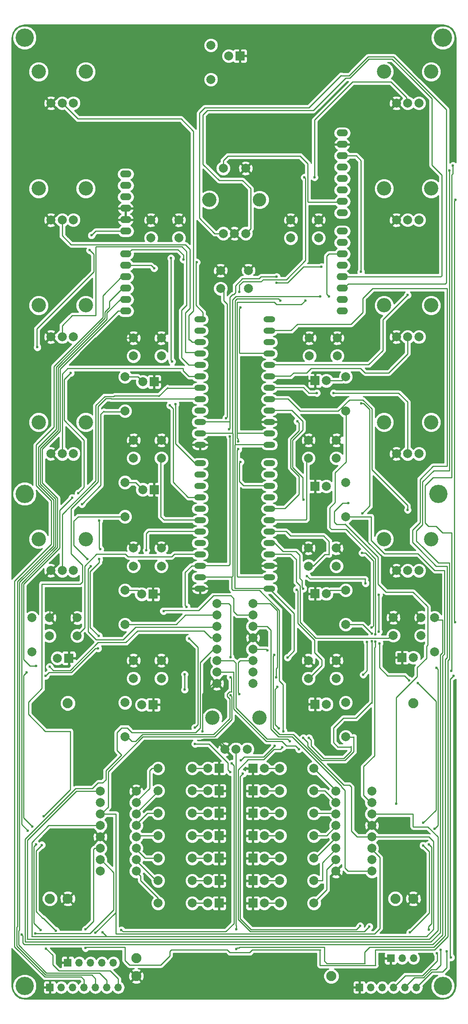
<source format=gbr>
G04 #@! TF.FileFunction,Copper,L1,Top,Signal*
%FSLAX46Y46*%
G04 Gerber Fmt 4.6, Leading zero omitted, Abs format (unit mm)*
G04 Created by KiCad (PCBNEW 4.0.6) date Monday, July 02, 2018 'PMt' 05:04:15 PM*
%MOMM*%
%LPD*%
G01*
G04 APERTURE LIST*
%ADD10C,0.100000*%
%ADD11C,1.998980*%
%ADD12C,3.200000*%
%ADD13C,4.064000*%
%ADD14R,2.000000X2.000000*%
%ADD15C,2.000000*%
%ADD16O,2.540000X1.524000*%
%ADD17C,2.247900*%
%ADD18O,2.641600X1.320800*%
%ADD19C,3.000000*%
%ADD20R,1.700000X1.700000*%
%ADD21O,1.700000X1.700000*%
%ADD22C,0.600000*%
%ADD23C,0.250000*%
%ADD24C,0.254000*%
G04 APERTURE END LIST*
D10*
D11*
X128050000Y-69000000D03*
X121850000Y-69000000D03*
X128050000Y-65000000D03*
X121850000Y-65000000D03*
X127850000Y-115750000D03*
X121650000Y-115750000D03*
X127850000Y-111750000D03*
X121650000Y-111750000D03*
D12*
X149000000Y-5750000D03*
D11*
X143750000Y-12750000D03*
X146250000Y-12750000D03*
X141250000Y-12750000D03*
D12*
X138500000Y-5750000D03*
D11*
X101240000Y-124110000D03*
X101240000Y-126650000D03*
X101240000Y-129190000D03*
X101240000Y-131730000D03*
X101240000Y-134270000D03*
X101240000Y-136810000D03*
X101240000Y-139350000D03*
X101240000Y-141890000D03*
X109260000Y-141890000D03*
X109260000Y-139350000D03*
X109260000Y-136810000D03*
X109260000Y-134270000D03*
X109260000Y-131730000D03*
X109260000Y-129190000D03*
X109260000Y-126650000D03*
X109260000Y-124110000D03*
D13*
X58400000Y-99700000D03*
X150600000Y-99700000D03*
X58400000Y-209200000D03*
X151600000Y-209200000D03*
X151600000Y1800000D03*
D14*
X68250000Y-136250000D03*
D15*
X65710000Y-136250000D03*
D14*
X87050000Y-146600000D03*
D15*
X84510000Y-146600000D03*
D14*
X87000000Y-122000000D03*
D15*
X84460000Y-122000000D03*
D14*
X87250000Y-98750000D03*
D15*
X84710000Y-98750000D03*
D14*
X87250000Y-74750000D03*
D15*
X84710000Y-74750000D03*
D14*
X106400000Y-2250000D03*
D15*
X103860000Y-2250000D03*
D14*
X142500000Y-136100000D03*
D15*
X145040000Y-136100000D03*
D14*
X123100000Y-146500000D03*
D15*
X125640000Y-146500000D03*
D14*
X123100000Y-121900000D03*
D15*
X125640000Y-121900000D03*
D14*
X123100000Y-98000000D03*
D15*
X125640000Y-98000000D03*
D14*
X123100000Y-74500000D03*
D15*
X125640000Y-74500000D03*
D11*
X60000000Y-127250000D03*
X60000000Y-134870000D03*
X80750000Y-153750000D03*
X80750000Y-146130000D03*
X80750000Y-128750000D03*
X80750000Y-121130000D03*
X80750000Y-104750000D03*
X80750000Y-97130000D03*
X80750000Y-81250000D03*
X80750000Y-73630000D03*
X99900000Y-7500000D03*
X99900000Y120000D03*
X149750000Y-127250000D03*
X149750000Y-134870000D03*
X129950000Y-153750000D03*
X129950000Y-146130000D03*
X129950000Y-128750000D03*
X129950000Y-121130000D03*
X129950000Y-104750000D03*
X129950000Y-97130000D03*
X129950000Y-81250000D03*
X129950000Y-73630000D03*
X95750000Y-190750000D03*
X88130000Y-190750000D03*
X95750000Y-185750000D03*
X88130000Y-185750000D03*
X95750000Y-180750000D03*
X88130000Y-180750000D03*
X95750000Y-175750000D03*
X88130000Y-175750000D03*
X95750000Y-170750000D03*
X88130000Y-170750000D03*
X95750000Y-165750000D03*
X88130000Y-165750000D03*
X95750000Y-160750000D03*
X88130000Y-160750000D03*
X115250000Y-190750000D03*
X122870000Y-190750000D03*
X115250000Y-185750000D03*
X122870000Y-185750000D03*
X115250000Y-180750000D03*
X122870000Y-180750000D03*
X115250000Y-175750000D03*
X122870000Y-175750000D03*
X115250000Y-170750000D03*
X122870000Y-170750000D03*
X115250000Y-165750000D03*
X122870000Y-165750000D03*
X115250000Y-160750000D03*
X122870000Y-160750000D03*
D16*
X80890000Y-59000000D03*
X80890000Y-56460000D03*
X80890000Y-53920000D03*
X80890000Y-46300000D03*
X80890000Y-48840000D03*
X80890000Y-51380000D03*
X80890000Y-41220000D03*
X80890000Y-38680000D03*
X80890000Y-36140000D03*
X80890000Y-31060000D03*
X80890000Y-28520000D03*
X129150000Y-59000000D03*
X129150000Y-56460000D03*
X129150000Y-53920000D03*
X129150000Y-51380000D03*
X129150000Y-48840000D03*
X129150000Y-46300000D03*
X129150000Y-43760000D03*
X129150000Y-41220000D03*
X129150000Y-37156000D03*
X129150000Y-34616000D03*
X129150000Y-32076000D03*
X129150000Y-29536000D03*
X129150000Y-26996000D03*
X129150000Y-24456000D03*
X129150000Y-21916000D03*
X129150000Y-19376000D03*
X80890000Y-33600000D03*
D14*
X101750000Y-190750000D03*
D15*
X99210000Y-190750000D03*
D14*
X101750000Y-185750000D03*
D15*
X99210000Y-185750000D03*
D14*
X101750000Y-180750000D03*
D15*
X99210000Y-180750000D03*
D14*
X101750000Y-175750000D03*
D15*
X99210000Y-175750000D03*
D14*
X101750000Y-170750000D03*
D15*
X99210000Y-170750000D03*
D14*
X101750000Y-165750000D03*
D15*
X99210000Y-165750000D03*
D14*
X101750000Y-160750000D03*
D15*
X99210000Y-160750000D03*
D14*
X109250000Y-190750000D03*
D15*
X111790000Y-190750000D03*
D14*
X109250000Y-185750000D03*
D15*
X111790000Y-185750000D03*
D14*
X109250000Y-180750000D03*
D15*
X111790000Y-180750000D03*
D14*
X109250000Y-175750000D03*
D15*
X111790000Y-175750000D03*
D14*
X109250000Y-170750000D03*
D15*
X111790000Y-170750000D03*
D14*
X109250000Y-165750000D03*
D15*
X111790000Y-165750000D03*
D14*
X109250000Y-160750000D03*
D15*
X111790000Y-160750000D03*
D13*
X58400000Y1800000D03*
D17*
X144998980Y-146252520D03*
X144998980Y-189747480D03*
X141001020Y-189747480D03*
X126747480Y-206998980D03*
X83252520Y-206998980D03*
X83252520Y-203001020D03*
X67998980Y-146252520D03*
X67998980Y-189747480D03*
X64001020Y-189747480D03*
D11*
X127740000Y-165860000D03*
X127740000Y-168400000D03*
X127740000Y-170940000D03*
X127740000Y-173480000D03*
X127740000Y-176020000D03*
X127740000Y-178560000D03*
X127740000Y-181100000D03*
X127740000Y-183640000D03*
X135760000Y-183640000D03*
X135760000Y-181100000D03*
X135760000Y-178560000D03*
X135760000Y-176020000D03*
X135760000Y-173480000D03*
X135760000Y-170940000D03*
X135760000Y-168400000D03*
X135760000Y-165860000D03*
X83260000Y-183640000D03*
X83260000Y-181100000D03*
X83260000Y-178560000D03*
X83260000Y-176020000D03*
X83260000Y-173480000D03*
X83260000Y-170940000D03*
X83260000Y-168400000D03*
X83260000Y-165860000D03*
X75240000Y-165860000D03*
X75240000Y-168400000D03*
X75240000Y-170940000D03*
X75240000Y-173480000D03*
X75240000Y-176020000D03*
X75240000Y-178560000D03*
X75240000Y-181100000D03*
X75240000Y-183640000D03*
D18*
X97480000Y-92830000D03*
X97480000Y-95370000D03*
X97480000Y-97910000D03*
X97480000Y-100450000D03*
X97480000Y-102990000D03*
X97480000Y-105530000D03*
X97480000Y-108070000D03*
X97480000Y-110610000D03*
X97480000Y-113150000D03*
X97480000Y-115690000D03*
X97480000Y-118230000D03*
X97480000Y-120770000D03*
X112920000Y-120770000D03*
X112920000Y-118230000D03*
X112920000Y-115690000D03*
X112920000Y-113150000D03*
X112920000Y-110610000D03*
X112920000Y-108070000D03*
X112920000Y-105530000D03*
X112920000Y-102990000D03*
X112920000Y-100450000D03*
X112920000Y-97910000D03*
X112920000Y-95370000D03*
X112920000Y-92830000D03*
X97480000Y-60830000D03*
X97480000Y-63370000D03*
X97480000Y-65910000D03*
X97480000Y-68450000D03*
X97480000Y-70990000D03*
X97480000Y-73530000D03*
X97480000Y-76070000D03*
X97480000Y-78610000D03*
X97480000Y-81150000D03*
X97480000Y-83690000D03*
X97480000Y-86230000D03*
X97480000Y-88770000D03*
X112920000Y-88770000D03*
X112920000Y-86230000D03*
X112920000Y-83690000D03*
X112920000Y-81150000D03*
X112920000Y-78610000D03*
X112920000Y-76070000D03*
X112920000Y-73530000D03*
X112920000Y-70990000D03*
X112920000Y-68450000D03*
X112920000Y-65910000D03*
X112920000Y-63370000D03*
X112920000Y-60830000D03*
D12*
X72000000Y-5750000D03*
D11*
X66750000Y-12750000D03*
X69250000Y-12750000D03*
X64250000Y-12750000D03*
D12*
X61500000Y-5750000D03*
X72000000Y-31750000D03*
D11*
X66750000Y-38750000D03*
X69250000Y-38750000D03*
X64250000Y-38750000D03*
D12*
X61500000Y-31750000D03*
X72000000Y-57750000D03*
D11*
X66750000Y-64750000D03*
X69250000Y-64750000D03*
X64250000Y-64750000D03*
D12*
X61500000Y-57750000D03*
X72000000Y-83750000D03*
D11*
X66750000Y-90750000D03*
X69250000Y-90750000D03*
X64250000Y-90750000D03*
D12*
X61500000Y-83750000D03*
X72000000Y-109750000D03*
D11*
X66750000Y-116750000D03*
X69250000Y-116750000D03*
X64250000Y-116750000D03*
D12*
X61500000Y-109750000D03*
X110750000Y-149500000D03*
D11*
X105500000Y-156500000D03*
X108000000Y-156500000D03*
X103000000Y-156500000D03*
D12*
X100250000Y-149500000D03*
X149000000Y-109750000D03*
D11*
X143750000Y-116750000D03*
X146250000Y-116750000D03*
X141250000Y-116750000D03*
D12*
X138500000Y-109750000D03*
X149000000Y-83750000D03*
D11*
X143750000Y-90750000D03*
X146250000Y-90750000D03*
X141250000Y-90750000D03*
D12*
X138500000Y-83750000D03*
X149000000Y-57750000D03*
D11*
X143750000Y-64750000D03*
X146250000Y-64750000D03*
X141250000Y-64750000D03*
D12*
X138500000Y-57750000D03*
X149000000Y-31750000D03*
D11*
X143750000Y-38750000D03*
X146250000Y-38750000D03*
X141250000Y-38750000D03*
D12*
X138500000Y-31750000D03*
D11*
X92750000Y-42750000D03*
X86550000Y-42750000D03*
X92750000Y-38750000D03*
X86550000Y-38750000D03*
X108250000Y-54000000D03*
X102050000Y-54000000D03*
X108250000Y-50000000D03*
X102050000Y-50000000D03*
X123900000Y-42750000D03*
X117700000Y-42750000D03*
X123900000Y-38750000D03*
X117700000Y-38750000D03*
X88850000Y-69000000D03*
X82650000Y-69000000D03*
X88850000Y-65000000D03*
X82650000Y-65000000D03*
X88850000Y-91750000D03*
X82650000Y-91750000D03*
X88850000Y-87750000D03*
X82650000Y-87750000D03*
X88850000Y-115750000D03*
X82650000Y-115750000D03*
X88850000Y-111750000D03*
X82650000Y-111750000D03*
X88850000Y-140750000D03*
X82650000Y-140750000D03*
X88850000Y-136750000D03*
X82650000Y-136750000D03*
X70100000Y-131250000D03*
X63900000Y-131250000D03*
X70100000Y-127250000D03*
X63900000Y-127250000D03*
X127850000Y-140750000D03*
X121650000Y-140750000D03*
X127850000Y-136750000D03*
X121650000Y-136750000D03*
X146750000Y-131200000D03*
X140550000Y-131200000D03*
X146750000Y-127200000D03*
X140550000Y-127200000D03*
X127850000Y-91750000D03*
X121650000Y-91750000D03*
X127850000Y-87750000D03*
X121650000Y-87750000D03*
X102650000Y-27250000D03*
X102650000Y-41750000D03*
X105150000Y-41750000D03*
X107650000Y-41750000D03*
X107650000Y-27250000D03*
D19*
X110750000Y-34250000D03*
D12*
X99550000Y-34250000D03*
D20*
X68000000Y-204000000D03*
D21*
X70540000Y-204000000D03*
X73080000Y-204000000D03*
X75620000Y-204000000D03*
X78160000Y-204000000D03*
D20*
X133000000Y-209500000D03*
D21*
X135540000Y-209500000D03*
X138080000Y-209500000D03*
X140620000Y-209500000D03*
X143160000Y-209500000D03*
X145700000Y-209500000D03*
D20*
X64000000Y-209500000D03*
D21*
X66540000Y-209500000D03*
X69080000Y-209500000D03*
X71620000Y-209500000D03*
X74160000Y-209500000D03*
X76700000Y-209500000D03*
X79240000Y-209500000D03*
D20*
X140000000Y-203000000D03*
D21*
X142540000Y-203000000D03*
X145080000Y-203000000D03*
D22*
X70690000Y-68900000D03*
X85880000Y-68080000D03*
X85730000Y-70220000D03*
X91660000Y-120820000D03*
X117310000Y-134000000D03*
X116240000Y-131980000D03*
X122540000Y-128970000D03*
X77670000Y-92260000D03*
X87000000Y-127500000D03*
X64250000Y-122250000D03*
X98000000Y-154500000D03*
X98000000Y-152500000D03*
X63950000Y-138150000D03*
X60950000Y-137950000D03*
X68950000Y-100550000D03*
X71150000Y-101950000D03*
X136550000Y-130950000D03*
X136550000Y-132550000D03*
X72350000Y-114150000D03*
X73150000Y-115750000D03*
X60750000Y-197500000D03*
X57750000Y-197750000D03*
X119500000Y-156500000D03*
X121750000Y-154000000D03*
X135750000Y-130750000D03*
X135750000Y-132500000D03*
X104250000Y-140500000D03*
X104250000Y-136000000D03*
X120500000Y-154000000D03*
X117500000Y-154750000D03*
X89350000Y-125750000D03*
X85500000Y-112250000D03*
X119000000Y-121000000D03*
X120500000Y-120750000D03*
X90750000Y-80000000D03*
X91250000Y-70250000D03*
X91000000Y-47250000D03*
X119150000Y-83550000D03*
X120750000Y-29250000D03*
X123000000Y-29250000D03*
X106500000Y-58250000D03*
X106250000Y-54750000D03*
X141200000Y-168600000D03*
X130550000Y-101750000D03*
X120550000Y-100950000D03*
X62600000Y-171400000D03*
X143750000Y-103250000D03*
X127250000Y-77250000D03*
X123500000Y-77250000D03*
X143750000Y-55450000D03*
X114440000Y-140540000D03*
X103250000Y-82850000D03*
X106450000Y-92550000D03*
X105550000Y-196550000D03*
X105550000Y-200950000D03*
X94050000Y-143250000D03*
X94050000Y-139850000D03*
X92000000Y-79750000D03*
X87250000Y-49500000D03*
X94500000Y-124820000D03*
X95030000Y-131840000D03*
X96370000Y-151660000D03*
X96370000Y-155310000D03*
X104240000Y-161580000D03*
X107020000Y-161960000D03*
X133160000Y-195790000D03*
X124550000Y-49150000D03*
X114550000Y-52750000D03*
X114550000Y-51350000D03*
X103950000Y-85350000D03*
X104150000Y-86950000D03*
X135230000Y-195970000D03*
X115820000Y-156100000D03*
X116090000Y-152510000D03*
X150290000Y-201910000D03*
X126250000Y-55750000D03*
X124250000Y-55750000D03*
X148470000Y-177700000D03*
X149760000Y-174230000D03*
X150150000Y-138360000D03*
X116970000Y-136090000D03*
X152500000Y-201500000D03*
X148450000Y-196610000D03*
X115350000Y-56650000D03*
X144280000Y-197270000D03*
X147190000Y-177920000D03*
X147240000Y-172890000D03*
X146010000Y-141770000D03*
X144060000Y-141150000D03*
X137460000Y-132940000D03*
X137300000Y-130310000D03*
X137350000Y-122150000D03*
X151100000Y-201150000D03*
X134380000Y-119560000D03*
X121350000Y-117970000D03*
X120950000Y-56650000D03*
X106000000Y-88000000D03*
X106000000Y-89750000D03*
X75750000Y-197200000D03*
X114000000Y-135500000D03*
X154300000Y-128200000D03*
X154450000Y-34250000D03*
X112500000Y-134500000D03*
X93750000Y-47550000D03*
X96750000Y-48150000D03*
X153050000Y-27750000D03*
X71950000Y-196550000D03*
X71950000Y-200750000D03*
X74180000Y-197340000D03*
X153450000Y-139050000D03*
X153850000Y-26650000D03*
X104250000Y-144500000D03*
X106250000Y-144250000D03*
X62220000Y-177810000D03*
X65320000Y-196860000D03*
X73280000Y-42160000D03*
X72900000Y-45470000D03*
X61210000Y-67060000D03*
X68630000Y-72810000D03*
X70350000Y-99520000D03*
X75020000Y-105590000D03*
X75210000Y-111980000D03*
X75020000Y-114220000D03*
X74940000Y-131320000D03*
X74770000Y-134060000D03*
X63090000Y-140150000D03*
X58790000Y-139450000D03*
X60120000Y-173700000D03*
X63140000Y-200840000D03*
X61970000Y-196710000D03*
X60910000Y-177700000D03*
X59120000Y-174630000D03*
X114720000Y-142660000D03*
X115060000Y-151880000D03*
X114110000Y-155740000D03*
X106570000Y-158950000D03*
X104550000Y-159680000D03*
X79940000Y-196750000D03*
X133350000Y-50290000D03*
X133390000Y-79590000D03*
X133660000Y-103990000D03*
X133610000Y-112820000D03*
X135710000Y-129460000D03*
X134720000Y-132660000D03*
X133830000Y-139920000D03*
X153960000Y-140170000D03*
X153430000Y-202830000D03*
D23*
X82650000Y-65000000D02*
X74140000Y-65000000D01*
X70690000Y-68450000D02*
X70690000Y-68900000D01*
X74140000Y-65000000D02*
X70690000Y-68450000D01*
X85880000Y-70070000D02*
X85880000Y-68080000D01*
X85730000Y-70220000D02*
X85880000Y-70070000D01*
X90480000Y-122000000D02*
X87000000Y-122000000D01*
X91660000Y-120820000D02*
X90480000Y-122000000D01*
X117310000Y-133050000D02*
X117310000Y-134000000D01*
X116240000Y-131980000D02*
X117310000Y-133050000D01*
X123100000Y-128410000D02*
X123100000Y-121900000D01*
X122540000Y-128970000D02*
X123100000Y-128410000D01*
X82650000Y-87750000D02*
X82180000Y-87750000D01*
X82180000Y-87750000D02*
X77670000Y-92260000D01*
X87000000Y-122000000D02*
X87000000Y-127500000D01*
X64000000Y-122500000D02*
X64000000Y-127250000D01*
X64250000Y-122250000D02*
X64000000Y-122500000D01*
X101440000Y-141890000D02*
X100360000Y-141890000D01*
X101500000Y-154250000D02*
X103000000Y-155750000D01*
X98250000Y-154250000D02*
X101500000Y-154250000D01*
X98000000Y-154500000D02*
X98250000Y-154250000D01*
X98000000Y-144250000D02*
X98000000Y-152500000D01*
X100360000Y-141890000D02*
X98000000Y-144250000D01*
X103000000Y-155750000D02*
X103000000Y-156500000D01*
X75900000Y-81400000D02*
X80600000Y-81400000D01*
X80600000Y-81400000D02*
X80750000Y-81250000D01*
X99930000Y-131730000D02*
X101440000Y-131730000D01*
X98350000Y-130150000D02*
X99930000Y-131730000D01*
X83550000Y-130150000D02*
X98350000Y-130150000D01*
X80950000Y-132750000D02*
X83550000Y-130150000D01*
X74750000Y-132750000D02*
X80950000Y-132750000D01*
X68550000Y-138950000D02*
X74750000Y-132750000D01*
X64750000Y-138950000D02*
X68550000Y-138950000D01*
X63950000Y-138150000D02*
X64750000Y-138950000D01*
X59550000Y-137950000D02*
X60950000Y-137950000D01*
X58150000Y-136550000D02*
X59550000Y-137950000D01*
X58150000Y-119750000D02*
X58150000Y-136550000D01*
X66150000Y-111750000D02*
X58150000Y-119750000D01*
X66150000Y-103350000D02*
X66150000Y-111750000D01*
X68950000Y-100550000D02*
X66150000Y-103350000D01*
X75350000Y-97750000D02*
X71150000Y-101950000D01*
X75350000Y-81950000D02*
X75350000Y-97750000D01*
X76050000Y-81250000D02*
X75900000Y-81400000D01*
X75900000Y-81400000D02*
X75350000Y-81950000D01*
X130000000Y-107600000D02*
X126800000Y-107600000D01*
X136550000Y-114150000D02*
X130000000Y-107600000D01*
X136550000Y-114150000D02*
X136550000Y-130950000D01*
X136550000Y-132550000D02*
X136550000Y-133750000D01*
X136550000Y-133750000D02*
X136350000Y-133950000D01*
X136350000Y-133950000D02*
X136350000Y-145950000D01*
X136350000Y-145950000D02*
X136350000Y-157950000D01*
X136350000Y-157950000D02*
X133950000Y-160350000D01*
X133950000Y-160350000D02*
X133950000Y-166790000D01*
X135560000Y-168400000D02*
X133950000Y-166790000D01*
X130000000Y-92600000D02*
X130000000Y-81300000D01*
X127600000Y-95000000D02*
X130000000Y-92600000D01*
X127600000Y-101600000D02*
X127600000Y-95000000D01*
X126400000Y-102800000D02*
X127600000Y-101600000D01*
X126400000Y-107200000D02*
X126400000Y-102800000D01*
X126800000Y-107600000D02*
X126400000Y-107200000D01*
X130000000Y-81300000D02*
X129950000Y-81250000D01*
X80750000Y-104750000D02*
X70350000Y-104750000D01*
X70350000Y-104750000D02*
X69350000Y-105750000D01*
X69350000Y-105750000D02*
X69350000Y-111150000D01*
X69350000Y-111150000D02*
X72350000Y-114150000D01*
X73150000Y-115750000D02*
X72550000Y-116350000D01*
X72550000Y-116350000D02*
X72550000Y-130350000D01*
X72550000Y-130350000D02*
X74350000Y-132150000D01*
X74350000Y-132150000D02*
X80350000Y-132150000D01*
X80350000Y-132150000D02*
X83150000Y-129350000D01*
X83150000Y-129350000D02*
X101280000Y-129350000D01*
X101280000Y-129350000D02*
X101440000Y-129190000D01*
X135600000Y-110050000D02*
X135600000Y-104750000D01*
X138550000Y-113000000D02*
X135600000Y-110050000D01*
X146050000Y-113000000D02*
X138550000Y-113000000D01*
X149750000Y-116700000D02*
X146050000Y-113000000D01*
X152000000Y-116700000D02*
X149750000Y-116700000D01*
X152000000Y-116700000D02*
X152000000Y-135250000D01*
X131800000Y-104750000D02*
X129950000Y-104750000D01*
X151500000Y-197550000D02*
X151500000Y-197800000D01*
X58350000Y-199950000D02*
X58000000Y-199600000D01*
X149350000Y-199950000D02*
X58350000Y-199950000D01*
X151500000Y-197800000D02*
X149350000Y-199950000D01*
X60750000Y-197500000D02*
X73000000Y-197500000D01*
X73000000Y-197500000D02*
X78250000Y-192250000D01*
X78250000Y-192250000D02*
X78250000Y-183910000D01*
X58000000Y-198000000D02*
X58000000Y-199600000D01*
X75440000Y-181100000D02*
X78250000Y-183910000D01*
X58000000Y-198000000D02*
X57750000Y-197750000D01*
X151500000Y-135750000D02*
X151500000Y-197550000D01*
X131750000Y-104750000D02*
X131800000Y-104750000D01*
X131800000Y-104750000D02*
X135600000Y-104750000D01*
X152000000Y-135250000D02*
X151500000Y-135750000D01*
X80750000Y-128750000D02*
X92150000Y-128750000D01*
X94250000Y-126650000D02*
X101440000Y-126650000D01*
X92150000Y-128750000D02*
X94250000Y-126650000D01*
X131118197Y-156000000D02*
X128200000Y-156000000D01*
X132200000Y-149600000D02*
X135750000Y-146050000D01*
X129400000Y-149600000D02*
X132200000Y-149600000D01*
X127200000Y-151800000D02*
X129400000Y-149600000D01*
X127200000Y-155000000D02*
X127200000Y-151800000D01*
X128200000Y-156000000D02*
X127200000Y-155000000D01*
X131800000Y-128750000D02*
X129950000Y-128750000D01*
X104949998Y-139350000D02*
X105000000Y-139400002D01*
X105000000Y-139400002D02*
X105000000Y-147500000D01*
X105000000Y-147500000D02*
X112250000Y-154750000D01*
X112250000Y-154750000D02*
X115750000Y-154750000D01*
X115750000Y-154750000D02*
X116750000Y-155750000D01*
X116750000Y-155750000D02*
X118750000Y-155750000D01*
X118750000Y-155750000D02*
X119500000Y-156500000D01*
X121750000Y-154000000D02*
X122250000Y-154500000D01*
X122250000Y-154500000D02*
X122250000Y-155750000D01*
X122250000Y-155750000D02*
X125049998Y-158549998D01*
X125049998Y-158549998D02*
X129500000Y-158549998D01*
X129500000Y-158549998D02*
X131118197Y-156931801D01*
X131118197Y-156931801D02*
X131118197Y-156000000D01*
X131118197Y-156000000D02*
X131118197Y-155868197D01*
X135750000Y-146250000D02*
X135750000Y-146050000D01*
X135750000Y-146050000D02*
X135750000Y-132500000D01*
X131800000Y-128750000D02*
X133750000Y-128750000D01*
X135750000Y-130750000D02*
X133750000Y-128750000D01*
X131750000Y-128750000D02*
X131800000Y-128750000D01*
X104949998Y-139350000D02*
X101440000Y-139350000D01*
X80750000Y-153750000D02*
X81250000Y-153750000D01*
X81250000Y-153750000D02*
X82250000Y-154750000D01*
X82250000Y-154750000D02*
X83113602Y-154750000D01*
X83113602Y-154750000D02*
X84613602Y-153250000D01*
X84613602Y-153250000D02*
X100200002Y-153250000D01*
X100200002Y-153250000D02*
X100500000Y-153250000D01*
X100500000Y-153250000D02*
X104099996Y-149650004D01*
X104099996Y-149650004D02*
X104099996Y-145349996D01*
X104099996Y-145349996D02*
X103500000Y-144750000D01*
X103500000Y-144750000D02*
X103500000Y-144250000D01*
X103500000Y-144250000D02*
X104000000Y-143750000D01*
X104000000Y-143750000D02*
X104549998Y-143750000D01*
X104549998Y-143750000D02*
X104500000Y-143700002D01*
X104500000Y-143700002D02*
X104500000Y-140750000D01*
X104500000Y-140750000D02*
X104250000Y-140500000D01*
X104250000Y-136000000D02*
X104250000Y-124500000D01*
X104250000Y-124500000D02*
X103860000Y-124110000D01*
X103860000Y-124110000D02*
X101440000Y-124110000D01*
X131750000Y-153800000D02*
X130000000Y-153800000D01*
X130000000Y-153800000D02*
X129950000Y-153750000D01*
X101440000Y-136810000D02*
X104940000Y-136810000D01*
X131750000Y-157000000D02*
X131750000Y-153800000D01*
X131750000Y-153800000D02*
X131750000Y-153750000D01*
X129750000Y-159000000D02*
X131750000Y-157000000D01*
X124636398Y-159000000D02*
X129750000Y-159000000D01*
X121500000Y-155863602D02*
X124636398Y-159000000D01*
X121500000Y-155000000D02*
X121500000Y-155863602D01*
X120500000Y-154000000D02*
X121500000Y-155000000D01*
X116950002Y-154200002D02*
X117500000Y-154750000D01*
X112450002Y-154200002D02*
X116950002Y-154200002D01*
X105500000Y-147250000D02*
X112450002Y-154200002D01*
X105500000Y-137370000D02*
X105500000Y-147250000D01*
X104940000Y-136810000D02*
X105500000Y-137370000D01*
X105750000Y-126650000D02*
X109060000Y-126650000D01*
X104950000Y-125850000D02*
X105750000Y-126650000D01*
X104950000Y-122950000D02*
X104950000Y-125850000D01*
X104350000Y-122350000D02*
X104950000Y-122950000D01*
X100450000Y-122350000D02*
X104350000Y-122350000D01*
X97150000Y-125650000D02*
X100450000Y-122350000D01*
X89450000Y-125650000D02*
X97150000Y-125650000D01*
X89350000Y-125750000D02*
X89450000Y-125650000D01*
X150250000Y-127750000D02*
X151500000Y-127750000D01*
X151000000Y-135500000D02*
X151500000Y-135000000D01*
X151500000Y-135000000D02*
X151500000Y-127750000D01*
X151000000Y-197150000D02*
X151000000Y-135500000D01*
X151000000Y-197300000D02*
X148950000Y-199350000D01*
X148950000Y-199350000D02*
X58500000Y-199350000D01*
X151000000Y-197150000D02*
X151000000Y-197300000D01*
X150250000Y-127750000D02*
X149750000Y-127250000D01*
X58500000Y-199350000D02*
X58550000Y-199350000D01*
X58550000Y-199350000D02*
X58500000Y-199350000D01*
X101440000Y-134270000D02*
X100480000Y-134270000D01*
X58500000Y-176500000D02*
X58500000Y-199350000D01*
X69750000Y-165250000D02*
X58500000Y-176500000D01*
X73500000Y-165250000D02*
X69750000Y-165250000D01*
X74750000Y-164000000D02*
X73500000Y-165250000D01*
X75750000Y-164000000D02*
X74750000Y-164000000D01*
X76500000Y-163250000D02*
X75750000Y-164000000D01*
X76500000Y-161250000D02*
X76500000Y-163250000D01*
X80000000Y-157750000D02*
X76500000Y-161250000D01*
X79000000Y-156750000D02*
X80000000Y-157750000D01*
X79000000Y-152750000D02*
X79000000Y-156750000D01*
X80000000Y-151750000D02*
X79000000Y-152750000D01*
X81250000Y-151750000D02*
X80000000Y-151750000D01*
X82250000Y-152750000D02*
X81250000Y-151750000D01*
X96500000Y-152750000D02*
X82250000Y-152750000D01*
X97500000Y-151750000D02*
X96500000Y-152750000D01*
X97500000Y-137250000D02*
X97500000Y-151750000D01*
X100480000Y-134270000D02*
X97500000Y-137250000D01*
X127940000Y-165860000D02*
X127940000Y-165820000D01*
X127940000Y-165820000D02*
X122870000Y-160750000D01*
X88130000Y-165750000D02*
X88130000Y-165870000D01*
X88130000Y-165870000D02*
X83060000Y-170940000D01*
X122870000Y-165750000D02*
X125290000Y-165750000D01*
X125290000Y-165750000D02*
X127940000Y-168400000D01*
X88130000Y-170750000D02*
X85790000Y-170750000D01*
X85790000Y-170750000D02*
X83060000Y-173480000D01*
X122870000Y-170750000D02*
X127750000Y-170750000D01*
X127750000Y-170750000D02*
X127940000Y-170940000D01*
X88130000Y-175750000D02*
X83330000Y-175750000D01*
X83330000Y-175750000D02*
X83060000Y-176020000D01*
X122870000Y-175750000D02*
X125670000Y-175750000D01*
X125670000Y-175750000D02*
X127940000Y-173480000D01*
X88130000Y-180750000D02*
X85250000Y-180750000D01*
X85250000Y-180750000D02*
X83060000Y-178560000D01*
X122870000Y-180750000D02*
X123210000Y-180750000D01*
X123210000Y-180750000D02*
X127940000Y-176020000D01*
X88130000Y-185750000D02*
X87710000Y-185750000D01*
X87710000Y-185750000D02*
X83060000Y-181100000D01*
X122870000Y-185750000D02*
X124750000Y-185750000D01*
X124750000Y-181750000D02*
X127940000Y-178560000D01*
X124750000Y-185750000D02*
X124750000Y-181750000D01*
X88130000Y-190750000D02*
X88130000Y-189630000D01*
X84250000Y-184750000D02*
X83140000Y-183640000D01*
X84250000Y-185750000D02*
X84250000Y-184750000D01*
X88130000Y-189630000D02*
X84250000Y-185750000D01*
X83140000Y-183640000D02*
X83060000Y-183640000D01*
X122870000Y-190750000D02*
X122870000Y-190630000D01*
X122870000Y-190630000D02*
X125750000Y-187750000D01*
X125750000Y-187750000D02*
X125750000Y-183290000D01*
X125750000Y-183290000D02*
X127940000Y-181100000D01*
X121250000Y-93800000D02*
X121250000Y-92250000D01*
X121250000Y-92250000D02*
X121750000Y-91750000D01*
X121020000Y-105480000D02*
X121250000Y-105250000D01*
X121250000Y-105250000D02*
X121250000Y-93800000D01*
X121250000Y-93800000D02*
X121250000Y-93750000D01*
X113370000Y-105480000D02*
X121020000Y-105480000D01*
X97130000Y-105480000D02*
X89480000Y-105480000D01*
X88750000Y-104750000D02*
X88750000Y-91750000D01*
X89480000Y-105480000D02*
X88750000Y-104750000D01*
X122850000Y-115650000D02*
X121850000Y-115650000D01*
X121850000Y-115650000D02*
X121750000Y-115750000D01*
X126250000Y-113200000D02*
X125300000Y-113200000D01*
X125300000Y-113200000D02*
X122850000Y-115650000D01*
X122850000Y-115650000D02*
X122750000Y-115750000D01*
X126250000Y-112250000D02*
X126250000Y-113200000D01*
X126250000Y-113200000D02*
X126250000Y-113250000D01*
X125050000Y-109050000D02*
X126250000Y-110250000D01*
X126250000Y-110250000D02*
X126250000Y-112250000D01*
X125050000Y-109050000D02*
X117650000Y-109050000D01*
X116620000Y-108020000D02*
X113370000Y-108020000D01*
X117650000Y-109050000D02*
X116620000Y-108020000D01*
X125020000Y-109020000D02*
X125050000Y-109050000D01*
X98130000Y-108020000D02*
X85980000Y-108020000D01*
X85500000Y-108500000D02*
X85500000Y-112250000D01*
X85980000Y-108020000D02*
X85500000Y-108500000D01*
X119690000Y-118410000D02*
X120250000Y-118970000D01*
X119690000Y-113320000D02*
X119690000Y-118410000D01*
X118870000Y-112500000D02*
X119690000Y-113320000D01*
X118610000Y-112500000D02*
X118870000Y-112500000D01*
X120250000Y-118970000D02*
X120250000Y-120500000D01*
X122975000Y-132225000D02*
X122975000Y-134975000D01*
X124600000Y-137900000D02*
X121750000Y-140750000D01*
X124600000Y-136600000D02*
X124600000Y-137900000D01*
X122975000Y-134975000D02*
X124600000Y-136600000D01*
X116000000Y-112500000D02*
X118610000Y-112500000D01*
X114060000Y-110560000D02*
X116000000Y-112500000D01*
X119250000Y-128500000D02*
X122975000Y-132225000D01*
X122975000Y-132225000D02*
X123000000Y-132250000D01*
X119250000Y-121250000D02*
X119250000Y-128500000D01*
X119000000Y-121000000D02*
X119250000Y-121250000D01*
X120250000Y-120500000D02*
X120500000Y-120750000D01*
X113370000Y-110560000D02*
X114060000Y-110560000D01*
X118910000Y-119270000D02*
X119750000Y-120110000D01*
X118910000Y-114300000D02*
X118910000Y-119270000D01*
X117710000Y-113100000D02*
X118910000Y-114300000D01*
X117630000Y-113100000D02*
X117710000Y-113100000D01*
X119750000Y-120110000D02*
X119750000Y-128250000D01*
X117630000Y-113100000D02*
X113370000Y-113100000D01*
X138250000Y-131750000D02*
X139500000Y-131750000D01*
X139500000Y-131750000D02*
X140000000Y-131250000D01*
X119750000Y-128250000D02*
X123250000Y-131750000D01*
X123250000Y-131750000D02*
X138250000Y-131750000D01*
X138250000Y-131750000D02*
X138500000Y-131750000D01*
X79630000Y-113100000D02*
X80840000Y-113100000D01*
X91140000Y-113680000D02*
X91720000Y-113100000D01*
X81420000Y-113680000D02*
X91140000Y-113680000D01*
X80840000Y-113100000D02*
X81420000Y-113680000D01*
X98130000Y-113100000D02*
X91720000Y-113100000D01*
X79630000Y-113100000D02*
X74400000Y-113100000D01*
X71750000Y-129500000D02*
X70000000Y-131250000D01*
X71750000Y-115750000D02*
X71750000Y-129500000D01*
X74400000Y-113100000D02*
X71750000Y-115750000D01*
X91500000Y-93400000D02*
X91500000Y-97100000D01*
X94850000Y-100450000D02*
X97580000Y-100450000D01*
X91500000Y-97100000D02*
X94850000Y-100450000D01*
X98130000Y-100400000D02*
X98130000Y-100130000D01*
X91500000Y-93500000D02*
X91500000Y-93400000D01*
X91500000Y-93400000D02*
X91500000Y-80750000D01*
X91500000Y-80750000D02*
X90750000Y-80000000D01*
X91250000Y-70250000D02*
X91000000Y-70000000D01*
X91000000Y-70000000D02*
X91000000Y-47250000D01*
X119550000Y-84630000D02*
X119550000Y-85670000D01*
X117680000Y-93950000D02*
X119550000Y-95820000D01*
X117680000Y-87540000D02*
X117680000Y-93950000D01*
X119550000Y-85670000D02*
X117680000Y-87540000D01*
X116360000Y-102940000D02*
X113370000Y-102940000D01*
X119550000Y-99750000D02*
X116360000Y-102940000D01*
X119550000Y-83950000D02*
X119550000Y-84630000D01*
X119550000Y-95820000D02*
X119550000Y-99750000D01*
X119150000Y-83550000D02*
X119550000Y-83950000D01*
X107055000Y-52445000D02*
X111095000Y-52445000D01*
X111095000Y-52445000D02*
X111540000Y-52000000D01*
X143500000Y-11500000D02*
X143500000Y-12500000D01*
X123000000Y-29250000D02*
X123000000Y-16500000D01*
X116750000Y-52000000D02*
X111540000Y-52000000D01*
X121000000Y-47750000D02*
X116750000Y-52000000D01*
X121000000Y-29500000D02*
X121000000Y-47750000D01*
X120750000Y-29250000D02*
X121000000Y-29500000D01*
X140000000Y-8000000D02*
X143500000Y-11500000D01*
X131500000Y-8000000D02*
X140000000Y-8000000D01*
X123000000Y-16500000D02*
X131500000Y-8000000D01*
X143500000Y-12500000D02*
X143750000Y-12750000D01*
X113370000Y-68400000D02*
X106350002Y-68400000D01*
X106200002Y-68250000D02*
X106350002Y-68400000D01*
X106200002Y-58549998D02*
X106200002Y-68250000D01*
X106500000Y-58250000D02*
X106200002Y-58549998D01*
X106250000Y-53250000D02*
X106250000Y-54750000D01*
X107055000Y-52445000D02*
X106250000Y-53250000D01*
X74250000Y-80000000D02*
X76250000Y-78000000D01*
X74250000Y-80000000D02*
X74250000Y-96750000D01*
X74250000Y-96750000D02*
X66750000Y-104250000D01*
X66750000Y-116750000D02*
X66750000Y-104250000D01*
X78375000Y-77875000D02*
X88375000Y-77875000D01*
X78250000Y-78000000D02*
X78375000Y-77875000D01*
X76250000Y-78000000D02*
X78250000Y-78000000D01*
X90125000Y-76125000D02*
X98025000Y-76125000D01*
X98025000Y-76125000D02*
X98130000Y-76020000D01*
X90230000Y-76020000D02*
X90125000Y-76125000D01*
X90125000Y-76125000D02*
X88375000Y-77875000D01*
X88375000Y-77875000D02*
X88250000Y-78000000D01*
X120350000Y-85050000D02*
X120350000Y-85506398D01*
X120316398Y-95950000D02*
X120350000Y-95950000D01*
X118130002Y-93763604D02*
X120316398Y-95950000D01*
X118130002Y-87726396D02*
X118130002Y-93763604D01*
X120350000Y-85506398D02*
X118130002Y-87726396D01*
X145850000Y-138350000D02*
X145850000Y-140350000D01*
X141200000Y-145000000D02*
X141200000Y-168600000D01*
X145350000Y-140850000D02*
X141200000Y-145000000D01*
X145850000Y-138350000D02*
X147950000Y-136250000D01*
X147950000Y-136250000D02*
X147950000Y-134550000D01*
X147950000Y-134550000D02*
X147950000Y-134030000D01*
X137150000Y-119750000D02*
X137150000Y-113750000D01*
X138950000Y-121550000D02*
X137150000Y-119750000D01*
X144950000Y-121550000D02*
X138950000Y-121550000D01*
X147950000Y-124550000D02*
X144950000Y-121550000D01*
X129900000Y-106500000D02*
X137150000Y-113750000D01*
X147950000Y-133580000D02*
X148250000Y-133280000D01*
X148250000Y-133280000D02*
X148250000Y-124850000D01*
X148250000Y-124850000D02*
X147950000Y-124550000D01*
X147950000Y-134030000D02*
X147950000Y-133580000D01*
X145850000Y-140350000D02*
X145350000Y-140850000D01*
X127400000Y-103800000D02*
X127400000Y-103600000D01*
X120550000Y-100950000D02*
X120350000Y-100750000D01*
X120350000Y-100750000D02*
X120350000Y-95950000D01*
X127900000Y-106500000D02*
X127400000Y-106000000D01*
X127400000Y-106000000D02*
X127400000Y-103800000D01*
X127900000Y-106500000D02*
X129900000Y-106500000D01*
X129250000Y-101750000D02*
X130550000Y-101750000D01*
X127400000Y-103600000D02*
X129250000Y-101750000D01*
X120350000Y-85050000D02*
X120350000Y-83550000D01*
X120350000Y-83550000D02*
X117900000Y-81100000D01*
X113370000Y-81100000D02*
X117900000Y-81100000D01*
X129900000Y-106500000D02*
X129800002Y-106400002D01*
X68550000Y-152500000D02*
X68550000Y-165450000D01*
X68550000Y-165450000D02*
X62600000Y-171400000D01*
X62250000Y-141000000D02*
X62250000Y-143000000D01*
X62250000Y-119750000D02*
X62250000Y-141000000D01*
X98130000Y-78560000D02*
X77690000Y-78560000D01*
X71250000Y-119250000D02*
X70750000Y-119750000D01*
X71250000Y-115500000D02*
X71250000Y-119250000D01*
X68750000Y-113000000D02*
X71250000Y-115500000D01*
X68750000Y-103000000D02*
X68750000Y-113000000D01*
X74750000Y-97000000D02*
X68750000Y-103000000D01*
X74750000Y-80250000D02*
X74750000Y-97000000D01*
X76549998Y-78450002D02*
X74750000Y-80250000D01*
X77580002Y-78450002D02*
X76549998Y-78450002D01*
X77690000Y-78560000D02*
X77580002Y-78450002D01*
X70750000Y-119750000D02*
X62250000Y-119750000D01*
X63000000Y-152500000D02*
X68550000Y-152500000D01*
X59250000Y-148750000D02*
X63000000Y-152500000D01*
X59250000Y-146000000D02*
X59250000Y-148750000D01*
X62250000Y-143000000D02*
X59250000Y-146000000D01*
X117060000Y-78560000D02*
X119750000Y-81250000D01*
X119750000Y-81250000D02*
X128250000Y-81250000D01*
X128250000Y-81250000D02*
X130750000Y-78750000D01*
X130750000Y-78750000D02*
X133750000Y-78750000D01*
X133750000Y-78750000D02*
X135750000Y-80750000D01*
X135750000Y-80750000D02*
X135750000Y-94250000D01*
X135750000Y-94250000D02*
X143750000Y-102250000D01*
X143750000Y-102250000D02*
X143750000Y-103250000D01*
X117060000Y-78560000D02*
X113370000Y-78560000D01*
X93700000Y-71750000D02*
X93700000Y-72250000D01*
X94980000Y-73530000D02*
X97580000Y-73530000D01*
X93700000Y-72250000D02*
X94980000Y-73530000D01*
X68000000Y-71750000D02*
X93700000Y-71750000D01*
X68000000Y-71750000D02*
X66750000Y-73000000D01*
X66750000Y-73000000D02*
X66750000Y-87500000D01*
X66750000Y-90750000D02*
X66750000Y-87500000D01*
X143750000Y-89500000D02*
X143750000Y-90750000D01*
X127250000Y-77250000D02*
X141750000Y-77250000D01*
X143750000Y-79250000D02*
X143750000Y-89500000D01*
X143750000Y-89500000D02*
X143750000Y-89750000D01*
X141750000Y-77250000D02*
X143750000Y-79250000D01*
X120500000Y-76020000D02*
X120520000Y-76020000D01*
X121750000Y-77250000D02*
X123500000Y-77250000D01*
X120520000Y-76020000D02*
X121750000Y-77250000D01*
X120500000Y-76020000D02*
X113370000Y-76020000D01*
X123500000Y-77250000D02*
X123430000Y-77320000D01*
X93400000Y-65800000D02*
X93400000Y-69400000D01*
X69000000Y-60000000D02*
X66750000Y-62250000D01*
X66750000Y-64750000D02*
X66750000Y-62250000D01*
X94500000Y-57800000D02*
X94500000Y-45750000D01*
X94500000Y-45750000D02*
X93450002Y-44700002D01*
X93450002Y-44700002D02*
X74299998Y-44700002D01*
X74299998Y-44700002D02*
X74250000Y-44750000D01*
X74250000Y-44750000D02*
X74250000Y-60000000D01*
X74250000Y-60000000D02*
X69000000Y-60000000D01*
X94400000Y-57800000D02*
X93400000Y-58800000D01*
X93400000Y-58800000D02*
X93400000Y-65800000D01*
X94500000Y-57800000D02*
X94400000Y-57800000D01*
X94990000Y-70990000D02*
X97580000Y-70990000D01*
X93400000Y-69400000D02*
X94990000Y-70990000D01*
X98130000Y-70940000D02*
X97940000Y-70940000D01*
X134250000Y-72750000D02*
X133250000Y-71750000D01*
X122250000Y-71750000D02*
X121250000Y-72750000D01*
X133250000Y-71750000D02*
X122250000Y-71750000D01*
X121250000Y-72750000D02*
X118350000Y-72750000D01*
X143750000Y-66500000D02*
X143750000Y-64750000D01*
X143750000Y-66500000D02*
X143750000Y-68550000D01*
X117620000Y-73480000D02*
X113370000Y-73480000D01*
X118350000Y-72750000D02*
X117620000Y-73480000D01*
X139550000Y-72750000D02*
X134250000Y-72750000D01*
X143750000Y-68550000D02*
X139550000Y-72750000D01*
X97330000Y-68200000D02*
X94200000Y-68200000D01*
X68750000Y-44250000D02*
X66750000Y-42250000D01*
X66750000Y-42250000D02*
X66750000Y-38750000D01*
X94250000Y-44250000D02*
X69250000Y-44250000D01*
X95250000Y-45250000D02*
X94250000Y-44250000D01*
X95250000Y-58200000D02*
X95250000Y-45250000D01*
X69250000Y-44250000D02*
X68750000Y-44250000D01*
X95250000Y-58350000D02*
X94200000Y-59400000D01*
X94200000Y-59400000D02*
X94200000Y-68200000D01*
X95250000Y-58200000D02*
X95250000Y-58350000D01*
X97330000Y-68200000D02*
X97580000Y-68450000D01*
X98130000Y-68400000D02*
X96400000Y-68400000D01*
X113370000Y-70940000D02*
X135060000Y-70940000D01*
X138250000Y-60950000D02*
X143750000Y-55450000D01*
X138250000Y-67750000D02*
X138250000Y-60950000D01*
X135060000Y-70940000D02*
X138250000Y-67750000D01*
X95000000Y-65400000D02*
X95200000Y-65400000D01*
X96000000Y-19000000D02*
X93250000Y-16250000D01*
X93250000Y-16250000D02*
X70250000Y-16250000D01*
X66750000Y-12750000D02*
X70250000Y-16250000D01*
X96000000Y-59000000D02*
X96000000Y-37000000D01*
X96000000Y-37000000D02*
X96000000Y-19000000D01*
X95000000Y-60000000D02*
X95000000Y-65400000D01*
X96000000Y-59000000D02*
X95000000Y-60000000D01*
X95710000Y-65910000D02*
X97580000Y-65910000D01*
X95200000Y-65400000D02*
X95710000Y-65910000D01*
X98130000Y-65860000D02*
X97110000Y-65860000D01*
X109260000Y-124110000D02*
X113073602Y-124110000D01*
X114440000Y-138580000D02*
X114440000Y-140540000D01*
X114670000Y-138350000D02*
X114440000Y-138580000D01*
X114670000Y-125706398D02*
X114670000Y-138350000D01*
X113073602Y-124110000D02*
X114670000Y-125706398D01*
X102750000Y-54600000D02*
X102750000Y-56650000D01*
X102750000Y-56650000D02*
X103550000Y-57450000D01*
X103550000Y-57450000D02*
X103550000Y-82550000D01*
X103550000Y-82550000D02*
X103250000Y-82850000D01*
X107160000Y-97860000D02*
X113370000Y-97860000D01*
X106250000Y-96950000D02*
X107160000Y-97860000D01*
X106250000Y-92750000D02*
X106250000Y-96950000D01*
X106450000Y-92550000D02*
X106250000Y-92750000D01*
X102750000Y-54600000D02*
X102150000Y-54000000D01*
X146500000Y-105560000D02*
X146500000Y-106040000D01*
X144820000Y-110470000D02*
X146500000Y-112150000D01*
X144820000Y-107720000D02*
X144820000Y-110470000D01*
X146500000Y-106040000D02*
X144820000Y-107720000D01*
X149400000Y-93550000D02*
X152550000Y-93550000D01*
X146500000Y-96450000D02*
X149400000Y-93550000D01*
X146500000Y-105560000D02*
X146500000Y-96450000D01*
X150100000Y-115750000D02*
X146500000Y-112150000D01*
X152550000Y-115750000D02*
X150100000Y-115750000D01*
X152550000Y-93550000D02*
X152550000Y-53950000D01*
X152550000Y-136150000D02*
X152550000Y-115750000D01*
X134200000Y-204149998D02*
X134200000Y-201600000D01*
X151750000Y-198350000D02*
X152150000Y-197950000D01*
X152150000Y-197950000D02*
X152150000Y-194750000D01*
X152150000Y-194750000D02*
X152150000Y-146350000D01*
X152150000Y-146350000D02*
X152150000Y-136550000D01*
X152150000Y-136550000D02*
X152550000Y-136150000D01*
X152550000Y-53950000D02*
X135950000Y-53950000D01*
X135950000Y-53950000D02*
X133750000Y-56150000D01*
X133750000Y-56150000D02*
X133750000Y-59350000D01*
X133750000Y-59350000D02*
X131150000Y-61950000D01*
X131150000Y-61950000D02*
X119150000Y-61950000D01*
X119150000Y-61950000D02*
X117780000Y-63320000D01*
X117780000Y-63320000D02*
X113370000Y-63320000D01*
X149550000Y-200550000D02*
X151750000Y-198350000D01*
X136350000Y-200550000D02*
X149550000Y-200550000D01*
X135250000Y-200550000D02*
X136350000Y-200550000D01*
X134200000Y-201600000D02*
X135250000Y-200550000D01*
X125200000Y-200550000D02*
X125200000Y-203600000D01*
X125749998Y-204149998D02*
X134200000Y-204149998D01*
X134200000Y-204149998D02*
X134250002Y-204149998D01*
X125200000Y-203600000D02*
X125749998Y-204149998D01*
X105500000Y-195700000D02*
X105550000Y-195750000D01*
X105550000Y-195750000D02*
X105550000Y-196550000D01*
X105550000Y-200950000D02*
X105750000Y-200750000D01*
X105750000Y-200750000D02*
X106150000Y-200750000D01*
X106150000Y-200750000D02*
X106350000Y-200550000D01*
X106350000Y-200550000D02*
X125200000Y-200550000D01*
X105500000Y-195700000D02*
X105500000Y-156500000D01*
X94050000Y-139850000D02*
X94050000Y-143250000D01*
X96280000Y-92780000D02*
X92000000Y-88500000D01*
X92000000Y-88500000D02*
X92000000Y-79750000D01*
X98130000Y-92780000D02*
X96280000Y-92780000D01*
X98130000Y-92780000D02*
X96780000Y-92780000D01*
X86590000Y-48840000D02*
X81290000Y-48840000D01*
X87250000Y-49500000D02*
X86590000Y-48840000D01*
X95620000Y-115690000D02*
X97480000Y-115690000D01*
X94150000Y-117160000D02*
X95620000Y-115690000D01*
X94150000Y-124470000D02*
X94150000Y-117160000D01*
X94500000Y-124820000D02*
X94150000Y-124470000D01*
X97049998Y-133859998D02*
X95030000Y-131840000D01*
X97049998Y-150980002D02*
X97049998Y-133859998D01*
X96370000Y-151660000D02*
X97049998Y-150980002D01*
X99450000Y-155310000D02*
X96370000Y-155310000D01*
X103710000Y-159570000D02*
X99450000Y-155310000D01*
X103710000Y-161050000D02*
X103710000Y-159570000D01*
X104240000Y-161580000D02*
X103710000Y-161050000D01*
X106400004Y-162579996D02*
X107020000Y-161960000D01*
X106400004Y-194163604D02*
X106400004Y-162579996D01*
X108886396Y-196649996D02*
X106400004Y-194163604D01*
X132300004Y-196649996D02*
X108886396Y-196649996D01*
X133160000Y-195790000D02*
X132300004Y-196649996D01*
X106895000Y-51805000D02*
X110635000Y-51805000D01*
X110635000Y-51805000D02*
X111090000Y-51350000D01*
X114550000Y-52750000D02*
X116950000Y-52750000D01*
X120550000Y-49150000D02*
X124550000Y-49150000D01*
X116950000Y-52750000D02*
X120550000Y-49150000D01*
X111090000Y-51350000D02*
X114550000Y-51350000D01*
X105350000Y-53350000D02*
X106895000Y-51805000D01*
X105350000Y-54950000D02*
X105350000Y-53350000D01*
X104950000Y-55350000D02*
X105350000Y-54950000D01*
X104750000Y-55350000D02*
X104950000Y-55350000D01*
X98130000Y-83640000D02*
X104060000Y-83640000D01*
X104060000Y-83640000D02*
X104150000Y-83550000D01*
X104150000Y-85150000D02*
X104150000Y-83550000D01*
X103950000Y-85350000D02*
X104150000Y-85150000D01*
X104150000Y-55950000D02*
X104750000Y-55350000D01*
X104150000Y-56750000D02*
X104150000Y-55950000D01*
X104150000Y-83550000D02*
X104150000Y-56750000D01*
X104150000Y-115350000D02*
X104150000Y-86950000D01*
X103860000Y-115640000D02*
X104150000Y-115350000D01*
X98130000Y-115640000D02*
X103860000Y-115640000D01*
X135230000Y-195970000D02*
X134100002Y-197099998D01*
X134100002Y-197099998D02*
X108700000Y-197099998D01*
X108700000Y-197099998D02*
X105950002Y-194350000D01*
X105950002Y-194350000D02*
X105950002Y-161049998D01*
X105950002Y-161049998D02*
X108170000Y-158830000D01*
X108170000Y-158830000D02*
X111656398Y-158830000D01*
X111656398Y-158830000D02*
X113936398Y-156550000D01*
X113936398Y-156550000D02*
X115370000Y-156550000D01*
X115370000Y-156550000D02*
X115820000Y-156100000D01*
X116090000Y-152510000D02*
X116010000Y-152430000D01*
X116010000Y-152430000D02*
X116010000Y-142110000D01*
X116010000Y-142110000D02*
X115170000Y-141270000D01*
X115170000Y-141270000D02*
X115170000Y-125570000D01*
X115170000Y-125570000D02*
X110740002Y-121140002D01*
X110740002Y-121140002D02*
X104830002Y-121140002D01*
X104830002Y-121140002D02*
X104570000Y-120880000D01*
X104570000Y-118180000D02*
X104570000Y-120880000D01*
X143270002Y-206849998D02*
X140620000Y-209500000D01*
X147077206Y-206849998D02*
X143270002Y-206849998D01*
X150320000Y-203607204D02*
X147077206Y-206849998D01*
X150320000Y-201940000D02*
X150320000Y-203607204D01*
X150290000Y-201910000D02*
X150320000Y-201940000D01*
X126200000Y-46300000D02*
X129550000Y-46300000D01*
X125750000Y-46750000D02*
X126200000Y-46300000D01*
X125750000Y-55250000D02*
X125750000Y-46750000D01*
X126250000Y-55750000D02*
X125750000Y-55250000D01*
X123750000Y-55750000D02*
X124250000Y-55750000D01*
X105500000Y-55750000D02*
X123750000Y-55750000D01*
X104750000Y-56500000D02*
X105500000Y-55750000D01*
X104750000Y-86180000D02*
X98130000Y-86180000D01*
X104799998Y-86299998D02*
X104680000Y-86180000D01*
X104750000Y-86180000D02*
X104750000Y-56500000D01*
X104680000Y-86180000D02*
X104750000Y-86180000D01*
X104799998Y-117950002D02*
X104799998Y-86299998D01*
X104570000Y-118180000D02*
X104799998Y-117950002D01*
X98130000Y-118180000D02*
X104570000Y-118180000D01*
X152500000Y-201500000D02*
X152500000Y-205090000D01*
X148405000Y-195935000D02*
X149049998Y-195290002D01*
X149049998Y-195290002D02*
X149049998Y-178279998D01*
X149049998Y-178279998D02*
X148470000Y-177700000D01*
X149760000Y-174230000D02*
X150540000Y-173450000D01*
X150540000Y-173450000D02*
X150540000Y-138750000D01*
X150540000Y-138750000D02*
X150150000Y-138360000D01*
X116970000Y-136090000D02*
X118470000Y-134590000D01*
X118470000Y-134590000D02*
X118470000Y-126320000D01*
X112920000Y-120770000D02*
X118470000Y-126320000D01*
X148450000Y-196610000D02*
X148405000Y-196565000D01*
X148405000Y-196565000D02*
X148405000Y-195935000D01*
X149180000Y-206020000D02*
X145700000Y-209500000D01*
X151570000Y-206020000D02*
X149180000Y-206020000D01*
X152500000Y-205090000D02*
X151570000Y-206020000D01*
X114950000Y-56250000D02*
X115350000Y-56650000D01*
X105280000Y-88720000D02*
X113370000Y-88720000D01*
X105750000Y-56250000D02*
X114950000Y-56250000D01*
X105280000Y-56720000D02*
X105750000Y-56250000D01*
X105280000Y-58750000D02*
X105280000Y-56720000D01*
X105250000Y-120690000D02*
X105250000Y-88750000D01*
X105250000Y-88750000D02*
X105280000Y-88720000D01*
X105280000Y-88720000D02*
X105280000Y-58750000D01*
X105280000Y-58750000D02*
X105280000Y-58720000D01*
X113340000Y-120690000D02*
X105250000Y-120690000D01*
X113340000Y-120690000D02*
X113370000Y-120720000D01*
X145290000Y-207300000D02*
X147263602Y-207300000D01*
X147263602Y-207300000D02*
X148993604Y-205569998D01*
X148993604Y-205569998D02*
X150060002Y-205569998D01*
X150060002Y-205569998D02*
X151100000Y-204530000D01*
X151100000Y-204530000D02*
X151100000Y-201150000D01*
X144280000Y-197270000D02*
X148599996Y-192950004D01*
X148599996Y-192950004D02*
X148599996Y-179329996D01*
X148599996Y-179329996D02*
X147190000Y-177920000D01*
X147240000Y-172890000D02*
X150060000Y-170070000D01*
X150060000Y-170070000D02*
X150060000Y-145820000D01*
X150060000Y-145820000D02*
X146010000Y-141770000D01*
X144060000Y-141150000D02*
X143060000Y-140150000D01*
X143060000Y-140150000D02*
X139260002Y-140150000D01*
X139260002Y-140150000D02*
X137460000Y-138349998D01*
X137460000Y-138349998D02*
X137460000Y-132940000D01*
X137300000Y-130310000D02*
X137350000Y-130260000D01*
X137350000Y-130260000D02*
X137350000Y-122150000D01*
X143160000Y-209430000D02*
X145290000Y-207300000D01*
X134250000Y-119430000D02*
X134250000Y-118590000D01*
X134380000Y-119560000D02*
X134250000Y-119430000D01*
X143160000Y-209500000D02*
X143160000Y-209430000D01*
X134250000Y-118590000D02*
X121970000Y-118590000D01*
X121970000Y-118590000D02*
X121350000Y-117970000D01*
X134320000Y-118590000D02*
X134250000Y-118590000D01*
X143160000Y-209090000D02*
X143160000Y-209500000D01*
X120050000Y-57550000D02*
X120950000Y-56650000D01*
X114550000Y-57550000D02*
X120050000Y-57550000D01*
X120825000Y-56775000D02*
X120950000Y-56650000D01*
X113370000Y-86180000D02*
X105750000Y-86180000D01*
X114050000Y-57050000D02*
X114550000Y-57550000D01*
X105750000Y-87250000D02*
X105750000Y-86150000D01*
X105750000Y-57050000D02*
X114050000Y-57050000D01*
X105750000Y-86180000D02*
X105750000Y-86150000D01*
X105750000Y-86150000D02*
X105750000Y-57050000D01*
X105750000Y-57050000D02*
X105750000Y-57000000D01*
X106000000Y-87500000D02*
X105750000Y-87250000D01*
X106000000Y-88000000D02*
X106000000Y-87500000D01*
X105750000Y-90000000D02*
X106000000Y-89750000D01*
X105750000Y-118000000D02*
X105750000Y-90000000D01*
X105930000Y-118180000D02*
X105750000Y-118000000D01*
X113370000Y-118180000D02*
X105930000Y-118180000D01*
X149500000Y-188980000D02*
X149500000Y-177000000D01*
X148520000Y-176020000D02*
X135560000Y-176020000D01*
X149500000Y-177000000D02*
X148520000Y-176020000D01*
X76640000Y-198090000D02*
X76640000Y-198150000D01*
X75750000Y-197200000D02*
X76640000Y-198090000D01*
X113750000Y-151750000D02*
X113750000Y-135750000D01*
X132520000Y-176020000D02*
X131180000Y-174680000D01*
X135560000Y-176020000D02*
X132520000Y-176020000D01*
X130750000Y-164500000D02*
X131180000Y-164930000D01*
X131180000Y-164930000D02*
X131180000Y-174680000D01*
X129500000Y-164500000D02*
X118250000Y-153250000D01*
X129500000Y-164500000D02*
X130750000Y-164500000D01*
X115250000Y-153250000D02*
X113750000Y-151750000D01*
X118250000Y-153250000D02*
X115250000Y-153250000D01*
X114000000Y-135500000D02*
X113750000Y-135750000D01*
X154150000Y-127900000D02*
X154150000Y-128050000D01*
X154150000Y-128050000D02*
X154300000Y-128200000D01*
X154150000Y-34550000D02*
X154150000Y-127900000D01*
X154450000Y-34250000D02*
X154150000Y-34550000D01*
X90750000Y-198150000D02*
X78750000Y-198150000D01*
X149500000Y-196600000D02*
X147950000Y-198150000D01*
X90750000Y-198150000D02*
X147950000Y-198150000D01*
X149500000Y-188950000D02*
X149500000Y-188980000D01*
X149500000Y-188980000D02*
X149500000Y-196600000D01*
X78750000Y-198150000D02*
X76640000Y-198150000D01*
X76640000Y-198150000D02*
X60000000Y-198150000D01*
X60000000Y-198150000D02*
X59950000Y-198150000D01*
X59950000Y-198150000D02*
X60000000Y-198150000D01*
X63770000Y-173480000D02*
X75440000Y-173480000D01*
X60000000Y-177250000D02*
X60000000Y-198150000D01*
X63770000Y-173480000D02*
X60000000Y-177250000D01*
X112270000Y-134270000D02*
X109060000Y-134270000D01*
X112500000Y-134500000D02*
X112270000Y-134270000D01*
X98130000Y-60780000D02*
X98130000Y-59330000D01*
X98130000Y-59330000D02*
X96550000Y-57750000D01*
X82240000Y-45350000D02*
X81290000Y-46300000D01*
X92550000Y-45350000D02*
X82240000Y-45350000D01*
X93750000Y-46550000D02*
X92550000Y-45350000D01*
X93750000Y-47550000D02*
X93750000Y-46550000D01*
X96550000Y-48350000D02*
X96750000Y-48150000D01*
X96550000Y-57750000D02*
X96550000Y-48350000D01*
X129950000Y-7150000D02*
X130850000Y-7150000D01*
X106950000Y-29950000D02*
X101750000Y-29950000D01*
X101750000Y-29950000D02*
X98150000Y-26350000D01*
X98150000Y-26350000D02*
X98150000Y-15350000D01*
X98150000Y-15350000D02*
X99150000Y-14350000D01*
X99150000Y-14350000D02*
X122750000Y-14350000D01*
X122750000Y-14350000D02*
X129950000Y-7150000D01*
X144550000Y-7150000D02*
X149150000Y-11750000D01*
X149150000Y-11750000D02*
X149150000Y-26550000D01*
X149150000Y-26550000D02*
X151350000Y-28750000D01*
X151350000Y-28750000D02*
X151350000Y-51150000D01*
X151350000Y-51150000D02*
X151120000Y-51380000D01*
X129550000Y-51380000D02*
X151120000Y-51380000D01*
X108750000Y-31750000D02*
X106950000Y-29950000D01*
X108750000Y-37800000D02*
X108750000Y-31750000D01*
X108750000Y-40650000D02*
X107650000Y-41750000D01*
X108750000Y-37800000D02*
X108750000Y-40650000D01*
X140300000Y-2900000D02*
X144550000Y-7150000D01*
X135100000Y-2900000D02*
X140300000Y-2900000D01*
X130850000Y-7150000D02*
X135100000Y-2900000D01*
X128875000Y-6625000D02*
X130738602Y-6625000D01*
X130520000Y-52950000D02*
X129550000Y-53920000D01*
X152150000Y-52950000D02*
X130520000Y-52950000D01*
X152350000Y-52750000D02*
X152150000Y-52950000D01*
X152350000Y-14150000D02*
X152350000Y-52750000D01*
X144750000Y-6550000D02*
X152350000Y-14150000D01*
X140649998Y-2449998D02*
X144750000Y-6550000D01*
X134913604Y-2449998D02*
X140649998Y-2449998D01*
X130738602Y-6625000D02*
X134913604Y-2449998D01*
X97350000Y-36350000D02*
X97350000Y-38350000D01*
X97350000Y-36350000D02*
X97350000Y-14950000D01*
X97350000Y-14950000D02*
X98550000Y-13750000D01*
X98550000Y-13750000D02*
X121750000Y-13750000D01*
X121750000Y-13750000D02*
X128875000Y-6625000D01*
X128875000Y-6625000D02*
X128950000Y-6550000D01*
X100750000Y-41750000D02*
X102650000Y-41750000D01*
X97350000Y-38350000D02*
X100750000Y-41750000D01*
X102500000Y-41750000D02*
X103250000Y-41750000D01*
X103250000Y-41750000D02*
X102750000Y-41750000D01*
X80750000Y-121130000D02*
X83590000Y-121130000D01*
X83590000Y-121130000D02*
X84460000Y-122000000D01*
X80750000Y-97130000D02*
X83090000Y-97130000D01*
X83090000Y-97130000D02*
X84710000Y-98750000D01*
X80750000Y-73630000D02*
X83590000Y-73630000D01*
X83590000Y-73630000D02*
X84710000Y-74750000D01*
X129950000Y-121130000D02*
X126510000Y-121130000D01*
X126510000Y-121130000D02*
X125640000Y-122000000D01*
X125640000Y-74500000D02*
X129080000Y-74500000D01*
X129080000Y-74500000D02*
X129950000Y-73630000D01*
X88130000Y-160750000D02*
X86750000Y-160750000D01*
X86250000Y-165210000D02*
X83060000Y-168400000D01*
X86250000Y-161250000D02*
X86250000Y-165210000D01*
X86750000Y-160750000D02*
X86250000Y-161250000D01*
X104800000Y-24500000D02*
X103700000Y-24500000D01*
X102650000Y-25550000D02*
X102650000Y-27250000D01*
X103700000Y-24500000D02*
X102650000Y-25550000D01*
X121500000Y-26250000D02*
X121500000Y-34700002D01*
X119750000Y-24500000D02*
X104800000Y-24500000D01*
X104800000Y-24500000D02*
X104750000Y-24500000D01*
X121500000Y-26250000D02*
X119750000Y-24500000D01*
X121549998Y-34750000D02*
X129416000Y-34750000D01*
X121500000Y-34700002D02*
X121549998Y-34750000D01*
X129416000Y-34750000D02*
X129550000Y-34616000D01*
X99210000Y-190750000D02*
X95750000Y-190750000D01*
X99210000Y-185750000D02*
X95750000Y-185750000D01*
X99210000Y-180750000D02*
X95750000Y-180750000D01*
X99210000Y-175750000D02*
X95750000Y-175750000D01*
X99210000Y-170750000D02*
X95750000Y-170750000D01*
X99210000Y-165750000D02*
X95750000Y-165750000D01*
X95750000Y-160750000D02*
X99210000Y-160750000D01*
X115250000Y-190750000D02*
X111790000Y-190750000D01*
X115250000Y-185750000D02*
X111790000Y-185750000D01*
X115250000Y-180750000D02*
X111790000Y-180750000D01*
X111790000Y-175750000D02*
X115250000Y-175750000D01*
X115250000Y-170750000D02*
X111790000Y-170750000D01*
X115250000Y-165750000D02*
X111790000Y-165750000D01*
X112290000Y-165250000D02*
X111790000Y-165750000D01*
X115250000Y-160750000D02*
X111790000Y-160750000D01*
X147050000Y-106520000D02*
X147050000Y-106540000D01*
X145710000Y-110160000D02*
X147050000Y-111500000D01*
X145710000Y-107880000D02*
X145710000Y-110160000D01*
X147050000Y-106540000D02*
X145710000Y-107880000D01*
X149550000Y-94500000D02*
X153050000Y-94500000D01*
X147050000Y-97000000D02*
X149550000Y-94500000D01*
X147050000Y-106520000D02*
X147050000Y-97000000D01*
X150600000Y-115050000D02*
X147050000Y-111500000D01*
X153050000Y-115050000D02*
X150600000Y-115050000D01*
X153050000Y-94500000D02*
X153050000Y-27750000D01*
X124200000Y-201150000D02*
X124200000Y-204600000D01*
X149150000Y-201150000D02*
X149750000Y-201150000D01*
X136550000Y-201150000D02*
X141150000Y-201150000D01*
X149150000Y-201150000D02*
X141150000Y-201150000D01*
X153050000Y-136450000D02*
X153050000Y-115050000D01*
X152750000Y-136750000D02*
X153050000Y-136450000D01*
X152750000Y-198150000D02*
X152750000Y-136750000D01*
X149750000Y-201150000D02*
X152750000Y-198150000D01*
X136550000Y-204550000D02*
X136550000Y-201150000D01*
X136600000Y-204600000D02*
X136550000Y-204550000D01*
X129000000Y-204600000D02*
X136600000Y-204600000D01*
X124200000Y-204600000D02*
X129000000Y-204600000D01*
X80750000Y-203500000D02*
X81750000Y-204500000D01*
X109150000Y-201150000D02*
X124200000Y-201150000D01*
X124200000Y-201150000D02*
X124350000Y-201150000D01*
X108550000Y-201750000D02*
X109150000Y-201150000D01*
X104150000Y-201750000D02*
X108550000Y-201750000D01*
X103550000Y-201150000D02*
X104150000Y-201750000D01*
X94150000Y-201150000D02*
X103550000Y-201150000D01*
X73940000Y-178560000D02*
X73750000Y-178750000D01*
X73750000Y-178750000D02*
X73750000Y-194750000D01*
X73750000Y-194750000D02*
X71950000Y-196550000D01*
X71950000Y-200750000D02*
X72150000Y-200550000D01*
X72150000Y-200550000D02*
X80750000Y-200550000D01*
X73940000Y-178560000D02*
X75440000Y-178560000D01*
X80750000Y-200550000D02*
X80750000Y-203500000D01*
X91100000Y-201150000D02*
X94150000Y-201150000D01*
X90750000Y-201500000D02*
X91100000Y-201150000D01*
X90750000Y-202500000D02*
X90750000Y-201500000D01*
X88750000Y-204500000D02*
X90750000Y-202500000D01*
X81750000Y-204500000D02*
X88750000Y-204500000D01*
X78620000Y-192900000D02*
X78700002Y-192900000D01*
X74180000Y-197340000D02*
X78620000Y-192900000D01*
X149400000Y-96050000D02*
X153550000Y-96050000D01*
X147600000Y-97850000D02*
X149400000Y-96050000D01*
X147600000Y-106100000D02*
X147600000Y-97850000D01*
X148400000Y-106900000D02*
X147600000Y-106100000D01*
X150100000Y-106900000D02*
X148400000Y-106900000D01*
X151500000Y-108300000D02*
X150100000Y-106900000D01*
X153550000Y-108300000D02*
X151500000Y-108300000D01*
X153550000Y-96050000D02*
X153550000Y-28750000D01*
X153450000Y-139050000D02*
X153550000Y-138950000D01*
X153550000Y-138950000D02*
X153550000Y-108300000D01*
X153550000Y-28750000D02*
X153850000Y-28450000D01*
X153850000Y-28450000D02*
X153850000Y-26650000D01*
X75440000Y-170940000D02*
X78740000Y-170940000D01*
X78700002Y-170979998D02*
X78700002Y-192900000D01*
X78700002Y-192900000D02*
X78700002Y-197500002D01*
X78740000Y-170940000D02*
X78700002Y-170979998D01*
X75380000Y-171000000D02*
X75440000Y-170940000D01*
X74750000Y-170940000D02*
X75440000Y-170940000D01*
X109060000Y-136810000D02*
X106440000Y-136810000D01*
X77000000Y-169380000D02*
X75440000Y-170940000D01*
X77000000Y-161500000D02*
X77000000Y-169380000D01*
X84750000Y-153750000D02*
X77000000Y-161500000D01*
X100750000Y-153750000D02*
X84750000Y-153750000D01*
X104549998Y-149950002D02*
X100750000Y-153750000D01*
X104549998Y-144799998D02*
X104549998Y-149950002D01*
X104250000Y-144500000D02*
X104549998Y-144799998D01*
X106000000Y-144000000D02*
X106250000Y-144250000D01*
X106000000Y-137250000D02*
X106000000Y-144000000D01*
X106440000Y-136810000D02*
X106000000Y-137250000D01*
X78750000Y-197550000D02*
X136350000Y-197550000D01*
X78700002Y-197500002D02*
X78750000Y-197550000D01*
X136350000Y-197550000D02*
X137550000Y-196350000D01*
X137550000Y-196350000D02*
X137550000Y-180550000D01*
X137550000Y-180550000D02*
X135560000Y-178560000D01*
X129000000Y-164750000D02*
X129000000Y-164890000D01*
X129000000Y-164750000D02*
X118000000Y-153750000D01*
X118000000Y-153750000D02*
X115000000Y-153750000D01*
X115000000Y-153750000D02*
X113250000Y-152000000D01*
X113250000Y-152000000D02*
X113250000Y-130000000D01*
X113250000Y-130000000D02*
X112440000Y-129190000D01*
X109060000Y-129190000D02*
X112440000Y-129190000D01*
X129770000Y-182960000D02*
X130450000Y-183640000D01*
X129770000Y-165660000D02*
X129770000Y-182960000D01*
X129000000Y-164890000D02*
X129770000Y-165660000D01*
X135560000Y-183640000D02*
X130450000Y-183640000D01*
X150500000Y-196750000D02*
X150500000Y-196800000D01*
X60150000Y-198750000D02*
X59000000Y-198750000D01*
X148550000Y-198750000D02*
X60150000Y-198750000D01*
X150500000Y-196800000D02*
X148550000Y-198750000D01*
X59000000Y-198750000D02*
X58950000Y-198750000D01*
X58950000Y-198750000D02*
X59000000Y-198750000D01*
X150500000Y-196750000D02*
X150500000Y-176000000D01*
X69890000Y-165860000D02*
X59000000Y-176750000D01*
X69890000Y-165860000D02*
X75440000Y-165860000D01*
X59000000Y-176750000D02*
X59000000Y-198750000D01*
X135560000Y-170940000D02*
X144940000Y-170940000D01*
X144940000Y-173690000D02*
X144940000Y-170940000D01*
X145000000Y-173750000D02*
X144940000Y-173690000D01*
X148250000Y-173750000D02*
X145000000Y-173750000D01*
X150500000Y-176000000D02*
X148250000Y-173750000D01*
X60900004Y-179129996D02*
X62220000Y-177810000D01*
X60900004Y-192620000D02*
X60900004Y-179129996D01*
X62350004Y-194070000D02*
X60900004Y-192620000D01*
X62530000Y-194070000D02*
X62350004Y-194070000D01*
X65320000Y-196860000D02*
X62530000Y-194070000D01*
X74220000Y-41220000D02*
X80890000Y-41220000D01*
X73280000Y-42160000D02*
X74220000Y-41220000D01*
X73799998Y-46369998D02*
X72900000Y-45470000D01*
X73799998Y-50280002D02*
X73799998Y-46369998D01*
X61090000Y-62990000D02*
X73799998Y-50280002D01*
X61090000Y-66940000D02*
X61090000Y-62990000D01*
X61210000Y-67060000D02*
X61090000Y-66940000D01*
X67200002Y-74239998D02*
X68630000Y-72810000D01*
X67200002Y-83300000D02*
X67200002Y-74239998D01*
X71650000Y-87749998D02*
X67200002Y-83300000D01*
X71650000Y-98220000D02*
X71650000Y-87749998D01*
X70350000Y-99520000D02*
X71650000Y-98220000D01*
X75020000Y-111790000D02*
X75020000Y-105590000D01*
X75210000Y-111980000D02*
X75020000Y-111790000D01*
X75020000Y-114950000D02*
X75020000Y-114220000D01*
X73000002Y-116969998D02*
X75020000Y-114950000D01*
X73000002Y-129380002D02*
X73000002Y-116969998D01*
X74940000Y-131320000D02*
X73000002Y-129380002D01*
X74150000Y-134060000D02*
X74770000Y-134060000D01*
X68809998Y-139400002D02*
X74150000Y-134060000D01*
X63839998Y-139400002D02*
X68809998Y-139400002D01*
X63090000Y-140150000D02*
X63839998Y-139400002D01*
X58150000Y-140090000D02*
X58790000Y-139450000D01*
X58150000Y-171730000D02*
X58150000Y-140090000D01*
X60120000Y-173700000D02*
X58150000Y-171730000D01*
X60969994Y-89140812D02*
X60969994Y-88789998D01*
X71620000Y-207810006D02*
X70980000Y-207170006D01*
X70980000Y-207170006D02*
X62877210Y-207170006D01*
X62877210Y-207170006D02*
X56149996Y-200442792D01*
X56149996Y-200442792D02*
X56149996Y-119073600D01*
X56149996Y-119073600D02*
X64349992Y-110873604D01*
X64349992Y-110873604D02*
X64349992Y-101212788D01*
X64349992Y-101212788D02*
X60969994Y-97832790D01*
X60969994Y-97832790D02*
X60969994Y-89140812D01*
X64949992Y-84810000D02*
X64949992Y-71317212D01*
X64949992Y-71317212D02*
X75829996Y-60437208D01*
X75829996Y-60437208D02*
X75829996Y-55570004D01*
X80020000Y-51380000D02*
X75829996Y-55570004D01*
X71620000Y-207810006D02*
X71620000Y-210000000D01*
X60969994Y-88789998D02*
X64949992Y-84810000D01*
X80020000Y-51380000D02*
X80890000Y-51380000D01*
X65399994Y-85250000D02*
X65399994Y-85347210D01*
X64799994Y-109820006D02*
X64799994Y-111000000D01*
X64799994Y-101026392D02*
X64799994Y-109820006D01*
X61419996Y-97646394D02*
X64799994Y-101026392D01*
X61419996Y-89327208D02*
X61419996Y-97646394D01*
X65399994Y-85347210D02*
X61419996Y-89327208D01*
X64799994Y-111000000D02*
X64799994Y-111190812D01*
X64799994Y-111190812D02*
X56799994Y-119190812D01*
X56799994Y-119190812D02*
X56799994Y-195900006D01*
X56799994Y-195900006D02*
X56599998Y-196100002D01*
X56599998Y-196100002D02*
X56599998Y-200256396D01*
X56599998Y-200256396D02*
X63063606Y-206720004D01*
X63063606Y-206720004D02*
X73350004Y-206720004D01*
X73350004Y-206720004D02*
X74160000Y-207530000D01*
X74160000Y-207530000D02*
X74160000Y-210000000D01*
X80890000Y-53920000D02*
X80250000Y-53920000D01*
X80250000Y-53920000D02*
X77321801Y-56848199D01*
X77321801Y-56848199D02*
X77321801Y-58211801D01*
X77321801Y-58211801D02*
X76279998Y-59253604D01*
X76279998Y-59253604D02*
X76279998Y-60623604D01*
X76279998Y-60623604D02*
X65399994Y-71503608D01*
X65399994Y-71503608D02*
X65399994Y-85250000D01*
X65399994Y-85250000D02*
X65399994Y-85260000D01*
X64799994Y-111000000D02*
X64799994Y-111060000D01*
X80890000Y-56460000D02*
X79710000Y-56460000D01*
X79710000Y-56460000D02*
X76730000Y-59440000D01*
X76730000Y-59440000D02*
X76730000Y-60810000D01*
X76730000Y-60810000D02*
X65849996Y-71690004D01*
X65849996Y-71690004D02*
X65849996Y-85533606D01*
X65849996Y-85533606D02*
X61869998Y-89513604D01*
X61869998Y-89513604D02*
X61869998Y-97459998D01*
X61869998Y-97459998D02*
X65249996Y-100839996D01*
X65249996Y-100839996D02*
X65249996Y-111377208D01*
X65249996Y-111377208D02*
X57249996Y-119377208D01*
X57249996Y-119377208D02*
X57249996Y-196690004D01*
X57249996Y-196690004D02*
X57050000Y-196890000D01*
X57050000Y-196890000D02*
X57050000Y-200070000D01*
X57050000Y-200070000D02*
X63250002Y-206270002D01*
X63250002Y-206270002D02*
X75100002Y-206270002D01*
X75100002Y-206270002D02*
X76700000Y-207870000D01*
X76700000Y-207870000D02*
X76700000Y-210000000D01*
X79240000Y-207610000D02*
X79240000Y-210000000D01*
X77450000Y-205820000D02*
X79240000Y-207610000D01*
X66000000Y-205820000D02*
X77450000Y-205820000D01*
X64650000Y-204470000D02*
X66000000Y-205820000D01*
X64650000Y-202350000D02*
X64650000Y-204470000D01*
X63140000Y-200840000D02*
X64650000Y-202350000D01*
X60450002Y-195190002D02*
X61970000Y-196710000D01*
X60450002Y-178159998D02*
X60450002Y-195190002D01*
X60910000Y-177700000D02*
X60450002Y-178159998D01*
X57699998Y-173209998D02*
X59120000Y-174630000D01*
X57699998Y-119563604D02*
X57699998Y-173209998D01*
X65699998Y-111563604D02*
X57699998Y-119563604D01*
X65699998Y-100639998D02*
X65699998Y-111563604D01*
X62320000Y-97260000D02*
X65699998Y-100639998D01*
X62320000Y-89700000D02*
X62320000Y-97260000D01*
X66299998Y-85720002D02*
X62320000Y-89700000D01*
X66299998Y-71920002D02*
X66299998Y-85720002D01*
X79220000Y-59000000D02*
X66299998Y-71920002D01*
X80890000Y-59000000D02*
X79220000Y-59000000D01*
X114200002Y-143179998D02*
X114720000Y-142660000D01*
X114200002Y-151020002D02*
X114200002Y-143179998D01*
X115060000Y-151880000D02*
X114200002Y-151020002D01*
X111660000Y-158190000D02*
X114110000Y-155740000D01*
X107330000Y-158190000D02*
X111660000Y-158190000D01*
X106570000Y-158950000D02*
X107330000Y-158190000D01*
X105049998Y-160179998D02*
X104550000Y-159680000D01*
X105049998Y-195260000D02*
X105049998Y-160179998D01*
X103210000Y-197099998D02*
X105049998Y-195260000D01*
X80289998Y-197099998D02*
X103210000Y-197099998D01*
X79940000Y-196750000D02*
X80289998Y-197099998D01*
X132276000Y-24456000D02*
X129150000Y-24456000D01*
X133350000Y-25530000D02*
X132276000Y-24456000D01*
X133350000Y-50290000D02*
X133350000Y-25530000D01*
X136099998Y-122520000D02*
X136099998Y-114589998D01*
X133953602Y-79590000D02*
X133390000Y-79590000D01*
X135299998Y-80936396D02*
X133953602Y-79590000D01*
X135299998Y-102350002D02*
X135299998Y-80936396D01*
X133660000Y-103990000D02*
X135299998Y-102350002D01*
X134330000Y-112820000D02*
X133610000Y-112820000D01*
X136099998Y-114589998D02*
X134330000Y-112820000D01*
X136099998Y-129070002D02*
X136099998Y-122520000D01*
X136099998Y-122520000D02*
X136099998Y-122499998D01*
X135710000Y-129460000D02*
X136099998Y-129070002D01*
X134720000Y-139030000D02*
X134720000Y-132660000D01*
X133830000Y-139920000D02*
X134720000Y-139030000D01*
X153200002Y-140929998D02*
X153960000Y-140170000D01*
X153200002Y-202600002D02*
X153200002Y-140929998D01*
X153430000Y-202830000D02*
X153200002Y-202600002D01*
D24*
G36*
X154490000Y-209130069D02*
X154257160Y-210300631D01*
X153633703Y-211233703D01*
X152700633Y-211857160D01*
X151530069Y-212090000D01*
X58469931Y-212090000D01*
X57299369Y-211857160D01*
X56366297Y-211233703D01*
X55742840Y-210300633D01*
X55628971Y-209728172D01*
X55732538Y-209728172D01*
X56137709Y-210708761D01*
X56887293Y-211459655D01*
X57867173Y-211866536D01*
X58928172Y-211867462D01*
X59908761Y-211462291D01*
X60659655Y-210712707D01*
X61044560Y-209785750D01*
X62515000Y-209785750D01*
X62515000Y-210476309D01*
X62611673Y-210709698D01*
X62790301Y-210888327D01*
X63023690Y-210985000D01*
X63714250Y-210985000D01*
X63873000Y-210826250D01*
X63873000Y-209627000D01*
X62673750Y-209627000D01*
X62515000Y-209785750D01*
X61044560Y-209785750D01*
X61066536Y-209732827D01*
X61067462Y-208671828D01*
X61006254Y-208523691D01*
X62515000Y-208523691D01*
X62515000Y-209214250D01*
X62673750Y-209373000D01*
X63873000Y-209373000D01*
X63873000Y-208173750D01*
X63714250Y-208015000D01*
X63023690Y-208015000D01*
X62790301Y-208111673D01*
X62611673Y-208290302D01*
X62515000Y-208523691D01*
X61006254Y-208523691D01*
X60662291Y-207691239D01*
X59912707Y-206940345D01*
X58932827Y-206533464D01*
X57871828Y-206532538D01*
X56891239Y-206937709D01*
X56140345Y-207687293D01*
X55733464Y-208667173D01*
X55732538Y-209728172D01*
X55628971Y-209728172D01*
X55510000Y-209130069D01*
X55510000Y-200826648D01*
X55612595Y-200980193D01*
X62339809Y-207707407D01*
X62586370Y-207872154D01*
X62877210Y-207930006D01*
X70665198Y-207930006D01*
X70860000Y-208124808D01*
X70860000Y-208227046D01*
X70569946Y-208420853D01*
X70350000Y-208750026D01*
X70130054Y-208420853D01*
X69648285Y-208098946D01*
X69080000Y-207985907D01*
X68511715Y-208098946D01*
X68029946Y-208420853D01*
X67810000Y-208750026D01*
X67590054Y-208420853D01*
X67108285Y-208098946D01*
X66540000Y-207985907D01*
X65971715Y-208098946D01*
X65489946Y-208420853D01*
X65460597Y-208464777D01*
X65388327Y-208290302D01*
X65209699Y-208111673D01*
X64976310Y-208015000D01*
X64285750Y-208015000D01*
X64127000Y-208173750D01*
X64127000Y-209373000D01*
X64147000Y-209373000D01*
X64147000Y-209627000D01*
X64127000Y-209627000D01*
X64127000Y-210826250D01*
X64285750Y-210985000D01*
X64976310Y-210985000D01*
X65209699Y-210888327D01*
X65388327Y-210709698D01*
X65460597Y-210535223D01*
X65489946Y-210579147D01*
X65971715Y-210901054D01*
X66540000Y-211014093D01*
X67108285Y-210901054D01*
X67590054Y-210579147D01*
X67810000Y-210249974D01*
X68029946Y-210579147D01*
X68511715Y-210901054D01*
X69080000Y-211014093D01*
X69648285Y-210901054D01*
X70130054Y-210579147D01*
X70350000Y-210249974D01*
X70569946Y-210579147D01*
X71051715Y-210901054D01*
X71620000Y-211014093D01*
X72188285Y-210901054D01*
X72670054Y-210579147D01*
X72890000Y-210249974D01*
X73109946Y-210579147D01*
X73591715Y-210901054D01*
X74160000Y-211014093D01*
X74728285Y-210901054D01*
X75210054Y-210579147D01*
X75430000Y-210249974D01*
X75649946Y-210579147D01*
X76131715Y-210901054D01*
X76700000Y-211014093D01*
X77268285Y-210901054D01*
X77750054Y-210579147D01*
X77970000Y-210249974D01*
X78189946Y-210579147D01*
X78671715Y-210901054D01*
X79240000Y-211014093D01*
X79808285Y-210901054D01*
X80290054Y-210579147D01*
X80611961Y-210097378D01*
X80673947Y-209785750D01*
X131515000Y-209785750D01*
X131515000Y-210476309D01*
X131611673Y-210709698D01*
X131790301Y-210888327D01*
X132023690Y-210985000D01*
X132714250Y-210985000D01*
X132873000Y-210826250D01*
X132873000Y-209627000D01*
X131673750Y-209627000D01*
X131515000Y-209785750D01*
X80673947Y-209785750D01*
X80725000Y-209529093D01*
X80725000Y-209470907D01*
X80611961Y-208902622D01*
X80290054Y-208420853D01*
X80021136Y-208241168D01*
X82189937Y-208241168D01*
X82303771Y-208520885D01*
X82958399Y-208768107D01*
X83657803Y-208745995D01*
X84201269Y-208520885D01*
X84315103Y-208241168D01*
X83252520Y-207178585D01*
X82189937Y-208241168D01*
X80021136Y-208241168D01*
X80000000Y-208227046D01*
X80000000Y-207610000D01*
X79942148Y-207319161D01*
X79942148Y-207319160D01*
X79777401Y-207072599D01*
X79409661Y-206704859D01*
X81483393Y-206704859D01*
X81505505Y-207404263D01*
X81730615Y-207947729D01*
X82010332Y-208061563D01*
X83072915Y-206998980D01*
X83432125Y-206998980D01*
X84494708Y-208061563D01*
X84774425Y-207947729D01*
X85021647Y-207293101D01*
X84999535Y-206593697D01*
X84774425Y-206050231D01*
X84494708Y-205936397D01*
X83432125Y-206998980D01*
X83072915Y-206998980D01*
X82010332Y-205936397D01*
X81730615Y-206050231D01*
X81483393Y-206704859D01*
X79409661Y-206704859D01*
X78209124Y-205504322D01*
X78728285Y-205401054D01*
X79210054Y-205079147D01*
X79531961Y-204597378D01*
X79645000Y-204029093D01*
X79645000Y-203970907D01*
X79531961Y-203402622D01*
X79210054Y-202920853D01*
X78728285Y-202598946D01*
X78160000Y-202485907D01*
X77591715Y-202598946D01*
X77109946Y-202920853D01*
X76890000Y-203250026D01*
X76670054Y-202920853D01*
X76188285Y-202598946D01*
X75620000Y-202485907D01*
X75051715Y-202598946D01*
X74569946Y-202920853D01*
X74350000Y-203250026D01*
X74130054Y-202920853D01*
X73648285Y-202598946D01*
X73080000Y-202485907D01*
X72511715Y-202598946D01*
X72029946Y-202920853D01*
X71810000Y-203250026D01*
X71590054Y-202920853D01*
X71108285Y-202598946D01*
X70540000Y-202485907D01*
X69971715Y-202598946D01*
X69489946Y-202920853D01*
X69460597Y-202964777D01*
X69388327Y-202790302D01*
X69209699Y-202611673D01*
X68976310Y-202515000D01*
X68285750Y-202515000D01*
X68127000Y-202673750D01*
X68127000Y-203873000D01*
X68147000Y-203873000D01*
X68147000Y-204127000D01*
X68127000Y-204127000D01*
X68127000Y-204147000D01*
X67873000Y-204147000D01*
X67873000Y-204127000D01*
X66673750Y-204127000D01*
X66515000Y-204285750D01*
X66515000Y-204976309D01*
X66549666Y-205060000D01*
X66314802Y-205060000D01*
X65410000Y-204155198D01*
X65410000Y-203023691D01*
X66515000Y-203023691D01*
X66515000Y-203714250D01*
X66673750Y-203873000D01*
X67873000Y-203873000D01*
X67873000Y-202673750D01*
X67714250Y-202515000D01*
X67023690Y-202515000D01*
X66790301Y-202611673D01*
X66611673Y-202790302D01*
X66515000Y-203023691D01*
X65410000Y-203023691D01*
X65410000Y-202350000D01*
X65352148Y-202059161D01*
X65352148Y-202059160D01*
X65187401Y-201812599D01*
X64084802Y-200710000D01*
X71015034Y-200710000D01*
X71014838Y-200935167D01*
X71156883Y-201278943D01*
X71419673Y-201542192D01*
X71763201Y-201684838D01*
X72135167Y-201685162D01*
X72478943Y-201543117D01*
X72712467Y-201310000D01*
X79990000Y-201310000D01*
X79990000Y-203500000D01*
X80047852Y-203790839D01*
X80212599Y-204037401D01*
X81212599Y-205037401D01*
X81459161Y-205202148D01*
X81750000Y-205260000D01*
X82827839Y-205260000D01*
X82303771Y-205477075D01*
X82189937Y-205756792D01*
X83252520Y-206819375D01*
X84315103Y-205756792D01*
X84201269Y-205477075D01*
X83626468Y-205260000D01*
X88750000Y-205260000D01*
X89040839Y-205202148D01*
X89287401Y-205037401D01*
X91287401Y-203037401D01*
X91452148Y-202790839D01*
X91510000Y-202500000D01*
X91510000Y-201910000D01*
X103235198Y-201910000D01*
X103612599Y-202287401D01*
X103859161Y-202452148D01*
X104150000Y-202510000D01*
X108550000Y-202510000D01*
X108840839Y-202452148D01*
X109087401Y-202287401D01*
X109464802Y-201910000D01*
X123440000Y-201910000D01*
X123440000Y-204600000D01*
X123497852Y-204890839D01*
X123662599Y-205137401D01*
X123909161Y-205302148D01*
X124200000Y-205360000D01*
X126108050Y-205360000D01*
X125752416Y-205506945D01*
X125257184Y-206001314D01*
X124988836Y-206647568D01*
X124988225Y-207347322D01*
X125255445Y-207994044D01*
X125749814Y-208489276D01*
X126396068Y-208757624D01*
X127095822Y-208758235D01*
X127663462Y-208523691D01*
X131515000Y-208523691D01*
X131515000Y-209214250D01*
X131673750Y-209373000D01*
X132873000Y-209373000D01*
X132873000Y-208173750D01*
X132714250Y-208015000D01*
X132023690Y-208015000D01*
X131790301Y-208111673D01*
X131611673Y-208290302D01*
X131515000Y-208523691D01*
X127663462Y-208523691D01*
X127742544Y-208491015D01*
X128237776Y-207996646D01*
X128506124Y-207350392D01*
X128506735Y-206650638D01*
X128239515Y-206003916D01*
X127745146Y-205508684D01*
X127387075Y-205360000D01*
X136600000Y-205360000D01*
X136890840Y-205302148D01*
X137137401Y-205137401D01*
X137302148Y-204890840D01*
X137360000Y-204600000D01*
X137310000Y-204348635D01*
X137310000Y-203285750D01*
X138515000Y-203285750D01*
X138515000Y-203976309D01*
X138611673Y-204209698D01*
X138790301Y-204388327D01*
X139023690Y-204485000D01*
X139714250Y-204485000D01*
X139873000Y-204326250D01*
X139873000Y-203127000D01*
X138673750Y-203127000D01*
X138515000Y-203285750D01*
X137310000Y-203285750D01*
X137310000Y-201910000D01*
X138562092Y-201910000D01*
X138515000Y-202023691D01*
X138515000Y-202714250D01*
X138673750Y-202873000D01*
X139873000Y-202873000D01*
X139873000Y-202853000D01*
X140127000Y-202853000D01*
X140127000Y-202873000D01*
X140147000Y-202873000D01*
X140147000Y-203127000D01*
X140127000Y-203127000D01*
X140127000Y-204326250D01*
X140285750Y-204485000D01*
X140976310Y-204485000D01*
X141209699Y-204388327D01*
X141388327Y-204209698D01*
X141460597Y-204035223D01*
X141489946Y-204079147D01*
X141971715Y-204401054D01*
X142540000Y-204514093D01*
X143108285Y-204401054D01*
X143590054Y-204079147D01*
X143810000Y-203749974D01*
X144029946Y-204079147D01*
X144511715Y-204401054D01*
X145080000Y-204514093D01*
X145648285Y-204401054D01*
X146130054Y-204079147D01*
X146451961Y-203597378D01*
X146565000Y-203029093D01*
X146565000Y-202970907D01*
X146451961Y-202402622D01*
X146130054Y-201920853D01*
X146113811Y-201910000D01*
X149354999Y-201910000D01*
X149354838Y-202095167D01*
X149496883Y-202438943D01*
X149560000Y-202502170D01*
X149560000Y-203292402D01*
X146762404Y-206089998D01*
X143270002Y-206089998D01*
X142979163Y-206147850D01*
X142732601Y-206312597D01*
X140986408Y-208058790D01*
X140620000Y-207985907D01*
X140051715Y-208098946D01*
X139569946Y-208420853D01*
X139350000Y-208750026D01*
X139130054Y-208420853D01*
X138648285Y-208098946D01*
X138080000Y-207985907D01*
X137511715Y-208098946D01*
X137029946Y-208420853D01*
X136810000Y-208750026D01*
X136590054Y-208420853D01*
X136108285Y-208098946D01*
X135540000Y-207985907D01*
X134971715Y-208098946D01*
X134489946Y-208420853D01*
X134460597Y-208464777D01*
X134388327Y-208290302D01*
X134209699Y-208111673D01*
X133976310Y-208015000D01*
X133285750Y-208015000D01*
X133127000Y-208173750D01*
X133127000Y-209373000D01*
X133147000Y-209373000D01*
X133147000Y-209627000D01*
X133127000Y-209627000D01*
X133127000Y-210826250D01*
X133285750Y-210985000D01*
X133976310Y-210985000D01*
X134209699Y-210888327D01*
X134388327Y-210709698D01*
X134460597Y-210535223D01*
X134489946Y-210579147D01*
X134971715Y-210901054D01*
X135540000Y-211014093D01*
X136108285Y-210901054D01*
X136590054Y-210579147D01*
X136810000Y-210249974D01*
X137029946Y-210579147D01*
X137511715Y-210901054D01*
X138080000Y-211014093D01*
X138648285Y-210901054D01*
X139130054Y-210579147D01*
X139350000Y-210249974D01*
X139569946Y-210579147D01*
X140051715Y-210901054D01*
X140620000Y-211014093D01*
X141188285Y-210901054D01*
X141670054Y-210579147D01*
X141890000Y-210249974D01*
X142109946Y-210579147D01*
X142591715Y-210901054D01*
X143160000Y-211014093D01*
X143728285Y-210901054D01*
X144210054Y-210579147D01*
X144430000Y-210249974D01*
X144649946Y-210579147D01*
X145131715Y-210901054D01*
X145700000Y-211014093D01*
X146268285Y-210901054D01*
X146750054Y-210579147D01*
X147071961Y-210097378D01*
X147185000Y-209529093D01*
X147185000Y-209470907D01*
X147121771Y-209153031D01*
X149494802Y-206780000D01*
X150472924Y-206780000D01*
X150091239Y-206937709D01*
X149340345Y-207687293D01*
X148933464Y-208667173D01*
X148932538Y-209728172D01*
X149337709Y-210708761D01*
X150087293Y-211459655D01*
X151067173Y-211866536D01*
X152128172Y-211867462D01*
X153108761Y-211462291D01*
X153859655Y-210712707D01*
X154266536Y-209732827D01*
X154267462Y-208671828D01*
X153862291Y-207691239D01*
X153112707Y-206940345D01*
X152132827Y-206533464D01*
X152131339Y-206533463D01*
X153037401Y-205627401D01*
X153202148Y-205380839D01*
X153260000Y-205090000D01*
X153260000Y-203764853D01*
X153615167Y-203765162D01*
X153958943Y-203623117D01*
X154222192Y-203360327D01*
X154364838Y-203016799D01*
X154365162Y-202644833D01*
X154223117Y-202301057D01*
X153960327Y-202037808D01*
X153960002Y-202037673D01*
X153960002Y-141244800D01*
X154099680Y-141105122D01*
X154145167Y-141105162D01*
X154488943Y-140963117D01*
X154490000Y-140962062D01*
X154490000Y-209130069D01*
X154490000Y-209130069D01*
G37*
X154490000Y-209130069D02*
X154257160Y-210300631D01*
X153633703Y-211233703D01*
X152700633Y-211857160D01*
X151530069Y-212090000D01*
X58469931Y-212090000D01*
X57299369Y-211857160D01*
X56366297Y-211233703D01*
X55742840Y-210300633D01*
X55628971Y-209728172D01*
X55732538Y-209728172D01*
X56137709Y-210708761D01*
X56887293Y-211459655D01*
X57867173Y-211866536D01*
X58928172Y-211867462D01*
X59908761Y-211462291D01*
X60659655Y-210712707D01*
X61044560Y-209785750D01*
X62515000Y-209785750D01*
X62515000Y-210476309D01*
X62611673Y-210709698D01*
X62790301Y-210888327D01*
X63023690Y-210985000D01*
X63714250Y-210985000D01*
X63873000Y-210826250D01*
X63873000Y-209627000D01*
X62673750Y-209627000D01*
X62515000Y-209785750D01*
X61044560Y-209785750D01*
X61066536Y-209732827D01*
X61067462Y-208671828D01*
X61006254Y-208523691D01*
X62515000Y-208523691D01*
X62515000Y-209214250D01*
X62673750Y-209373000D01*
X63873000Y-209373000D01*
X63873000Y-208173750D01*
X63714250Y-208015000D01*
X63023690Y-208015000D01*
X62790301Y-208111673D01*
X62611673Y-208290302D01*
X62515000Y-208523691D01*
X61006254Y-208523691D01*
X60662291Y-207691239D01*
X59912707Y-206940345D01*
X58932827Y-206533464D01*
X57871828Y-206532538D01*
X56891239Y-206937709D01*
X56140345Y-207687293D01*
X55733464Y-208667173D01*
X55732538Y-209728172D01*
X55628971Y-209728172D01*
X55510000Y-209130069D01*
X55510000Y-200826648D01*
X55612595Y-200980193D01*
X62339809Y-207707407D01*
X62586370Y-207872154D01*
X62877210Y-207930006D01*
X70665198Y-207930006D01*
X70860000Y-208124808D01*
X70860000Y-208227046D01*
X70569946Y-208420853D01*
X70350000Y-208750026D01*
X70130054Y-208420853D01*
X69648285Y-208098946D01*
X69080000Y-207985907D01*
X68511715Y-208098946D01*
X68029946Y-208420853D01*
X67810000Y-208750026D01*
X67590054Y-208420853D01*
X67108285Y-208098946D01*
X66540000Y-207985907D01*
X65971715Y-208098946D01*
X65489946Y-208420853D01*
X65460597Y-208464777D01*
X65388327Y-208290302D01*
X65209699Y-208111673D01*
X64976310Y-208015000D01*
X64285750Y-208015000D01*
X64127000Y-208173750D01*
X64127000Y-209373000D01*
X64147000Y-209373000D01*
X64147000Y-209627000D01*
X64127000Y-209627000D01*
X64127000Y-210826250D01*
X64285750Y-210985000D01*
X64976310Y-210985000D01*
X65209699Y-210888327D01*
X65388327Y-210709698D01*
X65460597Y-210535223D01*
X65489946Y-210579147D01*
X65971715Y-210901054D01*
X66540000Y-211014093D01*
X67108285Y-210901054D01*
X67590054Y-210579147D01*
X67810000Y-210249974D01*
X68029946Y-210579147D01*
X68511715Y-210901054D01*
X69080000Y-211014093D01*
X69648285Y-210901054D01*
X70130054Y-210579147D01*
X70350000Y-210249974D01*
X70569946Y-210579147D01*
X71051715Y-210901054D01*
X71620000Y-211014093D01*
X72188285Y-210901054D01*
X72670054Y-210579147D01*
X72890000Y-210249974D01*
X73109946Y-210579147D01*
X73591715Y-210901054D01*
X74160000Y-211014093D01*
X74728285Y-210901054D01*
X75210054Y-210579147D01*
X75430000Y-210249974D01*
X75649946Y-210579147D01*
X76131715Y-210901054D01*
X76700000Y-211014093D01*
X77268285Y-210901054D01*
X77750054Y-210579147D01*
X77970000Y-210249974D01*
X78189946Y-210579147D01*
X78671715Y-210901054D01*
X79240000Y-211014093D01*
X79808285Y-210901054D01*
X80290054Y-210579147D01*
X80611961Y-210097378D01*
X80673947Y-209785750D01*
X131515000Y-209785750D01*
X131515000Y-210476309D01*
X131611673Y-210709698D01*
X131790301Y-210888327D01*
X132023690Y-210985000D01*
X132714250Y-210985000D01*
X132873000Y-210826250D01*
X132873000Y-209627000D01*
X131673750Y-209627000D01*
X131515000Y-209785750D01*
X80673947Y-209785750D01*
X80725000Y-209529093D01*
X80725000Y-209470907D01*
X80611961Y-208902622D01*
X80290054Y-208420853D01*
X80021136Y-208241168D01*
X82189937Y-208241168D01*
X82303771Y-208520885D01*
X82958399Y-208768107D01*
X83657803Y-208745995D01*
X84201269Y-208520885D01*
X84315103Y-208241168D01*
X83252520Y-207178585D01*
X82189937Y-208241168D01*
X80021136Y-208241168D01*
X80000000Y-208227046D01*
X80000000Y-207610000D01*
X79942148Y-207319161D01*
X79942148Y-207319160D01*
X79777401Y-207072599D01*
X79409661Y-206704859D01*
X81483393Y-206704859D01*
X81505505Y-207404263D01*
X81730615Y-207947729D01*
X82010332Y-208061563D01*
X83072915Y-206998980D01*
X83432125Y-206998980D01*
X84494708Y-208061563D01*
X84774425Y-207947729D01*
X85021647Y-207293101D01*
X84999535Y-206593697D01*
X84774425Y-206050231D01*
X84494708Y-205936397D01*
X83432125Y-206998980D01*
X83072915Y-206998980D01*
X82010332Y-205936397D01*
X81730615Y-206050231D01*
X81483393Y-206704859D01*
X79409661Y-206704859D01*
X78209124Y-205504322D01*
X78728285Y-205401054D01*
X79210054Y-205079147D01*
X79531961Y-204597378D01*
X79645000Y-204029093D01*
X79645000Y-203970907D01*
X79531961Y-203402622D01*
X79210054Y-202920853D01*
X78728285Y-202598946D01*
X78160000Y-202485907D01*
X77591715Y-202598946D01*
X77109946Y-202920853D01*
X76890000Y-203250026D01*
X76670054Y-202920853D01*
X76188285Y-202598946D01*
X75620000Y-202485907D01*
X75051715Y-202598946D01*
X74569946Y-202920853D01*
X74350000Y-203250026D01*
X74130054Y-202920853D01*
X73648285Y-202598946D01*
X73080000Y-202485907D01*
X72511715Y-202598946D01*
X72029946Y-202920853D01*
X71810000Y-203250026D01*
X71590054Y-202920853D01*
X71108285Y-202598946D01*
X70540000Y-202485907D01*
X69971715Y-202598946D01*
X69489946Y-202920853D01*
X69460597Y-202964777D01*
X69388327Y-202790302D01*
X69209699Y-202611673D01*
X68976310Y-202515000D01*
X68285750Y-202515000D01*
X68127000Y-202673750D01*
X68127000Y-203873000D01*
X68147000Y-203873000D01*
X68147000Y-204127000D01*
X68127000Y-204127000D01*
X68127000Y-204147000D01*
X67873000Y-204147000D01*
X67873000Y-204127000D01*
X66673750Y-204127000D01*
X66515000Y-204285750D01*
X66515000Y-204976309D01*
X66549666Y-205060000D01*
X66314802Y-205060000D01*
X65410000Y-204155198D01*
X65410000Y-203023691D01*
X66515000Y-203023691D01*
X66515000Y-203714250D01*
X66673750Y-203873000D01*
X67873000Y-203873000D01*
X67873000Y-202673750D01*
X67714250Y-202515000D01*
X67023690Y-202515000D01*
X66790301Y-202611673D01*
X66611673Y-202790302D01*
X66515000Y-203023691D01*
X65410000Y-203023691D01*
X65410000Y-202350000D01*
X65352148Y-202059161D01*
X65352148Y-202059160D01*
X65187401Y-201812599D01*
X64084802Y-200710000D01*
X71015034Y-200710000D01*
X71014838Y-200935167D01*
X71156883Y-201278943D01*
X71419673Y-201542192D01*
X71763201Y-201684838D01*
X72135167Y-201685162D01*
X72478943Y-201543117D01*
X72712467Y-201310000D01*
X79990000Y-201310000D01*
X79990000Y-203500000D01*
X80047852Y-203790839D01*
X80212599Y-204037401D01*
X81212599Y-205037401D01*
X81459161Y-205202148D01*
X81750000Y-205260000D01*
X82827839Y-205260000D01*
X82303771Y-205477075D01*
X82189937Y-205756792D01*
X83252520Y-206819375D01*
X84315103Y-205756792D01*
X84201269Y-205477075D01*
X83626468Y-205260000D01*
X88750000Y-205260000D01*
X89040839Y-205202148D01*
X89287401Y-205037401D01*
X91287401Y-203037401D01*
X91452148Y-202790839D01*
X91510000Y-202500000D01*
X91510000Y-201910000D01*
X103235198Y-201910000D01*
X103612599Y-202287401D01*
X103859161Y-202452148D01*
X104150000Y-202510000D01*
X108550000Y-202510000D01*
X108840839Y-202452148D01*
X109087401Y-202287401D01*
X109464802Y-201910000D01*
X123440000Y-201910000D01*
X123440000Y-204600000D01*
X123497852Y-204890839D01*
X123662599Y-205137401D01*
X123909161Y-205302148D01*
X124200000Y-205360000D01*
X126108050Y-205360000D01*
X125752416Y-205506945D01*
X125257184Y-206001314D01*
X124988836Y-206647568D01*
X124988225Y-207347322D01*
X125255445Y-207994044D01*
X125749814Y-208489276D01*
X126396068Y-208757624D01*
X127095822Y-208758235D01*
X127663462Y-208523691D01*
X131515000Y-208523691D01*
X131515000Y-209214250D01*
X131673750Y-209373000D01*
X132873000Y-209373000D01*
X132873000Y-208173750D01*
X132714250Y-208015000D01*
X132023690Y-208015000D01*
X131790301Y-208111673D01*
X131611673Y-208290302D01*
X131515000Y-208523691D01*
X127663462Y-208523691D01*
X127742544Y-208491015D01*
X128237776Y-207996646D01*
X128506124Y-207350392D01*
X128506735Y-206650638D01*
X128239515Y-206003916D01*
X127745146Y-205508684D01*
X127387075Y-205360000D01*
X136600000Y-205360000D01*
X136890840Y-205302148D01*
X137137401Y-205137401D01*
X137302148Y-204890840D01*
X137360000Y-204600000D01*
X137310000Y-204348635D01*
X137310000Y-203285750D01*
X138515000Y-203285750D01*
X138515000Y-203976309D01*
X138611673Y-204209698D01*
X138790301Y-204388327D01*
X139023690Y-204485000D01*
X139714250Y-204485000D01*
X139873000Y-204326250D01*
X139873000Y-203127000D01*
X138673750Y-203127000D01*
X138515000Y-203285750D01*
X137310000Y-203285750D01*
X137310000Y-201910000D01*
X138562092Y-201910000D01*
X138515000Y-202023691D01*
X138515000Y-202714250D01*
X138673750Y-202873000D01*
X139873000Y-202873000D01*
X139873000Y-202853000D01*
X140127000Y-202853000D01*
X140127000Y-202873000D01*
X140147000Y-202873000D01*
X140147000Y-203127000D01*
X140127000Y-203127000D01*
X140127000Y-204326250D01*
X140285750Y-204485000D01*
X140976310Y-204485000D01*
X141209699Y-204388327D01*
X141388327Y-204209698D01*
X141460597Y-204035223D01*
X141489946Y-204079147D01*
X141971715Y-204401054D01*
X142540000Y-204514093D01*
X143108285Y-204401054D01*
X143590054Y-204079147D01*
X143810000Y-203749974D01*
X144029946Y-204079147D01*
X144511715Y-204401054D01*
X145080000Y-204514093D01*
X145648285Y-204401054D01*
X146130054Y-204079147D01*
X146451961Y-203597378D01*
X146565000Y-203029093D01*
X146565000Y-202970907D01*
X146451961Y-202402622D01*
X146130054Y-201920853D01*
X146113811Y-201910000D01*
X149354999Y-201910000D01*
X149354838Y-202095167D01*
X149496883Y-202438943D01*
X149560000Y-202502170D01*
X149560000Y-203292402D01*
X146762404Y-206089998D01*
X143270002Y-206089998D01*
X142979163Y-206147850D01*
X142732601Y-206312597D01*
X140986408Y-208058790D01*
X140620000Y-207985907D01*
X140051715Y-208098946D01*
X139569946Y-208420853D01*
X139350000Y-208750026D01*
X139130054Y-208420853D01*
X138648285Y-208098946D01*
X138080000Y-207985907D01*
X137511715Y-208098946D01*
X137029946Y-208420853D01*
X136810000Y-208750026D01*
X136590054Y-208420853D01*
X136108285Y-208098946D01*
X135540000Y-207985907D01*
X134971715Y-208098946D01*
X134489946Y-208420853D01*
X134460597Y-208464777D01*
X134388327Y-208290302D01*
X134209699Y-208111673D01*
X133976310Y-208015000D01*
X133285750Y-208015000D01*
X133127000Y-208173750D01*
X133127000Y-209373000D01*
X133147000Y-209373000D01*
X133147000Y-209627000D01*
X133127000Y-209627000D01*
X133127000Y-210826250D01*
X133285750Y-210985000D01*
X133976310Y-210985000D01*
X134209699Y-210888327D01*
X134388327Y-210709698D01*
X134460597Y-210535223D01*
X134489946Y-210579147D01*
X134971715Y-210901054D01*
X135540000Y-211014093D01*
X136108285Y-210901054D01*
X136590054Y-210579147D01*
X136810000Y-210249974D01*
X137029946Y-210579147D01*
X137511715Y-210901054D01*
X138080000Y-211014093D01*
X138648285Y-210901054D01*
X139130054Y-210579147D01*
X139350000Y-210249974D01*
X139569946Y-210579147D01*
X140051715Y-210901054D01*
X140620000Y-211014093D01*
X141188285Y-210901054D01*
X141670054Y-210579147D01*
X141890000Y-210249974D01*
X142109946Y-210579147D01*
X142591715Y-210901054D01*
X143160000Y-211014093D01*
X143728285Y-210901054D01*
X144210054Y-210579147D01*
X144430000Y-210249974D01*
X144649946Y-210579147D01*
X145131715Y-210901054D01*
X145700000Y-211014093D01*
X146268285Y-210901054D01*
X146750054Y-210579147D01*
X147071961Y-210097378D01*
X147185000Y-209529093D01*
X147185000Y-209470907D01*
X147121771Y-209153031D01*
X149494802Y-206780000D01*
X150472924Y-206780000D01*
X150091239Y-206937709D01*
X149340345Y-207687293D01*
X148933464Y-208667173D01*
X148932538Y-209728172D01*
X149337709Y-210708761D01*
X150087293Y-211459655D01*
X151067173Y-211866536D01*
X152128172Y-211867462D01*
X153108761Y-211462291D01*
X153859655Y-210712707D01*
X154266536Y-209732827D01*
X154267462Y-208671828D01*
X153862291Y-207691239D01*
X153112707Y-206940345D01*
X152132827Y-206533464D01*
X152131339Y-206533463D01*
X153037401Y-205627401D01*
X153202148Y-205380839D01*
X153260000Y-205090000D01*
X153260000Y-203764853D01*
X153615167Y-203765162D01*
X153958943Y-203623117D01*
X154222192Y-203360327D01*
X154364838Y-203016799D01*
X154365162Y-202644833D01*
X154223117Y-202301057D01*
X153960327Y-202037808D01*
X153960002Y-202037673D01*
X153960002Y-141244800D01*
X154099680Y-141105122D01*
X154145167Y-141105162D01*
X154488943Y-140963117D01*
X154490000Y-140962062D01*
X154490000Y-209130069D01*
G36*
X148217753Y-176792555D02*
X147941057Y-176906883D01*
X147719917Y-177127638D01*
X147376799Y-176985162D01*
X147004833Y-176984838D01*
X146661057Y-177126883D01*
X146397808Y-177389673D01*
X146255162Y-177733201D01*
X146254838Y-178105167D01*
X146396883Y-178448943D01*
X146659673Y-178712192D01*
X147003201Y-178854838D01*
X147050077Y-178854879D01*
X147839996Y-179644798D01*
X147839996Y-192635202D01*
X144140320Y-196334878D01*
X144094833Y-196334838D01*
X143751057Y-196476883D01*
X143487808Y-196739673D01*
X143345162Y-197083201D01*
X143344895Y-197390000D01*
X137584802Y-197390000D01*
X138087401Y-196887401D01*
X138252148Y-196640840D01*
X138310000Y-196350000D01*
X138310000Y-190095822D01*
X139241765Y-190095822D01*
X139508985Y-190742544D01*
X140003354Y-191237776D01*
X140649608Y-191506124D01*
X141349362Y-191506735D01*
X141996084Y-191239515D01*
X142246367Y-190989668D01*
X143936397Y-190989668D01*
X144050231Y-191269385D01*
X144704859Y-191516607D01*
X145404263Y-191494495D01*
X145947729Y-191269385D01*
X146061563Y-190989668D01*
X144998980Y-189927085D01*
X143936397Y-190989668D01*
X142246367Y-190989668D01*
X142491316Y-190745146D01*
X142759664Y-190098892D01*
X142760227Y-189453359D01*
X143229853Y-189453359D01*
X143251965Y-190152763D01*
X143477075Y-190696229D01*
X143756792Y-190810063D01*
X144819375Y-189747480D01*
X145178585Y-189747480D01*
X146241168Y-190810063D01*
X146520885Y-190696229D01*
X146768107Y-190041601D01*
X146745995Y-189342197D01*
X146520885Y-188798731D01*
X146241168Y-188684897D01*
X145178585Y-189747480D01*
X144819375Y-189747480D01*
X143756792Y-188684897D01*
X143477075Y-188798731D01*
X143229853Y-189453359D01*
X142760227Y-189453359D01*
X142760275Y-189399138D01*
X142493055Y-188752416D01*
X142246362Y-188505292D01*
X143936397Y-188505292D01*
X144998980Y-189567875D01*
X146061563Y-188505292D01*
X145947729Y-188225575D01*
X145293101Y-187978353D01*
X144593697Y-188000465D01*
X144050231Y-188225575D01*
X143936397Y-188505292D01*
X142246362Y-188505292D01*
X141998686Y-188257184D01*
X141352432Y-187988836D01*
X140652678Y-187988225D01*
X140005956Y-188255445D01*
X139510724Y-188749814D01*
X139242376Y-189396068D01*
X139241765Y-190095822D01*
X138310000Y-190095822D01*
X138310000Y-180550000D01*
X138252148Y-180259161D01*
X138087401Y-180012599D01*
X137267204Y-179192402D01*
X137394206Y-178886547D01*
X137394774Y-178236306D01*
X137146462Y-177635345D01*
X136801520Y-177289801D01*
X137144846Y-176947073D01*
X137214221Y-176780000D01*
X148205198Y-176780000D01*
X148217753Y-176792555D01*
X148217753Y-176792555D01*
G37*
X148217753Y-176792555D02*
X147941057Y-176906883D01*
X147719917Y-177127638D01*
X147376799Y-176985162D01*
X147004833Y-176984838D01*
X146661057Y-177126883D01*
X146397808Y-177389673D01*
X146255162Y-177733201D01*
X146254838Y-178105167D01*
X146396883Y-178448943D01*
X146659673Y-178712192D01*
X147003201Y-178854838D01*
X147050077Y-178854879D01*
X147839996Y-179644798D01*
X147839996Y-192635202D01*
X144140320Y-196334878D01*
X144094833Y-196334838D01*
X143751057Y-196476883D01*
X143487808Y-196739673D01*
X143345162Y-197083201D01*
X143344895Y-197390000D01*
X137584802Y-197390000D01*
X138087401Y-196887401D01*
X138252148Y-196640840D01*
X138310000Y-196350000D01*
X138310000Y-190095822D01*
X139241765Y-190095822D01*
X139508985Y-190742544D01*
X140003354Y-191237776D01*
X140649608Y-191506124D01*
X141349362Y-191506735D01*
X141996084Y-191239515D01*
X142246367Y-190989668D01*
X143936397Y-190989668D01*
X144050231Y-191269385D01*
X144704859Y-191516607D01*
X145404263Y-191494495D01*
X145947729Y-191269385D01*
X146061563Y-190989668D01*
X144998980Y-189927085D01*
X143936397Y-190989668D01*
X142246367Y-190989668D01*
X142491316Y-190745146D01*
X142759664Y-190098892D01*
X142760227Y-189453359D01*
X143229853Y-189453359D01*
X143251965Y-190152763D01*
X143477075Y-190696229D01*
X143756792Y-190810063D01*
X144819375Y-189747480D01*
X145178585Y-189747480D01*
X146241168Y-190810063D01*
X146520885Y-190696229D01*
X146768107Y-190041601D01*
X146745995Y-189342197D01*
X146520885Y-188798731D01*
X146241168Y-188684897D01*
X145178585Y-189747480D01*
X144819375Y-189747480D01*
X143756792Y-188684897D01*
X143477075Y-188798731D01*
X143229853Y-189453359D01*
X142760227Y-189453359D01*
X142760275Y-189399138D01*
X142493055Y-188752416D01*
X142246362Y-188505292D01*
X143936397Y-188505292D01*
X144998980Y-189567875D01*
X146061563Y-188505292D01*
X145947729Y-188225575D01*
X145293101Y-187978353D01*
X144593697Y-188000465D01*
X144050231Y-188225575D01*
X143936397Y-188505292D01*
X142246362Y-188505292D01*
X141998686Y-188257184D01*
X141352432Y-187988836D01*
X140652678Y-187988225D01*
X140005956Y-188255445D01*
X139510724Y-188749814D01*
X139242376Y-189396068D01*
X139241765Y-190095822D01*
X138310000Y-190095822D01*
X138310000Y-180550000D01*
X138252148Y-180259161D01*
X138087401Y-180012599D01*
X137267204Y-179192402D01*
X137394206Y-178886547D01*
X137394774Y-178236306D01*
X137146462Y-177635345D01*
X136801520Y-177289801D01*
X137144846Y-176947073D01*
X137214221Y-176780000D01*
X148205198Y-176780000D01*
X148217753Y-176792555D01*
G36*
X116750000Y-156510000D02*
X118435198Y-156510000D01*
X118564878Y-156639680D01*
X118564838Y-156685167D01*
X118706883Y-157028943D01*
X118969673Y-157292192D01*
X119313201Y-157434838D01*
X119685167Y-157435162D01*
X120028943Y-157293117D01*
X120248821Y-157073623D01*
X122365239Y-159190041D01*
X121945345Y-159363538D01*
X121485154Y-159822927D01*
X121235794Y-160423453D01*
X121235226Y-161073694D01*
X121483538Y-161674655D01*
X121942927Y-162134846D01*
X122543453Y-162384206D01*
X123193694Y-162384774D01*
X123360889Y-162315691D01*
X126244532Y-165199334D01*
X126118252Y-165503450D01*
X125827401Y-165212599D01*
X125580839Y-165047852D01*
X125290000Y-164990000D01*
X124324496Y-164990000D01*
X124256462Y-164825345D01*
X123797073Y-164365154D01*
X123196547Y-164115794D01*
X122546306Y-164115226D01*
X121945345Y-164363538D01*
X121485154Y-164822927D01*
X121235794Y-165423453D01*
X121235226Y-166073694D01*
X121483538Y-166674655D01*
X121942927Y-167134846D01*
X122543453Y-167384206D01*
X123193694Y-167384774D01*
X123794655Y-167136462D01*
X124254846Y-166677073D01*
X124324221Y-166510000D01*
X124975198Y-166510000D01*
X126232796Y-167767598D01*
X126105794Y-168073453D01*
X126105226Y-168723694D01*
X126353538Y-169324655D01*
X126698480Y-169670199D01*
X126378121Y-169990000D01*
X124324496Y-169990000D01*
X124256462Y-169825345D01*
X123797073Y-169365154D01*
X123196547Y-169115794D01*
X122546306Y-169115226D01*
X121945345Y-169363538D01*
X121485154Y-169822927D01*
X121235794Y-170423453D01*
X121235226Y-171073694D01*
X121483538Y-171674655D01*
X121942927Y-172134846D01*
X122543453Y-172384206D01*
X123193694Y-172384774D01*
X123794655Y-172136462D01*
X124254846Y-171677073D01*
X124324221Y-171510000D01*
X126206998Y-171510000D01*
X126353538Y-171864655D01*
X126698480Y-172210199D01*
X126355154Y-172552927D01*
X126105794Y-173153453D01*
X126105226Y-173803694D01*
X126232786Y-174112412D01*
X125355198Y-174990000D01*
X124324496Y-174990000D01*
X124256462Y-174825345D01*
X123797073Y-174365154D01*
X123196547Y-174115794D01*
X122546306Y-174115226D01*
X121945345Y-174363538D01*
X121485154Y-174822927D01*
X121235794Y-175423453D01*
X121235226Y-176073694D01*
X121483538Y-176674655D01*
X121942927Y-177134846D01*
X122543453Y-177384206D01*
X123193694Y-177384774D01*
X123794655Y-177136462D01*
X124254846Y-176677073D01*
X124324221Y-176510000D01*
X125670000Y-176510000D01*
X125960839Y-176452148D01*
X126109104Y-176353080D01*
X126232786Y-176652412D01*
X123601325Y-179283873D01*
X123196547Y-179115794D01*
X122546306Y-179115226D01*
X121945345Y-179363538D01*
X121485154Y-179822927D01*
X121235794Y-180423453D01*
X121235226Y-181073694D01*
X121483538Y-181674655D01*
X121942927Y-182134846D01*
X122543453Y-182384206D01*
X123193694Y-182384774D01*
X123794655Y-182136462D01*
X123990000Y-181941457D01*
X123990000Y-184558418D01*
X123797073Y-184365154D01*
X123196547Y-184115794D01*
X122546306Y-184115226D01*
X121945345Y-184363538D01*
X121485154Y-184822927D01*
X121235794Y-185423453D01*
X121235226Y-186073694D01*
X121483538Y-186674655D01*
X121942927Y-187134846D01*
X122543453Y-187384206D01*
X123193694Y-187384774D01*
X123794655Y-187136462D01*
X124254846Y-186677073D01*
X124324221Y-186510000D01*
X124750000Y-186510000D01*
X124990000Y-186462261D01*
X124990000Y-187435198D01*
X123276291Y-189148907D01*
X123196547Y-189115794D01*
X122546306Y-189115226D01*
X121945345Y-189363538D01*
X121485154Y-189822927D01*
X121235794Y-190423453D01*
X121235226Y-191073694D01*
X121483538Y-191674655D01*
X121942927Y-192134846D01*
X122543453Y-192384206D01*
X123193694Y-192384774D01*
X123794655Y-192136462D01*
X124254846Y-191677073D01*
X124504206Y-191076547D01*
X124504774Y-190426306D01*
X124400605Y-190174197D01*
X126287401Y-188287401D01*
X126452148Y-188040839D01*
X126510000Y-187750000D01*
X126510000Y-184792163D01*
X126767443Y-184792163D01*
X126866042Y-185058965D01*
X127475582Y-185285401D01*
X128125377Y-185261341D01*
X128613958Y-185058965D01*
X128712557Y-184792163D01*
X127740000Y-183819605D01*
X126767443Y-184792163D01*
X126510000Y-184792163D01*
X126510000Y-184583792D01*
X126587837Y-184612557D01*
X127560395Y-183640000D01*
X127546252Y-183625858D01*
X127725858Y-183446252D01*
X127740000Y-183460395D01*
X128712557Y-182487837D01*
X128699276Y-182451901D01*
X129010000Y-182141719D01*
X129010000Y-182710991D01*
X128892163Y-182667443D01*
X127919605Y-183640000D01*
X128892163Y-184612557D01*
X129158965Y-184513958D01*
X129385401Y-183904418D01*
X129375626Y-183640428D01*
X129912599Y-184177401D01*
X130159160Y-184342148D01*
X130450000Y-184400000D01*
X134305504Y-184400000D01*
X134373538Y-184564655D01*
X134832927Y-185024846D01*
X135433453Y-185274206D01*
X136083694Y-185274774D01*
X136684655Y-185026462D01*
X136790000Y-184921301D01*
X136790000Y-196035198D01*
X136035198Y-196790000D01*
X135693881Y-196790000D01*
X135758943Y-196763117D01*
X136022192Y-196500327D01*
X136164838Y-196156799D01*
X136165162Y-195784833D01*
X136023117Y-195441057D01*
X135760327Y-195177808D01*
X135416799Y-195035162D01*
X135044833Y-195034838D01*
X134701057Y-195176883D01*
X134437808Y-195439673D01*
X134295162Y-195783201D01*
X134295121Y-195830076D01*
X134056805Y-196068393D01*
X134094838Y-195976799D01*
X134095162Y-195604833D01*
X133953117Y-195261057D01*
X133690327Y-194997808D01*
X133346799Y-194855162D01*
X132974833Y-194854838D01*
X132631057Y-194996883D01*
X132367808Y-195259673D01*
X132225162Y-195603201D01*
X132225121Y-195650077D01*
X131985202Y-195889996D01*
X109201198Y-195889996D01*
X107160004Y-193848802D01*
X107160004Y-191035750D01*
X107615000Y-191035750D01*
X107615000Y-191876309D01*
X107711673Y-192109698D01*
X107890301Y-192288327D01*
X108123690Y-192385000D01*
X108964250Y-192385000D01*
X109123000Y-192226250D01*
X109123000Y-190877000D01*
X107773750Y-190877000D01*
X107615000Y-191035750D01*
X107160004Y-191035750D01*
X107160004Y-189623691D01*
X107615000Y-189623691D01*
X107615000Y-190464250D01*
X107773750Y-190623000D01*
X109123000Y-190623000D01*
X109123000Y-189273750D01*
X109377000Y-189273750D01*
X109377000Y-190623000D01*
X109397000Y-190623000D01*
X109397000Y-190877000D01*
X109377000Y-190877000D01*
X109377000Y-192226250D01*
X109535750Y-192385000D01*
X110376310Y-192385000D01*
X110609699Y-192288327D01*
X110788327Y-192109698D01*
X110802630Y-192075166D01*
X110862637Y-192135278D01*
X111463352Y-192384716D01*
X112113795Y-192385284D01*
X112714943Y-192136894D01*
X113175278Y-191677363D01*
X113244773Y-191510000D01*
X113795504Y-191510000D01*
X113863538Y-191674655D01*
X114322927Y-192134846D01*
X114923453Y-192384206D01*
X115573694Y-192384774D01*
X116174655Y-192136462D01*
X116634846Y-191677073D01*
X116884206Y-191076547D01*
X116884774Y-190426306D01*
X116636462Y-189825345D01*
X116177073Y-189365154D01*
X115576547Y-189115794D01*
X114926306Y-189115226D01*
X114325345Y-189363538D01*
X113865154Y-189822927D01*
X113795779Y-189990000D01*
X113245047Y-189990000D01*
X113176894Y-189825057D01*
X112717363Y-189364722D01*
X112116648Y-189115284D01*
X111466205Y-189114716D01*
X110865057Y-189363106D01*
X110802803Y-189425251D01*
X110788327Y-189390302D01*
X110609699Y-189211673D01*
X110376310Y-189115000D01*
X109535750Y-189115000D01*
X109377000Y-189273750D01*
X109123000Y-189273750D01*
X108964250Y-189115000D01*
X108123690Y-189115000D01*
X107890301Y-189211673D01*
X107711673Y-189390302D01*
X107615000Y-189623691D01*
X107160004Y-189623691D01*
X107160004Y-186035750D01*
X107615000Y-186035750D01*
X107615000Y-186876309D01*
X107711673Y-187109698D01*
X107890301Y-187288327D01*
X108123690Y-187385000D01*
X108964250Y-187385000D01*
X109123000Y-187226250D01*
X109123000Y-185877000D01*
X107773750Y-185877000D01*
X107615000Y-186035750D01*
X107160004Y-186035750D01*
X107160004Y-184623691D01*
X107615000Y-184623691D01*
X107615000Y-185464250D01*
X107773750Y-185623000D01*
X109123000Y-185623000D01*
X109123000Y-184273750D01*
X109377000Y-184273750D01*
X109377000Y-185623000D01*
X109397000Y-185623000D01*
X109397000Y-185877000D01*
X109377000Y-185877000D01*
X109377000Y-187226250D01*
X109535750Y-187385000D01*
X110376310Y-187385000D01*
X110609699Y-187288327D01*
X110788327Y-187109698D01*
X110802630Y-187075166D01*
X110862637Y-187135278D01*
X111463352Y-187384716D01*
X112113795Y-187385284D01*
X112714943Y-187136894D01*
X113175278Y-186677363D01*
X113244773Y-186510000D01*
X113795504Y-186510000D01*
X113863538Y-186674655D01*
X114322927Y-187134846D01*
X114923453Y-187384206D01*
X115573694Y-187384774D01*
X116174655Y-187136462D01*
X116634846Y-186677073D01*
X116884206Y-186076547D01*
X116884774Y-185426306D01*
X116636462Y-184825345D01*
X116177073Y-184365154D01*
X115576547Y-184115794D01*
X114926306Y-184115226D01*
X114325345Y-184363538D01*
X113865154Y-184822927D01*
X113795779Y-184990000D01*
X113245047Y-184990000D01*
X113176894Y-184825057D01*
X112717363Y-184364722D01*
X112116648Y-184115284D01*
X111466205Y-184114716D01*
X110865057Y-184363106D01*
X110802803Y-184425251D01*
X110788327Y-184390302D01*
X110609699Y-184211673D01*
X110376310Y-184115000D01*
X109535750Y-184115000D01*
X109377000Y-184273750D01*
X109123000Y-184273750D01*
X108964250Y-184115000D01*
X108123690Y-184115000D01*
X107890301Y-184211673D01*
X107711673Y-184390302D01*
X107615000Y-184623691D01*
X107160004Y-184623691D01*
X107160004Y-181035750D01*
X107615000Y-181035750D01*
X107615000Y-181876309D01*
X107711673Y-182109698D01*
X107890301Y-182288327D01*
X108123690Y-182385000D01*
X108964250Y-182385000D01*
X109123000Y-182226250D01*
X109123000Y-180877000D01*
X107773750Y-180877000D01*
X107615000Y-181035750D01*
X107160004Y-181035750D01*
X107160004Y-179623691D01*
X107615000Y-179623691D01*
X107615000Y-180464250D01*
X107773750Y-180623000D01*
X109123000Y-180623000D01*
X109123000Y-179273750D01*
X109377000Y-179273750D01*
X109377000Y-180623000D01*
X109397000Y-180623000D01*
X109397000Y-180877000D01*
X109377000Y-180877000D01*
X109377000Y-182226250D01*
X109535750Y-182385000D01*
X110376310Y-182385000D01*
X110609699Y-182288327D01*
X110788327Y-182109698D01*
X110802630Y-182075166D01*
X110862637Y-182135278D01*
X111463352Y-182384716D01*
X112113795Y-182385284D01*
X112714943Y-182136894D01*
X113175278Y-181677363D01*
X113244773Y-181510000D01*
X113795504Y-181510000D01*
X113863538Y-181674655D01*
X114322927Y-182134846D01*
X114923453Y-182384206D01*
X115573694Y-182384774D01*
X116174655Y-182136462D01*
X116634846Y-181677073D01*
X116884206Y-181076547D01*
X116884774Y-180426306D01*
X116636462Y-179825345D01*
X116177073Y-179365154D01*
X115576547Y-179115794D01*
X114926306Y-179115226D01*
X114325345Y-179363538D01*
X113865154Y-179822927D01*
X113795779Y-179990000D01*
X113245047Y-179990000D01*
X113176894Y-179825057D01*
X112717363Y-179364722D01*
X112116648Y-179115284D01*
X111466205Y-179114716D01*
X110865057Y-179363106D01*
X110802803Y-179425251D01*
X110788327Y-179390302D01*
X110609699Y-179211673D01*
X110376310Y-179115000D01*
X109535750Y-179115000D01*
X109377000Y-179273750D01*
X109123000Y-179273750D01*
X108964250Y-179115000D01*
X108123690Y-179115000D01*
X107890301Y-179211673D01*
X107711673Y-179390302D01*
X107615000Y-179623691D01*
X107160004Y-179623691D01*
X107160004Y-176035750D01*
X107615000Y-176035750D01*
X107615000Y-176876309D01*
X107711673Y-177109698D01*
X107890301Y-177288327D01*
X108123690Y-177385000D01*
X108964250Y-177385000D01*
X109123000Y-177226250D01*
X109123000Y-175877000D01*
X107773750Y-175877000D01*
X107615000Y-176035750D01*
X107160004Y-176035750D01*
X107160004Y-174623691D01*
X107615000Y-174623691D01*
X107615000Y-175464250D01*
X107773750Y-175623000D01*
X109123000Y-175623000D01*
X109123000Y-174273750D01*
X109377000Y-174273750D01*
X109377000Y-175623000D01*
X109397000Y-175623000D01*
X109397000Y-175877000D01*
X109377000Y-175877000D01*
X109377000Y-177226250D01*
X109535750Y-177385000D01*
X110376310Y-177385000D01*
X110609699Y-177288327D01*
X110788327Y-177109698D01*
X110802630Y-177075166D01*
X110862637Y-177135278D01*
X111463352Y-177384716D01*
X112113795Y-177385284D01*
X112714943Y-177136894D01*
X113175278Y-176677363D01*
X113244773Y-176510000D01*
X113795504Y-176510000D01*
X113863538Y-176674655D01*
X114322927Y-177134846D01*
X114923453Y-177384206D01*
X115573694Y-177384774D01*
X116174655Y-177136462D01*
X116634846Y-176677073D01*
X116884206Y-176076547D01*
X116884774Y-175426306D01*
X116636462Y-174825345D01*
X116177073Y-174365154D01*
X115576547Y-174115794D01*
X114926306Y-174115226D01*
X114325345Y-174363538D01*
X113865154Y-174822927D01*
X113795779Y-174990000D01*
X113245047Y-174990000D01*
X113176894Y-174825057D01*
X112717363Y-174364722D01*
X112116648Y-174115284D01*
X111466205Y-174114716D01*
X110865057Y-174363106D01*
X110802803Y-174425251D01*
X110788327Y-174390302D01*
X110609699Y-174211673D01*
X110376310Y-174115000D01*
X109535750Y-174115000D01*
X109377000Y-174273750D01*
X109123000Y-174273750D01*
X108964250Y-174115000D01*
X108123690Y-174115000D01*
X107890301Y-174211673D01*
X107711673Y-174390302D01*
X107615000Y-174623691D01*
X107160004Y-174623691D01*
X107160004Y-171035750D01*
X107615000Y-171035750D01*
X107615000Y-171876309D01*
X107711673Y-172109698D01*
X107890301Y-172288327D01*
X108123690Y-172385000D01*
X108964250Y-172385000D01*
X109123000Y-172226250D01*
X109123000Y-170877000D01*
X107773750Y-170877000D01*
X107615000Y-171035750D01*
X107160004Y-171035750D01*
X107160004Y-169623691D01*
X107615000Y-169623691D01*
X107615000Y-170464250D01*
X107773750Y-170623000D01*
X109123000Y-170623000D01*
X109123000Y-169273750D01*
X109377000Y-169273750D01*
X109377000Y-170623000D01*
X109397000Y-170623000D01*
X109397000Y-170877000D01*
X109377000Y-170877000D01*
X109377000Y-172226250D01*
X109535750Y-172385000D01*
X110376310Y-172385000D01*
X110609699Y-172288327D01*
X110788327Y-172109698D01*
X110802630Y-172075166D01*
X110862637Y-172135278D01*
X111463352Y-172384716D01*
X112113795Y-172385284D01*
X112714943Y-172136894D01*
X113175278Y-171677363D01*
X113244773Y-171510000D01*
X113795504Y-171510000D01*
X113863538Y-171674655D01*
X114322927Y-172134846D01*
X114923453Y-172384206D01*
X115573694Y-172384774D01*
X116174655Y-172136462D01*
X116634846Y-171677073D01*
X116884206Y-171076547D01*
X116884774Y-170426306D01*
X116636462Y-169825345D01*
X116177073Y-169365154D01*
X115576547Y-169115794D01*
X114926306Y-169115226D01*
X114325345Y-169363538D01*
X113865154Y-169822927D01*
X113795779Y-169990000D01*
X113245047Y-169990000D01*
X113176894Y-169825057D01*
X112717363Y-169364722D01*
X112116648Y-169115284D01*
X111466205Y-169114716D01*
X110865057Y-169363106D01*
X110802803Y-169425251D01*
X110788327Y-169390302D01*
X110609699Y-169211673D01*
X110376310Y-169115000D01*
X109535750Y-169115000D01*
X109377000Y-169273750D01*
X109123000Y-169273750D01*
X108964250Y-169115000D01*
X108123690Y-169115000D01*
X107890301Y-169211673D01*
X107711673Y-169390302D01*
X107615000Y-169623691D01*
X107160004Y-169623691D01*
X107160004Y-166035750D01*
X107615000Y-166035750D01*
X107615000Y-166876309D01*
X107711673Y-167109698D01*
X107890301Y-167288327D01*
X108123690Y-167385000D01*
X108964250Y-167385000D01*
X109123000Y-167226250D01*
X109123000Y-165877000D01*
X107773750Y-165877000D01*
X107615000Y-166035750D01*
X107160004Y-166035750D01*
X107160004Y-164623691D01*
X107615000Y-164623691D01*
X107615000Y-165464250D01*
X107773750Y-165623000D01*
X109123000Y-165623000D01*
X109123000Y-164273750D01*
X109377000Y-164273750D01*
X109377000Y-165623000D01*
X109397000Y-165623000D01*
X109397000Y-165877000D01*
X109377000Y-165877000D01*
X109377000Y-167226250D01*
X109535750Y-167385000D01*
X110376310Y-167385000D01*
X110609699Y-167288327D01*
X110788327Y-167109698D01*
X110802630Y-167075166D01*
X110862637Y-167135278D01*
X111463352Y-167384716D01*
X112113795Y-167385284D01*
X112714943Y-167136894D01*
X113175278Y-166677363D01*
X113244773Y-166510000D01*
X113795504Y-166510000D01*
X113863538Y-166674655D01*
X114322927Y-167134846D01*
X114923453Y-167384206D01*
X115573694Y-167384774D01*
X116174655Y-167136462D01*
X116634846Y-166677073D01*
X116884206Y-166076547D01*
X116884774Y-165426306D01*
X116636462Y-164825345D01*
X116177073Y-164365154D01*
X115576547Y-164115794D01*
X114926306Y-164115226D01*
X114325345Y-164363538D01*
X113865154Y-164822927D01*
X113795779Y-164990000D01*
X113245047Y-164990000D01*
X113176894Y-164825057D01*
X112717363Y-164364722D01*
X112116648Y-164115284D01*
X111466205Y-164114716D01*
X110865057Y-164363106D01*
X110802803Y-164425251D01*
X110788327Y-164390302D01*
X110609699Y-164211673D01*
X110376310Y-164115000D01*
X109535750Y-164115000D01*
X109377000Y-164273750D01*
X109123000Y-164273750D01*
X108964250Y-164115000D01*
X108123690Y-164115000D01*
X107890301Y-164211673D01*
X107711673Y-164390302D01*
X107615000Y-164623691D01*
X107160004Y-164623691D01*
X107160004Y-162895123D01*
X107205167Y-162895162D01*
X107548943Y-162753117D01*
X107812192Y-162490327D01*
X107895223Y-162290366D01*
X108123690Y-162385000D01*
X108964250Y-162385000D01*
X109123000Y-162226250D01*
X109123000Y-160877000D01*
X107773750Y-160877000D01*
X107615000Y-161035750D01*
X107615000Y-161232594D01*
X107550327Y-161167808D01*
X107206799Y-161025162D01*
X107049777Y-161025025D01*
X107615000Y-160459802D01*
X107615000Y-160464250D01*
X107773750Y-160623000D01*
X109123000Y-160623000D01*
X109123000Y-160603000D01*
X109377000Y-160603000D01*
X109377000Y-160623000D01*
X109397000Y-160623000D01*
X109397000Y-160877000D01*
X109377000Y-160877000D01*
X109377000Y-162226250D01*
X109535750Y-162385000D01*
X110376310Y-162385000D01*
X110609699Y-162288327D01*
X110788327Y-162109698D01*
X110802630Y-162075166D01*
X110862637Y-162135278D01*
X111463352Y-162384716D01*
X112113795Y-162385284D01*
X112714943Y-162136894D01*
X113175278Y-161677363D01*
X113244773Y-161510000D01*
X113795504Y-161510000D01*
X113863538Y-161674655D01*
X114322927Y-162134846D01*
X114923453Y-162384206D01*
X115573694Y-162384774D01*
X116174655Y-162136462D01*
X116634846Y-161677073D01*
X116884206Y-161076547D01*
X116884774Y-160426306D01*
X116636462Y-159825345D01*
X116177073Y-159365154D01*
X115576547Y-159115794D01*
X114926306Y-159115226D01*
X114325345Y-159363538D01*
X113865154Y-159822927D01*
X113795779Y-159990000D01*
X113245047Y-159990000D01*
X113176894Y-159825057D01*
X112717363Y-159364722D01*
X112349308Y-159211892D01*
X114251200Y-157310000D01*
X115370000Y-157310000D01*
X115660839Y-157252148D01*
X115907401Y-157087401D01*
X115959680Y-157035122D01*
X116005167Y-157035162D01*
X116348943Y-156893117D01*
X116612192Y-156630327D01*
X116668858Y-156493860D01*
X116750000Y-156510000D01*
X116750000Y-156510000D01*
G37*
X116750000Y-156510000D02*
X118435198Y-156510000D01*
X118564878Y-156639680D01*
X118564838Y-156685167D01*
X118706883Y-157028943D01*
X118969673Y-157292192D01*
X119313201Y-157434838D01*
X119685167Y-157435162D01*
X120028943Y-157293117D01*
X120248821Y-157073623D01*
X122365239Y-159190041D01*
X121945345Y-159363538D01*
X121485154Y-159822927D01*
X121235794Y-160423453D01*
X121235226Y-161073694D01*
X121483538Y-161674655D01*
X121942927Y-162134846D01*
X122543453Y-162384206D01*
X123193694Y-162384774D01*
X123360889Y-162315691D01*
X126244532Y-165199334D01*
X126118252Y-165503450D01*
X125827401Y-165212599D01*
X125580839Y-165047852D01*
X125290000Y-164990000D01*
X124324496Y-164990000D01*
X124256462Y-164825345D01*
X123797073Y-164365154D01*
X123196547Y-164115794D01*
X122546306Y-164115226D01*
X121945345Y-164363538D01*
X121485154Y-164822927D01*
X121235794Y-165423453D01*
X121235226Y-166073694D01*
X121483538Y-166674655D01*
X121942927Y-167134846D01*
X122543453Y-167384206D01*
X123193694Y-167384774D01*
X123794655Y-167136462D01*
X124254846Y-166677073D01*
X124324221Y-166510000D01*
X124975198Y-166510000D01*
X126232796Y-167767598D01*
X126105794Y-168073453D01*
X126105226Y-168723694D01*
X126353538Y-169324655D01*
X126698480Y-169670199D01*
X126378121Y-169990000D01*
X124324496Y-169990000D01*
X124256462Y-169825345D01*
X123797073Y-169365154D01*
X123196547Y-169115794D01*
X122546306Y-169115226D01*
X121945345Y-169363538D01*
X121485154Y-169822927D01*
X121235794Y-170423453D01*
X121235226Y-171073694D01*
X121483538Y-171674655D01*
X121942927Y-172134846D01*
X122543453Y-172384206D01*
X123193694Y-172384774D01*
X123794655Y-172136462D01*
X124254846Y-171677073D01*
X124324221Y-171510000D01*
X126206998Y-171510000D01*
X126353538Y-171864655D01*
X126698480Y-172210199D01*
X126355154Y-172552927D01*
X126105794Y-173153453D01*
X126105226Y-173803694D01*
X126232786Y-174112412D01*
X125355198Y-174990000D01*
X124324496Y-174990000D01*
X124256462Y-174825345D01*
X123797073Y-174365154D01*
X123196547Y-174115794D01*
X122546306Y-174115226D01*
X121945345Y-174363538D01*
X121485154Y-174822927D01*
X121235794Y-175423453D01*
X121235226Y-176073694D01*
X121483538Y-176674655D01*
X121942927Y-177134846D01*
X122543453Y-177384206D01*
X123193694Y-177384774D01*
X123794655Y-177136462D01*
X124254846Y-176677073D01*
X124324221Y-176510000D01*
X125670000Y-176510000D01*
X125960839Y-176452148D01*
X126109104Y-176353080D01*
X126232786Y-176652412D01*
X123601325Y-179283873D01*
X123196547Y-179115794D01*
X122546306Y-179115226D01*
X121945345Y-179363538D01*
X121485154Y-179822927D01*
X121235794Y-180423453D01*
X121235226Y-181073694D01*
X121483538Y-181674655D01*
X121942927Y-182134846D01*
X122543453Y-182384206D01*
X123193694Y-182384774D01*
X123794655Y-182136462D01*
X123990000Y-181941457D01*
X123990000Y-184558418D01*
X123797073Y-184365154D01*
X123196547Y-184115794D01*
X122546306Y-184115226D01*
X121945345Y-184363538D01*
X121485154Y-184822927D01*
X121235794Y-185423453D01*
X121235226Y-186073694D01*
X121483538Y-186674655D01*
X121942927Y-187134846D01*
X122543453Y-187384206D01*
X123193694Y-187384774D01*
X123794655Y-187136462D01*
X124254846Y-186677073D01*
X124324221Y-186510000D01*
X124750000Y-186510000D01*
X124990000Y-186462261D01*
X124990000Y-187435198D01*
X123276291Y-189148907D01*
X123196547Y-189115794D01*
X122546306Y-189115226D01*
X121945345Y-189363538D01*
X121485154Y-189822927D01*
X121235794Y-190423453D01*
X121235226Y-191073694D01*
X121483538Y-191674655D01*
X121942927Y-192134846D01*
X122543453Y-192384206D01*
X123193694Y-192384774D01*
X123794655Y-192136462D01*
X124254846Y-191677073D01*
X124504206Y-191076547D01*
X124504774Y-190426306D01*
X124400605Y-190174197D01*
X126287401Y-188287401D01*
X126452148Y-188040839D01*
X126510000Y-187750000D01*
X126510000Y-184792163D01*
X126767443Y-184792163D01*
X126866042Y-185058965D01*
X127475582Y-185285401D01*
X128125377Y-185261341D01*
X128613958Y-185058965D01*
X128712557Y-184792163D01*
X127740000Y-183819605D01*
X126767443Y-184792163D01*
X126510000Y-184792163D01*
X126510000Y-184583792D01*
X126587837Y-184612557D01*
X127560395Y-183640000D01*
X127546252Y-183625858D01*
X127725858Y-183446252D01*
X127740000Y-183460395D01*
X128712557Y-182487837D01*
X128699276Y-182451901D01*
X129010000Y-182141719D01*
X129010000Y-182710991D01*
X128892163Y-182667443D01*
X127919605Y-183640000D01*
X128892163Y-184612557D01*
X129158965Y-184513958D01*
X129385401Y-183904418D01*
X129375626Y-183640428D01*
X129912599Y-184177401D01*
X130159160Y-184342148D01*
X130450000Y-184400000D01*
X134305504Y-184400000D01*
X134373538Y-184564655D01*
X134832927Y-185024846D01*
X135433453Y-185274206D01*
X136083694Y-185274774D01*
X136684655Y-185026462D01*
X136790000Y-184921301D01*
X136790000Y-196035198D01*
X136035198Y-196790000D01*
X135693881Y-196790000D01*
X135758943Y-196763117D01*
X136022192Y-196500327D01*
X136164838Y-196156799D01*
X136165162Y-195784833D01*
X136023117Y-195441057D01*
X135760327Y-195177808D01*
X135416799Y-195035162D01*
X135044833Y-195034838D01*
X134701057Y-195176883D01*
X134437808Y-195439673D01*
X134295162Y-195783201D01*
X134295121Y-195830076D01*
X134056805Y-196068393D01*
X134094838Y-195976799D01*
X134095162Y-195604833D01*
X133953117Y-195261057D01*
X133690327Y-194997808D01*
X133346799Y-194855162D01*
X132974833Y-194854838D01*
X132631057Y-194996883D01*
X132367808Y-195259673D01*
X132225162Y-195603201D01*
X132225121Y-195650077D01*
X131985202Y-195889996D01*
X109201198Y-195889996D01*
X107160004Y-193848802D01*
X107160004Y-191035750D01*
X107615000Y-191035750D01*
X107615000Y-191876309D01*
X107711673Y-192109698D01*
X107890301Y-192288327D01*
X108123690Y-192385000D01*
X108964250Y-192385000D01*
X109123000Y-192226250D01*
X109123000Y-190877000D01*
X107773750Y-190877000D01*
X107615000Y-191035750D01*
X107160004Y-191035750D01*
X107160004Y-189623691D01*
X107615000Y-189623691D01*
X107615000Y-190464250D01*
X107773750Y-190623000D01*
X109123000Y-190623000D01*
X109123000Y-189273750D01*
X109377000Y-189273750D01*
X109377000Y-190623000D01*
X109397000Y-190623000D01*
X109397000Y-190877000D01*
X109377000Y-190877000D01*
X109377000Y-192226250D01*
X109535750Y-192385000D01*
X110376310Y-192385000D01*
X110609699Y-192288327D01*
X110788327Y-192109698D01*
X110802630Y-192075166D01*
X110862637Y-192135278D01*
X111463352Y-192384716D01*
X112113795Y-192385284D01*
X112714943Y-192136894D01*
X113175278Y-191677363D01*
X113244773Y-191510000D01*
X113795504Y-191510000D01*
X113863538Y-191674655D01*
X114322927Y-192134846D01*
X114923453Y-192384206D01*
X115573694Y-192384774D01*
X116174655Y-192136462D01*
X116634846Y-191677073D01*
X116884206Y-191076547D01*
X116884774Y-190426306D01*
X116636462Y-189825345D01*
X116177073Y-189365154D01*
X115576547Y-189115794D01*
X114926306Y-189115226D01*
X114325345Y-189363538D01*
X113865154Y-189822927D01*
X113795779Y-189990000D01*
X113245047Y-189990000D01*
X113176894Y-189825057D01*
X112717363Y-189364722D01*
X112116648Y-189115284D01*
X111466205Y-189114716D01*
X110865057Y-189363106D01*
X110802803Y-189425251D01*
X110788327Y-189390302D01*
X110609699Y-189211673D01*
X110376310Y-189115000D01*
X109535750Y-189115000D01*
X109377000Y-189273750D01*
X109123000Y-189273750D01*
X108964250Y-189115000D01*
X108123690Y-189115000D01*
X107890301Y-189211673D01*
X107711673Y-189390302D01*
X107615000Y-189623691D01*
X107160004Y-189623691D01*
X107160004Y-186035750D01*
X107615000Y-186035750D01*
X107615000Y-186876309D01*
X107711673Y-187109698D01*
X107890301Y-187288327D01*
X108123690Y-187385000D01*
X108964250Y-187385000D01*
X109123000Y-187226250D01*
X109123000Y-185877000D01*
X107773750Y-185877000D01*
X107615000Y-186035750D01*
X107160004Y-186035750D01*
X107160004Y-184623691D01*
X107615000Y-184623691D01*
X107615000Y-185464250D01*
X107773750Y-185623000D01*
X109123000Y-185623000D01*
X109123000Y-184273750D01*
X109377000Y-184273750D01*
X109377000Y-185623000D01*
X109397000Y-185623000D01*
X109397000Y-185877000D01*
X109377000Y-185877000D01*
X109377000Y-187226250D01*
X109535750Y-187385000D01*
X110376310Y-187385000D01*
X110609699Y-187288327D01*
X110788327Y-187109698D01*
X110802630Y-187075166D01*
X110862637Y-187135278D01*
X111463352Y-187384716D01*
X112113795Y-187385284D01*
X112714943Y-187136894D01*
X113175278Y-186677363D01*
X113244773Y-186510000D01*
X113795504Y-186510000D01*
X113863538Y-186674655D01*
X114322927Y-187134846D01*
X114923453Y-187384206D01*
X115573694Y-187384774D01*
X116174655Y-187136462D01*
X116634846Y-186677073D01*
X116884206Y-186076547D01*
X116884774Y-185426306D01*
X116636462Y-184825345D01*
X116177073Y-184365154D01*
X115576547Y-184115794D01*
X114926306Y-184115226D01*
X114325345Y-184363538D01*
X113865154Y-184822927D01*
X113795779Y-184990000D01*
X113245047Y-184990000D01*
X113176894Y-184825057D01*
X112717363Y-184364722D01*
X112116648Y-184115284D01*
X111466205Y-184114716D01*
X110865057Y-184363106D01*
X110802803Y-184425251D01*
X110788327Y-184390302D01*
X110609699Y-184211673D01*
X110376310Y-184115000D01*
X109535750Y-184115000D01*
X109377000Y-184273750D01*
X109123000Y-184273750D01*
X108964250Y-184115000D01*
X108123690Y-184115000D01*
X107890301Y-184211673D01*
X107711673Y-184390302D01*
X107615000Y-184623691D01*
X107160004Y-184623691D01*
X107160004Y-181035750D01*
X107615000Y-181035750D01*
X107615000Y-181876309D01*
X107711673Y-182109698D01*
X107890301Y-182288327D01*
X108123690Y-182385000D01*
X108964250Y-182385000D01*
X109123000Y-182226250D01*
X109123000Y-180877000D01*
X107773750Y-180877000D01*
X107615000Y-181035750D01*
X107160004Y-181035750D01*
X107160004Y-179623691D01*
X107615000Y-179623691D01*
X107615000Y-180464250D01*
X107773750Y-180623000D01*
X109123000Y-180623000D01*
X109123000Y-179273750D01*
X109377000Y-179273750D01*
X109377000Y-180623000D01*
X109397000Y-180623000D01*
X109397000Y-180877000D01*
X109377000Y-180877000D01*
X109377000Y-182226250D01*
X109535750Y-182385000D01*
X110376310Y-182385000D01*
X110609699Y-182288327D01*
X110788327Y-182109698D01*
X110802630Y-182075166D01*
X110862637Y-182135278D01*
X111463352Y-182384716D01*
X112113795Y-182385284D01*
X112714943Y-182136894D01*
X113175278Y-181677363D01*
X113244773Y-181510000D01*
X113795504Y-181510000D01*
X113863538Y-181674655D01*
X114322927Y-182134846D01*
X114923453Y-182384206D01*
X115573694Y-182384774D01*
X116174655Y-182136462D01*
X116634846Y-181677073D01*
X116884206Y-181076547D01*
X116884774Y-180426306D01*
X116636462Y-179825345D01*
X116177073Y-179365154D01*
X115576547Y-179115794D01*
X114926306Y-179115226D01*
X114325345Y-179363538D01*
X113865154Y-179822927D01*
X113795779Y-179990000D01*
X113245047Y-179990000D01*
X113176894Y-179825057D01*
X112717363Y-179364722D01*
X112116648Y-179115284D01*
X111466205Y-179114716D01*
X110865057Y-179363106D01*
X110802803Y-179425251D01*
X110788327Y-179390302D01*
X110609699Y-179211673D01*
X110376310Y-179115000D01*
X109535750Y-179115000D01*
X109377000Y-179273750D01*
X109123000Y-179273750D01*
X108964250Y-179115000D01*
X108123690Y-179115000D01*
X107890301Y-179211673D01*
X107711673Y-179390302D01*
X107615000Y-179623691D01*
X107160004Y-179623691D01*
X107160004Y-176035750D01*
X107615000Y-176035750D01*
X107615000Y-176876309D01*
X107711673Y-177109698D01*
X107890301Y-177288327D01*
X108123690Y-177385000D01*
X108964250Y-177385000D01*
X109123000Y-177226250D01*
X109123000Y-175877000D01*
X107773750Y-175877000D01*
X107615000Y-176035750D01*
X107160004Y-176035750D01*
X107160004Y-174623691D01*
X107615000Y-174623691D01*
X107615000Y-175464250D01*
X107773750Y-175623000D01*
X109123000Y-175623000D01*
X109123000Y-174273750D01*
X109377000Y-174273750D01*
X109377000Y-175623000D01*
X109397000Y-175623000D01*
X109397000Y-175877000D01*
X109377000Y-175877000D01*
X109377000Y-177226250D01*
X109535750Y-177385000D01*
X110376310Y-177385000D01*
X110609699Y-177288327D01*
X110788327Y-177109698D01*
X110802630Y-177075166D01*
X110862637Y-177135278D01*
X111463352Y-177384716D01*
X112113795Y-177385284D01*
X112714943Y-177136894D01*
X113175278Y-176677363D01*
X113244773Y-176510000D01*
X113795504Y-176510000D01*
X113863538Y-176674655D01*
X114322927Y-177134846D01*
X114923453Y-177384206D01*
X115573694Y-177384774D01*
X116174655Y-177136462D01*
X116634846Y-176677073D01*
X116884206Y-176076547D01*
X116884774Y-175426306D01*
X116636462Y-174825345D01*
X116177073Y-174365154D01*
X115576547Y-174115794D01*
X114926306Y-174115226D01*
X114325345Y-174363538D01*
X113865154Y-174822927D01*
X113795779Y-174990000D01*
X113245047Y-174990000D01*
X113176894Y-174825057D01*
X112717363Y-174364722D01*
X112116648Y-174115284D01*
X111466205Y-174114716D01*
X110865057Y-174363106D01*
X110802803Y-174425251D01*
X110788327Y-174390302D01*
X110609699Y-174211673D01*
X110376310Y-174115000D01*
X109535750Y-174115000D01*
X109377000Y-174273750D01*
X109123000Y-174273750D01*
X108964250Y-174115000D01*
X108123690Y-174115000D01*
X107890301Y-174211673D01*
X107711673Y-174390302D01*
X107615000Y-174623691D01*
X107160004Y-174623691D01*
X107160004Y-171035750D01*
X107615000Y-171035750D01*
X107615000Y-171876309D01*
X107711673Y-172109698D01*
X107890301Y-172288327D01*
X108123690Y-172385000D01*
X108964250Y-172385000D01*
X109123000Y-172226250D01*
X109123000Y-170877000D01*
X107773750Y-170877000D01*
X107615000Y-171035750D01*
X107160004Y-171035750D01*
X107160004Y-169623691D01*
X107615000Y-169623691D01*
X107615000Y-170464250D01*
X107773750Y-170623000D01*
X109123000Y-170623000D01*
X109123000Y-169273750D01*
X109377000Y-169273750D01*
X109377000Y-170623000D01*
X109397000Y-170623000D01*
X109397000Y-170877000D01*
X109377000Y-170877000D01*
X109377000Y-172226250D01*
X109535750Y-172385000D01*
X110376310Y-172385000D01*
X110609699Y-172288327D01*
X110788327Y-172109698D01*
X110802630Y-172075166D01*
X110862637Y-172135278D01*
X111463352Y-172384716D01*
X112113795Y-172385284D01*
X112714943Y-172136894D01*
X113175278Y-171677363D01*
X113244773Y-171510000D01*
X113795504Y-171510000D01*
X113863538Y-171674655D01*
X114322927Y-172134846D01*
X114923453Y-172384206D01*
X115573694Y-172384774D01*
X116174655Y-172136462D01*
X116634846Y-171677073D01*
X116884206Y-171076547D01*
X116884774Y-170426306D01*
X116636462Y-169825345D01*
X116177073Y-169365154D01*
X115576547Y-169115794D01*
X114926306Y-169115226D01*
X114325345Y-169363538D01*
X113865154Y-169822927D01*
X113795779Y-169990000D01*
X113245047Y-169990000D01*
X113176894Y-169825057D01*
X112717363Y-169364722D01*
X112116648Y-169115284D01*
X111466205Y-169114716D01*
X110865057Y-169363106D01*
X110802803Y-169425251D01*
X110788327Y-169390302D01*
X110609699Y-169211673D01*
X110376310Y-169115000D01*
X109535750Y-169115000D01*
X109377000Y-169273750D01*
X109123000Y-169273750D01*
X108964250Y-169115000D01*
X108123690Y-169115000D01*
X107890301Y-169211673D01*
X107711673Y-169390302D01*
X107615000Y-169623691D01*
X107160004Y-169623691D01*
X107160004Y-166035750D01*
X107615000Y-166035750D01*
X107615000Y-166876309D01*
X107711673Y-167109698D01*
X107890301Y-167288327D01*
X108123690Y-167385000D01*
X108964250Y-167385000D01*
X109123000Y-167226250D01*
X109123000Y-165877000D01*
X107773750Y-165877000D01*
X107615000Y-166035750D01*
X107160004Y-166035750D01*
X107160004Y-164623691D01*
X107615000Y-164623691D01*
X107615000Y-165464250D01*
X107773750Y-165623000D01*
X109123000Y-165623000D01*
X109123000Y-164273750D01*
X109377000Y-164273750D01*
X109377000Y-165623000D01*
X109397000Y-165623000D01*
X109397000Y-165877000D01*
X109377000Y-165877000D01*
X109377000Y-167226250D01*
X109535750Y-167385000D01*
X110376310Y-167385000D01*
X110609699Y-167288327D01*
X110788327Y-167109698D01*
X110802630Y-167075166D01*
X110862637Y-167135278D01*
X111463352Y-167384716D01*
X112113795Y-167385284D01*
X112714943Y-167136894D01*
X113175278Y-166677363D01*
X113244773Y-166510000D01*
X113795504Y-166510000D01*
X113863538Y-166674655D01*
X114322927Y-167134846D01*
X114923453Y-167384206D01*
X115573694Y-167384774D01*
X116174655Y-167136462D01*
X116634846Y-166677073D01*
X116884206Y-166076547D01*
X116884774Y-165426306D01*
X116636462Y-164825345D01*
X116177073Y-164365154D01*
X115576547Y-164115794D01*
X114926306Y-164115226D01*
X114325345Y-164363538D01*
X113865154Y-164822927D01*
X113795779Y-164990000D01*
X113245047Y-164990000D01*
X113176894Y-164825057D01*
X112717363Y-164364722D01*
X112116648Y-164115284D01*
X111466205Y-164114716D01*
X110865057Y-164363106D01*
X110802803Y-164425251D01*
X110788327Y-164390302D01*
X110609699Y-164211673D01*
X110376310Y-164115000D01*
X109535750Y-164115000D01*
X109377000Y-164273750D01*
X109123000Y-164273750D01*
X108964250Y-164115000D01*
X108123690Y-164115000D01*
X107890301Y-164211673D01*
X107711673Y-164390302D01*
X107615000Y-164623691D01*
X107160004Y-164623691D01*
X107160004Y-162895123D01*
X107205167Y-162895162D01*
X107548943Y-162753117D01*
X107812192Y-162490327D01*
X107895223Y-162290366D01*
X108123690Y-162385000D01*
X108964250Y-162385000D01*
X109123000Y-162226250D01*
X109123000Y-160877000D01*
X107773750Y-160877000D01*
X107615000Y-161035750D01*
X107615000Y-161232594D01*
X107550327Y-161167808D01*
X107206799Y-161025162D01*
X107049777Y-161025025D01*
X107615000Y-160459802D01*
X107615000Y-160464250D01*
X107773750Y-160623000D01*
X109123000Y-160623000D01*
X109123000Y-160603000D01*
X109377000Y-160603000D01*
X109377000Y-160623000D01*
X109397000Y-160623000D01*
X109397000Y-160877000D01*
X109377000Y-160877000D01*
X109377000Y-162226250D01*
X109535750Y-162385000D01*
X110376310Y-162385000D01*
X110609699Y-162288327D01*
X110788327Y-162109698D01*
X110802630Y-162075166D01*
X110862637Y-162135278D01*
X111463352Y-162384716D01*
X112113795Y-162385284D01*
X112714943Y-162136894D01*
X113175278Y-161677363D01*
X113244773Y-161510000D01*
X113795504Y-161510000D01*
X113863538Y-161674655D01*
X114322927Y-162134846D01*
X114923453Y-162384206D01*
X115573694Y-162384774D01*
X116174655Y-162136462D01*
X116634846Y-161677073D01*
X116884206Y-161076547D01*
X116884774Y-160426306D01*
X116636462Y-159825345D01*
X116177073Y-159365154D01*
X115576547Y-159115794D01*
X114926306Y-159115226D01*
X114325345Y-159363538D01*
X113865154Y-159822927D01*
X113795779Y-159990000D01*
X113245047Y-159990000D01*
X113176894Y-159825057D01*
X112717363Y-159364722D01*
X112349308Y-159211892D01*
X114251200Y-157310000D01*
X115370000Y-157310000D01*
X115660839Y-157252148D01*
X115907401Y-157087401D01*
X115959680Y-157035122D01*
X116005167Y-157035162D01*
X116348943Y-156893117D01*
X116612192Y-156630327D01*
X116668858Y-156493860D01*
X116750000Y-156510000D01*
G36*
X77940002Y-182525200D02*
X76864566Y-181449764D01*
X76874206Y-181426547D01*
X76874774Y-180776306D01*
X76626462Y-180175345D01*
X76281520Y-179829801D01*
X76624846Y-179487073D01*
X76874206Y-178886547D01*
X76874774Y-178236306D01*
X76626462Y-177635345D01*
X76199461Y-177207599D01*
X76212557Y-177172163D01*
X75240000Y-176199605D01*
X74267443Y-177172163D01*
X74280724Y-177208099D01*
X73855154Y-177632927D01*
X73771894Y-177833439D01*
X73649161Y-177857852D01*
X73402599Y-178022599D01*
X73212599Y-178212599D01*
X73047852Y-178459161D01*
X72990000Y-178750000D01*
X72990000Y-194435198D01*
X71810320Y-195614878D01*
X71764833Y-195614838D01*
X71421057Y-195756883D01*
X71157808Y-196019673D01*
X71015162Y-196363201D01*
X71014838Y-196735167D01*
X71016835Y-196740000D01*
X66255105Y-196740000D01*
X66255162Y-196674833D01*
X66113117Y-196331057D01*
X65850327Y-196067808D01*
X65506799Y-195925162D01*
X65459923Y-195925121D01*
X63067401Y-193532599D01*
X62820839Y-193367852D01*
X62698279Y-193343473D01*
X61660004Y-192305198D01*
X61660004Y-190095822D01*
X62241765Y-190095822D01*
X62508985Y-190742544D01*
X63003354Y-191237776D01*
X63649608Y-191506124D01*
X64349362Y-191506735D01*
X64996084Y-191239515D01*
X65246367Y-190989668D01*
X66936397Y-190989668D01*
X67050231Y-191269385D01*
X67704859Y-191516607D01*
X68404263Y-191494495D01*
X68947729Y-191269385D01*
X69061563Y-190989668D01*
X67998980Y-189927085D01*
X66936397Y-190989668D01*
X65246367Y-190989668D01*
X65491316Y-190745146D01*
X65759664Y-190098892D01*
X65760227Y-189453359D01*
X66229853Y-189453359D01*
X66251965Y-190152763D01*
X66477075Y-190696229D01*
X66756792Y-190810063D01*
X67819375Y-189747480D01*
X68178585Y-189747480D01*
X69241168Y-190810063D01*
X69520885Y-190696229D01*
X69768107Y-190041601D01*
X69745995Y-189342197D01*
X69520885Y-188798731D01*
X69241168Y-188684897D01*
X68178585Y-189747480D01*
X67819375Y-189747480D01*
X66756792Y-188684897D01*
X66477075Y-188798731D01*
X66229853Y-189453359D01*
X65760227Y-189453359D01*
X65760275Y-189399138D01*
X65493055Y-188752416D01*
X65246362Y-188505292D01*
X66936397Y-188505292D01*
X67998980Y-189567875D01*
X69061563Y-188505292D01*
X68947729Y-188225575D01*
X68293101Y-187978353D01*
X67593697Y-188000465D01*
X67050231Y-188225575D01*
X66936397Y-188505292D01*
X65246362Y-188505292D01*
X64998686Y-188257184D01*
X64352432Y-187988836D01*
X63652678Y-187988225D01*
X63005956Y-188255445D01*
X62510724Y-188749814D01*
X62242376Y-189396068D01*
X62241765Y-190095822D01*
X61660004Y-190095822D01*
X61660004Y-179444798D01*
X62359680Y-178745122D01*
X62405167Y-178745162D01*
X62748943Y-178603117D01*
X63012192Y-178340327D01*
X63154838Y-177996799D01*
X63155162Y-177624833D01*
X63013117Y-177281057D01*
X62750327Y-177017808D01*
X62406799Y-176875162D01*
X62034833Y-176874838D01*
X61691057Y-177016883D01*
X61620011Y-177087805D01*
X61440327Y-176907808D01*
X61423840Y-176900962D01*
X62569220Y-175755582D01*
X73594599Y-175755582D01*
X73618659Y-176405377D01*
X73821035Y-176893958D01*
X74087837Y-176992557D01*
X75060395Y-176020000D01*
X75419605Y-176020000D01*
X76392163Y-176992557D01*
X76658965Y-176893958D01*
X76885401Y-176284418D01*
X76861341Y-175634623D01*
X76658965Y-175146042D01*
X76392163Y-175047443D01*
X75419605Y-176020000D01*
X75060395Y-176020000D01*
X74087837Y-175047443D01*
X73821035Y-175146042D01*
X73594599Y-175755582D01*
X62569220Y-175755582D01*
X64084802Y-174240000D01*
X73785504Y-174240000D01*
X73853538Y-174404655D01*
X74280539Y-174832401D01*
X74267443Y-174867837D01*
X75240000Y-175840395D01*
X76212557Y-174867837D01*
X76199276Y-174831901D01*
X76624846Y-174407073D01*
X76874206Y-173806547D01*
X76874774Y-173156306D01*
X76626462Y-172555345D01*
X76281520Y-172209801D01*
X76624846Y-171867073D01*
X76694221Y-171700000D01*
X77940002Y-171700000D01*
X77940002Y-182525200D01*
X77940002Y-182525200D01*
G37*
X77940002Y-182525200D02*
X76864566Y-181449764D01*
X76874206Y-181426547D01*
X76874774Y-180776306D01*
X76626462Y-180175345D01*
X76281520Y-179829801D01*
X76624846Y-179487073D01*
X76874206Y-178886547D01*
X76874774Y-178236306D01*
X76626462Y-177635345D01*
X76199461Y-177207599D01*
X76212557Y-177172163D01*
X75240000Y-176199605D01*
X74267443Y-177172163D01*
X74280724Y-177208099D01*
X73855154Y-177632927D01*
X73771894Y-177833439D01*
X73649161Y-177857852D01*
X73402599Y-178022599D01*
X73212599Y-178212599D01*
X73047852Y-178459161D01*
X72990000Y-178750000D01*
X72990000Y-194435198D01*
X71810320Y-195614878D01*
X71764833Y-195614838D01*
X71421057Y-195756883D01*
X71157808Y-196019673D01*
X71015162Y-196363201D01*
X71014838Y-196735167D01*
X71016835Y-196740000D01*
X66255105Y-196740000D01*
X66255162Y-196674833D01*
X66113117Y-196331057D01*
X65850327Y-196067808D01*
X65506799Y-195925162D01*
X65459923Y-195925121D01*
X63067401Y-193532599D01*
X62820839Y-193367852D01*
X62698279Y-193343473D01*
X61660004Y-192305198D01*
X61660004Y-190095822D01*
X62241765Y-190095822D01*
X62508985Y-190742544D01*
X63003354Y-191237776D01*
X63649608Y-191506124D01*
X64349362Y-191506735D01*
X64996084Y-191239515D01*
X65246367Y-190989668D01*
X66936397Y-190989668D01*
X67050231Y-191269385D01*
X67704859Y-191516607D01*
X68404263Y-191494495D01*
X68947729Y-191269385D01*
X69061563Y-190989668D01*
X67998980Y-189927085D01*
X66936397Y-190989668D01*
X65246367Y-190989668D01*
X65491316Y-190745146D01*
X65759664Y-190098892D01*
X65760227Y-189453359D01*
X66229853Y-189453359D01*
X66251965Y-190152763D01*
X66477075Y-190696229D01*
X66756792Y-190810063D01*
X67819375Y-189747480D01*
X68178585Y-189747480D01*
X69241168Y-190810063D01*
X69520885Y-190696229D01*
X69768107Y-190041601D01*
X69745995Y-189342197D01*
X69520885Y-188798731D01*
X69241168Y-188684897D01*
X68178585Y-189747480D01*
X67819375Y-189747480D01*
X66756792Y-188684897D01*
X66477075Y-188798731D01*
X66229853Y-189453359D01*
X65760227Y-189453359D01*
X65760275Y-189399138D01*
X65493055Y-188752416D01*
X65246362Y-188505292D01*
X66936397Y-188505292D01*
X67998980Y-189567875D01*
X69061563Y-188505292D01*
X68947729Y-188225575D01*
X68293101Y-187978353D01*
X67593697Y-188000465D01*
X67050231Y-188225575D01*
X66936397Y-188505292D01*
X65246362Y-188505292D01*
X64998686Y-188257184D01*
X64352432Y-187988836D01*
X63652678Y-187988225D01*
X63005956Y-188255445D01*
X62510724Y-188749814D01*
X62242376Y-189396068D01*
X62241765Y-190095822D01*
X61660004Y-190095822D01*
X61660004Y-179444798D01*
X62359680Y-178745122D01*
X62405167Y-178745162D01*
X62748943Y-178603117D01*
X63012192Y-178340327D01*
X63154838Y-177996799D01*
X63155162Y-177624833D01*
X63013117Y-177281057D01*
X62750327Y-177017808D01*
X62406799Y-176875162D01*
X62034833Y-176874838D01*
X61691057Y-177016883D01*
X61620011Y-177087805D01*
X61440327Y-176907808D01*
X61423840Y-176900962D01*
X62569220Y-175755582D01*
X73594599Y-175755582D01*
X73618659Y-176405377D01*
X73821035Y-176893958D01*
X74087837Y-176992557D01*
X75060395Y-176020000D01*
X75419605Y-176020000D01*
X76392163Y-176992557D01*
X76658965Y-176893958D01*
X76885401Y-176284418D01*
X76861341Y-175634623D01*
X76658965Y-175146042D01*
X76392163Y-175047443D01*
X75419605Y-176020000D01*
X75060395Y-176020000D01*
X74087837Y-175047443D01*
X73821035Y-175146042D01*
X73594599Y-175755582D01*
X62569220Y-175755582D01*
X64084802Y-174240000D01*
X73785504Y-174240000D01*
X73853538Y-174404655D01*
X74280539Y-174832401D01*
X74267443Y-174867837D01*
X75240000Y-175840395D01*
X76212557Y-174867837D01*
X76199276Y-174831901D01*
X76624846Y-174407073D01*
X76874206Y-173806547D01*
X76874774Y-173156306D01*
X76626462Y-172555345D01*
X76281520Y-172209801D01*
X76624846Y-171867073D01*
X76694221Y-171700000D01*
X77940002Y-171700000D01*
X77940002Y-182525200D01*
G36*
X95841057Y-154516883D02*
X95577808Y-154779673D01*
X95435162Y-155123201D01*
X95434838Y-155495167D01*
X95576883Y-155838943D01*
X95839673Y-156102192D01*
X96183201Y-156244838D01*
X96555167Y-156245162D01*
X96898943Y-156103117D01*
X96932118Y-156070000D01*
X99135198Y-156070000D01*
X102180198Y-159115000D01*
X102035750Y-159115000D01*
X101877000Y-159273750D01*
X101877000Y-160623000D01*
X101897000Y-160623000D01*
X101897000Y-160877000D01*
X101877000Y-160877000D01*
X101877000Y-162226250D01*
X102035750Y-162385000D01*
X102876310Y-162385000D01*
X103109699Y-162288327D01*
X103288327Y-162109698D01*
X103367859Y-161917690D01*
X103446883Y-162108943D01*
X103709673Y-162372192D01*
X104053201Y-162514838D01*
X104289998Y-162515044D01*
X104289998Y-194945198D01*
X102895198Y-196339998D01*
X80782262Y-196339998D01*
X80733117Y-196221057D01*
X80470327Y-195957808D01*
X80126799Y-195815162D01*
X79754833Y-195814838D01*
X79460002Y-195936659D01*
X79460002Y-171141082D01*
X79500000Y-170940000D01*
X79442148Y-170649160D01*
X79277401Y-170402599D01*
X79030840Y-170237852D01*
X78740000Y-170180000D01*
X77274802Y-170180000D01*
X77537401Y-169917401D01*
X77702148Y-169670839D01*
X77760000Y-169380000D01*
X77760000Y-168723694D01*
X81625226Y-168723694D01*
X81873538Y-169324655D01*
X82218480Y-169670199D01*
X81875154Y-170012927D01*
X81625794Y-170613453D01*
X81625226Y-171263694D01*
X81873538Y-171864655D01*
X82218480Y-172210199D01*
X81875154Y-172552927D01*
X81625794Y-173153453D01*
X81625226Y-173803694D01*
X81873538Y-174404655D01*
X82218480Y-174750199D01*
X81875154Y-175092927D01*
X81625794Y-175693453D01*
X81625226Y-176343694D01*
X81873538Y-176944655D01*
X82218480Y-177290199D01*
X81875154Y-177632927D01*
X81625794Y-178233453D01*
X81625226Y-178883694D01*
X81873538Y-179484655D01*
X82218480Y-179830199D01*
X81875154Y-180172927D01*
X81625794Y-180773453D01*
X81625226Y-181423694D01*
X81873538Y-182024655D01*
X82218480Y-182370199D01*
X81875154Y-182712927D01*
X81625794Y-183313453D01*
X81625226Y-183963694D01*
X81873538Y-184564655D01*
X82332927Y-185024846D01*
X82933453Y-185274206D01*
X83490000Y-185274692D01*
X83490000Y-185750000D01*
X83547852Y-186040839D01*
X83712599Y-186287401D01*
X86996859Y-189571661D01*
X86745154Y-189822927D01*
X86495794Y-190423453D01*
X86495226Y-191073694D01*
X86743538Y-191674655D01*
X87202927Y-192134846D01*
X87803453Y-192384206D01*
X88453694Y-192384774D01*
X89054655Y-192136462D01*
X89514846Y-191677073D01*
X89764206Y-191076547D01*
X89764208Y-191073694D01*
X94115226Y-191073694D01*
X94363538Y-191674655D01*
X94822927Y-192134846D01*
X95423453Y-192384206D01*
X96073694Y-192384774D01*
X96674655Y-192136462D01*
X97134846Y-191677073D01*
X97204221Y-191510000D01*
X97754953Y-191510000D01*
X97823106Y-191674943D01*
X98282637Y-192135278D01*
X98883352Y-192384716D01*
X99533795Y-192385284D01*
X100134943Y-192136894D01*
X100197197Y-192074749D01*
X100211673Y-192109698D01*
X100390301Y-192288327D01*
X100623690Y-192385000D01*
X101464250Y-192385000D01*
X101623000Y-192226250D01*
X101623000Y-190877000D01*
X101877000Y-190877000D01*
X101877000Y-192226250D01*
X102035750Y-192385000D01*
X102876310Y-192385000D01*
X103109699Y-192288327D01*
X103288327Y-192109698D01*
X103385000Y-191876309D01*
X103385000Y-191035750D01*
X103226250Y-190877000D01*
X101877000Y-190877000D01*
X101623000Y-190877000D01*
X101603000Y-190877000D01*
X101603000Y-190623000D01*
X101623000Y-190623000D01*
X101623000Y-189273750D01*
X101877000Y-189273750D01*
X101877000Y-190623000D01*
X103226250Y-190623000D01*
X103385000Y-190464250D01*
X103385000Y-189623691D01*
X103288327Y-189390302D01*
X103109699Y-189211673D01*
X102876310Y-189115000D01*
X102035750Y-189115000D01*
X101877000Y-189273750D01*
X101623000Y-189273750D01*
X101464250Y-189115000D01*
X100623690Y-189115000D01*
X100390301Y-189211673D01*
X100211673Y-189390302D01*
X100197370Y-189424834D01*
X100137363Y-189364722D01*
X99536648Y-189115284D01*
X98886205Y-189114716D01*
X98285057Y-189363106D01*
X97824722Y-189822637D01*
X97755227Y-189990000D01*
X97204496Y-189990000D01*
X97136462Y-189825345D01*
X96677073Y-189365154D01*
X96076547Y-189115794D01*
X95426306Y-189115226D01*
X94825345Y-189363538D01*
X94365154Y-189822927D01*
X94115794Y-190423453D01*
X94115226Y-191073694D01*
X89764208Y-191073694D01*
X89764774Y-190426306D01*
X89516462Y-189825345D01*
X89057073Y-189365154D01*
X88769816Y-189245875D01*
X88667401Y-189092599D01*
X85010000Y-185435198D01*
X85010000Y-184750000D01*
X84952148Y-184459161D01*
X84790260Y-184216877D01*
X84881748Y-183996550D01*
X86495631Y-185610433D01*
X86495226Y-186073694D01*
X86743538Y-186674655D01*
X87202927Y-187134846D01*
X87803453Y-187384206D01*
X88453694Y-187384774D01*
X89054655Y-187136462D01*
X89514846Y-186677073D01*
X89764206Y-186076547D01*
X89764208Y-186073694D01*
X94115226Y-186073694D01*
X94363538Y-186674655D01*
X94822927Y-187134846D01*
X95423453Y-187384206D01*
X96073694Y-187384774D01*
X96674655Y-187136462D01*
X97134846Y-186677073D01*
X97204221Y-186510000D01*
X97754953Y-186510000D01*
X97823106Y-186674943D01*
X98282637Y-187135278D01*
X98883352Y-187384716D01*
X99533795Y-187385284D01*
X100134943Y-187136894D01*
X100197197Y-187074749D01*
X100211673Y-187109698D01*
X100390301Y-187288327D01*
X100623690Y-187385000D01*
X101464250Y-187385000D01*
X101623000Y-187226250D01*
X101623000Y-185877000D01*
X101877000Y-185877000D01*
X101877000Y-187226250D01*
X102035750Y-187385000D01*
X102876310Y-187385000D01*
X103109699Y-187288327D01*
X103288327Y-187109698D01*
X103385000Y-186876309D01*
X103385000Y-186035750D01*
X103226250Y-185877000D01*
X101877000Y-185877000D01*
X101623000Y-185877000D01*
X101603000Y-185877000D01*
X101603000Y-185623000D01*
X101623000Y-185623000D01*
X101623000Y-184273750D01*
X101877000Y-184273750D01*
X101877000Y-185623000D01*
X103226250Y-185623000D01*
X103385000Y-185464250D01*
X103385000Y-184623691D01*
X103288327Y-184390302D01*
X103109699Y-184211673D01*
X102876310Y-184115000D01*
X102035750Y-184115000D01*
X101877000Y-184273750D01*
X101623000Y-184273750D01*
X101464250Y-184115000D01*
X100623690Y-184115000D01*
X100390301Y-184211673D01*
X100211673Y-184390302D01*
X100197370Y-184424834D01*
X100137363Y-184364722D01*
X99536648Y-184115284D01*
X98886205Y-184114716D01*
X98285057Y-184363106D01*
X97824722Y-184822637D01*
X97755227Y-184990000D01*
X97204496Y-184990000D01*
X97136462Y-184825345D01*
X96677073Y-184365154D01*
X96076547Y-184115794D01*
X95426306Y-184115226D01*
X94825345Y-184363538D01*
X94365154Y-184822927D01*
X94115794Y-185423453D01*
X94115226Y-186073694D01*
X89764208Y-186073694D01*
X89764774Y-185426306D01*
X89516462Y-184825345D01*
X89057073Y-184365154D01*
X88456547Y-184115794D01*
X87806306Y-184115226D01*
X87341912Y-184307110D01*
X84767204Y-181732402D01*
X84894206Y-181426547D01*
X84894222Y-181408757D01*
X84959161Y-181452148D01*
X85250000Y-181510000D01*
X86675504Y-181510000D01*
X86743538Y-181674655D01*
X87202927Y-182134846D01*
X87803453Y-182384206D01*
X88453694Y-182384774D01*
X89054655Y-182136462D01*
X89514846Y-181677073D01*
X89764206Y-181076547D01*
X89764208Y-181073694D01*
X94115226Y-181073694D01*
X94363538Y-181674655D01*
X94822927Y-182134846D01*
X95423453Y-182384206D01*
X96073694Y-182384774D01*
X96674655Y-182136462D01*
X97134846Y-181677073D01*
X97204221Y-181510000D01*
X97754953Y-181510000D01*
X97823106Y-181674943D01*
X98282637Y-182135278D01*
X98883352Y-182384716D01*
X99533795Y-182385284D01*
X100134943Y-182136894D01*
X100197197Y-182074749D01*
X100211673Y-182109698D01*
X100390301Y-182288327D01*
X100623690Y-182385000D01*
X101464250Y-182385000D01*
X101623000Y-182226250D01*
X101623000Y-180877000D01*
X101877000Y-180877000D01*
X101877000Y-182226250D01*
X102035750Y-182385000D01*
X102876310Y-182385000D01*
X103109699Y-182288327D01*
X103288327Y-182109698D01*
X103385000Y-181876309D01*
X103385000Y-181035750D01*
X103226250Y-180877000D01*
X101877000Y-180877000D01*
X101623000Y-180877000D01*
X101603000Y-180877000D01*
X101603000Y-180623000D01*
X101623000Y-180623000D01*
X101623000Y-179273750D01*
X101877000Y-179273750D01*
X101877000Y-180623000D01*
X103226250Y-180623000D01*
X103385000Y-180464250D01*
X103385000Y-179623691D01*
X103288327Y-179390302D01*
X103109699Y-179211673D01*
X102876310Y-179115000D01*
X102035750Y-179115000D01*
X101877000Y-179273750D01*
X101623000Y-179273750D01*
X101464250Y-179115000D01*
X100623690Y-179115000D01*
X100390301Y-179211673D01*
X100211673Y-179390302D01*
X100197370Y-179424834D01*
X100137363Y-179364722D01*
X99536648Y-179115284D01*
X98886205Y-179114716D01*
X98285057Y-179363106D01*
X97824722Y-179822637D01*
X97755227Y-179990000D01*
X97204496Y-179990000D01*
X97136462Y-179825345D01*
X96677073Y-179365154D01*
X96076547Y-179115794D01*
X95426306Y-179115226D01*
X94825345Y-179363538D01*
X94365154Y-179822927D01*
X94115794Y-180423453D01*
X94115226Y-181073694D01*
X89764208Y-181073694D01*
X89764774Y-180426306D01*
X89516462Y-179825345D01*
X89057073Y-179365154D01*
X88456547Y-179115794D01*
X87806306Y-179115226D01*
X87205345Y-179363538D01*
X86745154Y-179822927D01*
X86675779Y-179990000D01*
X85564802Y-179990000D01*
X84767204Y-179192402D01*
X84894206Y-178886547D01*
X84894774Y-178236306D01*
X84646462Y-177635345D01*
X84301520Y-177289801D01*
X84644846Y-176947073D01*
X84826334Y-176510000D01*
X86675504Y-176510000D01*
X86743538Y-176674655D01*
X87202927Y-177134846D01*
X87803453Y-177384206D01*
X88453694Y-177384774D01*
X89054655Y-177136462D01*
X89514846Y-176677073D01*
X89764206Y-176076547D01*
X89764208Y-176073694D01*
X94115226Y-176073694D01*
X94363538Y-176674655D01*
X94822927Y-177134846D01*
X95423453Y-177384206D01*
X96073694Y-177384774D01*
X96674655Y-177136462D01*
X97134846Y-176677073D01*
X97204221Y-176510000D01*
X97754953Y-176510000D01*
X97823106Y-176674943D01*
X98282637Y-177135278D01*
X98883352Y-177384716D01*
X99533795Y-177385284D01*
X100134943Y-177136894D01*
X100197197Y-177074749D01*
X100211673Y-177109698D01*
X100390301Y-177288327D01*
X100623690Y-177385000D01*
X101464250Y-177385000D01*
X101623000Y-177226250D01*
X101623000Y-175877000D01*
X101877000Y-175877000D01*
X101877000Y-177226250D01*
X102035750Y-177385000D01*
X102876310Y-177385000D01*
X103109699Y-177288327D01*
X103288327Y-177109698D01*
X103385000Y-176876309D01*
X103385000Y-176035750D01*
X103226250Y-175877000D01*
X101877000Y-175877000D01*
X101623000Y-175877000D01*
X101603000Y-175877000D01*
X101603000Y-175623000D01*
X101623000Y-175623000D01*
X101623000Y-174273750D01*
X101877000Y-174273750D01*
X101877000Y-175623000D01*
X103226250Y-175623000D01*
X103385000Y-175464250D01*
X103385000Y-174623691D01*
X103288327Y-174390302D01*
X103109699Y-174211673D01*
X102876310Y-174115000D01*
X102035750Y-174115000D01*
X101877000Y-174273750D01*
X101623000Y-174273750D01*
X101464250Y-174115000D01*
X100623690Y-174115000D01*
X100390301Y-174211673D01*
X100211673Y-174390302D01*
X100197370Y-174424834D01*
X100137363Y-174364722D01*
X99536648Y-174115284D01*
X98886205Y-174114716D01*
X98285057Y-174363106D01*
X97824722Y-174822637D01*
X97755227Y-174990000D01*
X97204496Y-174990000D01*
X97136462Y-174825345D01*
X96677073Y-174365154D01*
X96076547Y-174115794D01*
X95426306Y-174115226D01*
X94825345Y-174363538D01*
X94365154Y-174822927D01*
X94115794Y-175423453D01*
X94115226Y-176073694D01*
X89764208Y-176073694D01*
X89764774Y-175426306D01*
X89516462Y-174825345D01*
X89057073Y-174365154D01*
X88456547Y-174115794D01*
X87806306Y-174115226D01*
X87205345Y-174363538D01*
X86745154Y-174822927D01*
X86675779Y-174990000D01*
X84541301Y-174990000D01*
X84301520Y-174749801D01*
X84644846Y-174407073D01*
X84894206Y-173806547D01*
X84894774Y-173156306D01*
X84767214Y-172847588D01*
X86104802Y-171510000D01*
X86675504Y-171510000D01*
X86743538Y-171674655D01*
X87202927Y-172134846D01*
X87803453Y-172384206D01*
X88453694Y-172384774D01*
X89054655Y-172136462D01*
X89514846Y-171677073D01*
X89764206Y-171076547D01*
X89764208Y-171073694D01*
X94115226Y-171073694D01*
X94363538Y-171674655D01*
X94822927Y-172134846D01*
X95423453Y-172384206D01*
X96073694Y-172384774D01*
X96674655Y-172136462D01*
X97134846Y-171677073D01*
X97204221Y-171510000D01*
X97754953Y-171510000D01*
X97823106Y-171674943D01*
X98282637Y-172135278D01*
X98883352Y-172384716D01*
X99533795Y-172385284D01*
X100134943Y-172136894D01*
X100197197Y-172074749D01*
X100211673Y-172109698D01*
X100390301Y-172288327D01*
X100623690Y-172385000D01*
X101464250Y-172385000D01*
X101623000Y-172226250D01*
X101623000Y-170877000D01*
X101877000Y-170877000D01*
X101877000Y-172226250D01*
X102035750Y-172385000D01*
X102876310Y-172385000D01*
X103109699Y-172288327D01*
X103288327Y-172109698D01*
X103385000Y-171876309D01*
X103385000Y-171035750D01*
X103226250Y-170877000D01*
X101877000Y-170877000D01*
X101623000Y-170877000D01*
X101603000Y-170877000D01*
X101603000Y-170623000D01*
X101623000Y-170623000D01*
X101623000Y-169273750D01*
X101877000Y-169273750D01*
X101877000Y-170623000D01*
X103226250Y-170623000D01*
X103385000Y-170464250D01*
X103385000Y-169623691D01*
X103288327Y-169390302D01*
X103109699Y-169211673D01*
X102876310Y-169115000D01*
X102035750Y-169115000D01*
X101877000Y-169273750D01*
X101623000Y-169273750D01*
X101464250Y-169115000D01*
X100623690Y-169115000D01*
X100390301Y-169211673D01*
X100211673Y-169390302D01*
X100197370Y-169424834D01*
X100137363Y-169364722D01*
X99536648Y-169115284D01*
X98886205Y-169114716D01*
X98285057Y-169363106D01*
X97824722Y-169822637D01*
X97755227Y-169990000D01*
X97204496Y-169990000D01*
X97136462Y-169825345D01*
X96677073Y-169365154D01*
X96076547Y-169115794D01*
X95426306Y-169115226D01*
X94825345Y-169363538D01*
X94365154Y-169822927D01*
X94115794Y-170423453D01*
X94115226Y-171073694D01*
X89764208Y-171073694D01*
X89764774Y-170426306D01*
X89516462Y-169825345D01*
X89057073Y-169365154D01*
X88456547Y-169115794D01*
X87806306Y-169115226D01*
X87205345Y-169363538D01*
X86745154Y-169822927D01*
X86675779Y-169990000D01*
X85790000Y-169990000D01*
X85499161Y-170047852D01*
X85252599Y-170212599D01*
X84881359Y-170583839D01*
X84767214Y-170307588D01*
X87723709Y-167351093D01*
X87803453Y-167384206D01*
X88453694Y-167384774D01*
X89054655Y-167136462D01*
X89514846Y-166677073D01*
X89764206Y-166076547D01*
X89764208Y-166073694D01*
X94115226Y-166073694D01*
X94363538Y-166674655D01*
X94822927Y-167134846D01*
X95423453Y-167384206D01*
X96073694Y-167384774D01*
X96674655Y-167136462D01*
X97134846Y-166677073D01*
X97204221Y-166510000D01*
X97754953Y-166510000D01*
X97823106Y-166674943D01*
X98282637Y-167135278D01*
X98883352Y-167384716D01*
X99533795Y-167385284D01*
X100134943Y-167136894D01*
X100197197Y-167074749D01*
X100211673Y-167109698D01*
X100390301Y-167288327D01*
X100623690Y-167385000D01*
X101464250Y-167385000D01*
X101623000Y-167226250D01*
X101623000Y-165877000D01*
X101877000Y-165877000D01*
X101877000Y-167226250D01*
X102035750Y-167385000D01*
X102876310Y-167385000D01*
X103109699Y-167288327D01*
X103288327Y-167109698D01*
X103385000Y-166876309D01*
X103385000Y-166035750D01*
X103226250Y-165877000D01*
X101877000Y-165877000D01*
X101623000Y-165877000D01*
X101603000Y-165877000D01*
X101603000Y-165623000D01*
X101623000Y-165623000D01*
X101623000Y-164273750D01*
X101877000Y-164273750D01*
X101877000Y-165623000D01*
X103226250Y-165623000D01*
X103385000Y-165464250D01*
X103385000Y-164623691D01*
X103288327Y-164390302D01*
X103109699Y-164211673D01*
X102876310Y-164115000D01*
X102035750Y-164115000D01*
X101877000Y-164273750D01*
X101623000Y-164273750D01*
X101464250Y-164115000D01*
X100623690Y-164115000D01*
X100390301Y-164211673D01*
X100211673Y-164390302D01*
X100197370Y-164424834D01*
X100137363Y-164364722D01*
X99536648Y-164115284D01*
X98886205Y-164114716D01*
X98285057Y-164363106D01*
X97824722Y-164822637D01*
X97755227Y-164990000D01*
X97204496Y-164990000D01*
X97136462Y-164825345D01*
X96677073Y-164365154D01*
X96076547Y-164115794D01*
X95426306Y-164115226D01*
X94825345Y-164363538D01*
X94365154Y-164822927D01*
X94115794Y-165423453D01*
X94115226Y-166073694D01*
X89764208Y-166073694D01*
X89764774Y-165426306D01*
X89516462Y-164825345D01*
X89057073Y-164365154D01*
X88456547Y-164115794D01*
X87806306Y-164115226D01*
X87205345Y-164363538D01*
X87010000Y-164558543D01*
X87010000Y-161941582D01*
X87202927Y-162134846D01*
X87803453Y-162384206D01*
X88453694Y-162384774D01*
X89054655Y-162136462D01*
X89514846Y-161677073D01*
X89764206Y-161076547D01*
X89764208Y-161073694D01*
X94115226Y-161073694D01*
X94363538Y-161674655D01*
X94822927Y-162134846D01*
X95423453Y-162384206D01*
X96073694Y-162384774D01*
X96674655Y-162136462D01*
X97134846Y-161677073D01*
X97204221Y-161510000D01*
X97754953Y-161510000D01*
X97823106Y-161674943D01*
X98282637Y-162135278D01*
X98883352Y-162384716D01*
X99533795Y-162385284D01*
X100134943Y-162136894D01*
X100197197Y-162074749D01*
X100211673Y-162109698D01*
X100390301Y-162288327D01*
X100623690Y-162385000D01*
X101464250Y-162385000D01*
X101623000Y-162226250D01*
X101623000Y-160877000D01*
X101603000Y-160877000D01*
X101603000Y-160623000D01*
X101623000Y-160623000D01*
X101623000Y-159273750D01*
X101464250Y-159115000D01*
X100623690Y-159115000D01*
X100390301Y-159211673D01*
X100211673Y-159390302D01*
X100197370Y-159424834D01*
X100137363Y-159364722D01*
X99536648Y-159115284D01*
X98886205Y-159114716D01*
X98285057Y-159363106D01*
X97824722Y-159822637D01*
X97755227Y-159990000D01*
X97204496Y-159990000D01*
X97136462Y-159825345D01*
X96677073Y-159365154D01*
X96076547Y-159115794D01*
X95426306Y-159115226D01*
X94825345Y-159363538D01*
X94365154Y-159822927D01*
X94115794Y-160423453D01*
X94115226Y-161073694D01*
X89764208Y-161073694D01*
X89764774Y-160426306D01*
X89516462Y-159825345D01*
X89057073Y-159365154D01*
X88456547Y-159115794D01*
X87806306Y-159115226D01*
X87205345Y-159363538D01*
X86745154Y-159822927D01*
X86669097Y-160006093D01*
X86459161Y-160047852D01*
X86212599Y-160212599D01*
X85712599Y-160712599D01*
X85547852Y-160959161D01*
X85490000Y-161250000D01*
X85490000Y-164895198D01*
X84882385Y-165502813D01*
X84881341Y-165474623D01*
X84678965Y-164986042D01*
X84412163Y-164887443D01*
X83439605Y-165860000D01*
X83453748Y-165874142D01*
X83274142Y-166053748D01*
X83260000Y-166039605D01*
X82287443Y-167012163D01*
X82300724Y-167048099D01*
X81875154Y-167472927D01*
X81625794Y-168073453D01*
X81625226Y-168723694D01*
X77760000Y-168723694D01*
X77760000Y-165595582D01*
X81614599Y-165595582D01*
X81638659Y-166245377D01*
X81841035Y-166733958D01*
X82107837Y-166832557D01*
X83080395Y-165860000D01*
X82107837Y-164887443D01*
X81841035Y-164986042D01*
X81614599Y-165595582D01*
X77760000Y-165595582D01*
X77760000Y-164707837D01*
X82287443Y-164707837D01*
X83260000Y-165680395D01*
X84232557Y-164707837D01*
X84133958Y-164441035D01*
X83524418Y-164214599D01*
X82874623Y-164238659D01*
X82386042Y-164441035D01*
X82287443Y-164707837D01*
X77760000Y-164707837D01*
X77760000Y-161814802D01*
X85064802Y-154510000D01*
X95857715Y-154510000D01*
X95841057Y-154516883D01*
X95841057Y-154516883D01*
G37*
X95841057Y-154516883D02*
X95577808Y-154779673D01*
X95435162Y-155123201D01*
X95434838Y-155495167D01*
X95576883Y-155838943D01*
X95839673Y-156102192D01*
X96183201Y-156244838D01*
X96555167Y-156245162D01*
X96898943Y-156103117D01*
X96932118Y-156070000D01*
X99135198Y-156070000D01*
X102180198Y-159115000D01*
X102035750Y-159115000D01*
X101877000Y-159273750D01*
X101877000Y-160623000D01*
X101897000Y-160623000D01*
X101897000Y-160877000D01*
X101877000Y-160877000D01*
X101877000Y-162226250D01*
X102035750Y-162385000D01*
X102876310Y-162385000D01*
X103109699Y-162288327D01*
X103288327Y-162109698D01*
X103367859Y-161917690D01*
X103446883Y-162108943D01*
X103709673Y-162372192D01*
X104053201Y-162514838D01*
X104289998Y-162515044D01*
X104289998Y-194945198D01*
X102895198Y-196339998D01*
X80782262Y-196339998D01*
X80733117Y-196221057D01*
X80470327Y-195957808D01*
X80126799Y-195815162D01*
X79754833Y-195814838D01*
X79460002Y-195936659D01*
X79460002Y-171141082D01*
X79500000Y-170940000D01*
X79442148Y-170649160D01*
X79277401Y-170402599D01*
X79030840Y-170237852D01*
X78740000Y-170180000D01*
X77274802Y-170180000D01*
X77537401Y-169917401D01*
X77702148Y-169670839D01*
X77760000Y-169380000D01*
X77760000Y-168723694D01*
X81625226Y-168723694D01*
X81873538Y-169324655D01*
X82218480Y-169670199D01*
X81875154Y-170012927D01*
X81625794Y-170613453D01*
X81625226Y-171263694D01*
X81873538Y-171864655D01*
X82218480Y-172210199D01*
X81875154Y-172552927D01*
X81625794Y-173153453D01*
X81625226Y-173803694D01*
X81873538Y-174404655D01*
X82218480Y-174750199D01*
X81875154Y-175092927D01*
X81625794Y-175693453D01*
X81625226Y-176343694D01*
X81873538Y-176944655D01*
X82218480Y-177290199D01*
X81875154Y-177632927D01*
X81625794Y-178233453D01*
X81625226Y-178883694D01*
X81873538Y-179484655D01*
X82218480Y-179830199D01*
X81875154Y-180172927D01*
X81625794Y-180773453D01*
X81625226Y-181423694D01*
X81873538Y-182024655D01*
X82218480Y-182370199D01*
X81875154Y-182712927D01*
X81625794Y-183313453D01*
X81625226Y-183963694D01*
X81873538Y-184564655D01*
X82332927Y-185024846D01*
X82933453Y-185274206D01*
X83490000Y-185274692D01*
X83490000Y-185750000D01*
X83547852Y-186040839D01*
X83712599Y-186287401D01*
X86996859Y-189571661D01*
X86745154Y-189822927D01*
X86495794Y-190423453D01*
X86495226Y-191073694D01*
X86743538Y-191674655D01*
X87202927Y-192134846D01*
X87803453Y-192384206D01*
X88453694Y-192384774D01*
X89054655Y-192136462D01*
X89514846Y-191677073D01*
X89764206Y-191076547D01*
X89764208Y-191073694D01*
X94115226Y-191073694D01*
X94363538Y-191674655D01*
X94822927Y-192134846D01*
X95423453Y-192384206D01*
X96073694Y-192384774D01*
X96674655Y-192136462D01*
X97134846Y-191677073D01*
X97204221Y-191510000D01*
X97754953Y-191510000D01*
X97823106Y-191674943D01*
X98282637Y-192135278D01*
X98883352Y-192384716D01*
X99533795Y-192385284D01*
X100134943Y-192136894D01*
X100197197Y-192074749D01*
X100211673Y-192109698D01*
X100390301Y-192288327D01*
X100623690Y-192385000D01*
X101464250Y-192385000D01*
X101623000Y-192226250D01*
X101623000Y-190877000D01*
X101877000Y-190877000D01*
X101877000Y-192226250D01*
X102035750Y-192385000D01*
X102876310Y-192385000D01*
X103109699Y-192288327D01*
X103288327Y-192109698D01*
X103385000Y-191876309D01*
X103385000Y-191035750D01*
X103226250Y-190877000D01*
X101877000Y-190877000D01*
X101623000Y-190877000D01*
X101603000Y-190877000D01*
X101603000Y-190623000D01*
X101623000Y-190623000D01*
X101623000Y-189273750D01*
X101877000Y-189273750D01*
X101877000Y-190623000D01*
X103226250Y-190623000D01*
X103385000Y-190464250D01*
X103385000Y-189623691D01*
X103288327Y-189390302D01*
X103109699Y-189211673D01*
X102876310Y-189115000D01*
X102035750Y-189115000D01*
X101877000Y-189273750D01*
X101623000Y-189273750D01*
X101464250Y-189115000D01*
X100623690Y-189115000D01*
X100390301Y-189211673D01*
X100211673Y-189390302D01*
X100197370Y-189424834D01*
X100137363Y-189364722D01*
X99536648Y-189115284D01*
X98886205Y-189114716D01*
X98285057Y-189363106D01*
X97824722Y-189822637D01*
X97755227Y-189990000D01*
X97204496Y-189990000D01*
X97136462Y-189825345D01*
X96677073Y-189365154D01*
X96076547Y-189115794D01*
X95426306Y-189115226D01*
X94825345Y-189363538D01*
X94365154Y-189822927D01*
X94115794Y-190423453D01*
X94115226Y-191073694D01*
X89764208Y-191073694D01*
X89764774Y-190426306D01*
X89516462Y-189825345D01*
X89057073Y-189365154D01*
X88769816Y-189245875D01*
X88667401Y-189092599D01*
X85010000Y-185435198D01*
X85010000Y-184750000D01*
X84952148Y-184459161D01*
X84790260Y-184216877D01*
X84881748Y-183996550D01*
X86495631Y-185610433D01*
X86495226Y-186073694D01*
X86743538Y-186674655D01*
X87202927Y-187134846D01*
X87803453Y-187384206D01*
X88453694Y-187384774D01*
X89054655Y-187136462D01*
X89514846Y-186677073D01*
X89764206Y-186076547D01*
X89764208Y-186073694D01*
X94115226Y-186073694D01*
X94363538Y-186674655D01*
X94822927Y-187134846D01*
X95423453Y-187384206D01*
X96073694Y-187384774D01*
X96674655Y-187136462D01*
X97134846Y-186677073D01*
X97204221Y-186510000D01*
X97754953Y-186510000D01*
X97823106Y-186674943D01*
X98282637Y-187135278D01*
X98883352Y-187384716D01*
X99533795Y-187385284D01*
X100134943Y-187136894D01*
X100197197Y-187074749D01*
X100211673Y-187109698D01*
X100390301Y-187288327D01*
X100623690Y-187385000D01*
X101464250Y-187385000D01*
X101623000Y-187226250D01*
X101623000Y-185877000D01*
X101877000Y-185877000D01*
X101877000Y-187226250D01*
X102035750Y-187385000D01*
X102876310Y-187385000D01*
X103109699Y-187288327D01*
X103288327Y-187109698D01*
X103385000Y-186876309D01*
X103385000Y-186035750D01*
X103226250Y-185877000D01*
X101877000Y-185877000D01*
X101623000Y-185877000D01*
X101603000Y-185877000D01*
X101603000Y-185623000D01*
X101623000Y-185623000D01*
X101623000Y-184273750D01*
X101877000Y-184273750D01*
X101877000Y-185623000D01*
X103226250Y-185623000D01*
X103385000Y-185464250D01*
X103385000Y-184623691D01*
X103288327Y-184390302D01*
X103109699Y-184211673D01*
X102876310Y-184115000D01*
X102035750Y-184115000D01*
X101877000Y-184273750D01*
X101623000Y-184273750D01*
X101464250Y-184115000D01*
X100623690Y-184115000D01*
X100390301Y-184211673D01*
X100211673Y-184390302D01*
X100197370Y-184424834D01*
X100137363Y-184364722D01*
X99536648Y-184115284D01*
X98886205Y-184114716D01*
X98285057Y-184363106D01*
X97824722Y-184822637D01*
X97755227Y-184990000D01*
X97204496Y-184990000D01*
X97136462Y-184825345D01*
X96677073Y-184365154D01*
X96076547Y-184115794D01*
X95426306Y-184115226D01*
X94825345Y-184363538D01*
X94365154Y-184822927D01*
X94115794Y-185423453D01*
X94115226Y-186073694D01*
X89764208Y-186073694D01*
X89764774Y-185426306D01*
X89516462Y-184825345D01*
X89057073Y-184365154D01*
X88456547Y-184115794D01*
X87806306Y-184115226D01*
X87341912Y-184307110D01*
X84767204Y-181732402D01*
X84894206Y-181426547D01*
X84894222Y-181408757D01*
X84959161Y-181452148D01*
X85250000Y-181510000D01*
X86675504Y-181510000D01*
X86743538Y-181674655D01*
X87202927Y-182134846D01*
X87803453Y-182384206D01*
X88453694Y-182384774D01*
X89054655Y-182136462D01*
X89514846Y-181677073D01*
X89764206Y-181076547D01*
X89764208Y-181073694D01*
X94115226Y-181073694D01*
X94363538Y-181674655D01*
X94822927Y-182134846D01*
X95423453Y-182384206D01*
X96073694Y-182384774D01*
X96674655Y-182136462D01*
X97134846Y-181677073D01*
X97204221Y-181510000D01*
X97754953Y-181510000D01*
X97823106Y-181674943D01*
X98282637Y-182135278D01*
X98883352Y-182384716D01*
X99533795Y-182385284D01*
X100134943Y-182136894D01*
X100197197Y-182074749D01*
X100211673Y-182109698D01*
X100390301Y-182288327D01*
X100623690Y-182385000D01*
X101464250Y-182385000D01*
X101623000Y-182226250D01*
X101623000Y-180877000D01*
X101877000Y-180877000D01*
X101877000Y-182226250D01*
X102035750Y-182385000D01*
X102876310Y-182385000D01*
X103109699Y-182288327D01*
X103288327Y-182109698D01*
X103385000Y-181876309D01*
X103385000Y-181035750D01*
X103226250Y-180877000D01*
X101877000Y-180877000D01*
X101623000Y-180877000D01*
X101603000Y-180877000D01*
X101603000Y-180623000D01*
X101623000Y-180623000D01*
X101623000Y-179273750D01*
X101877000Y-179273750D01*
X101877000Y-180623000D01*
X103226250Y-180623000D01*
X103385000Y-180464250D01*
X103385000Y-179623691D01*
X103288327Y-179390302D01*
X103109699Y-179211673D01*
X102876310Y-179115000D01*
X102035750Y-179115000D01*
X101877000Y-179273750D01*
X101623000Y-179273750D01*
X101464250Y-179115000D01*
X100623690Y-179115000D01*
X100390301Y-179211673D01*
X100211673Y-179390302D01*
X100197370Y-179424834D01*
X100137363Y-179364722D01*
X99536648Y-179115284D01*
X98886205Y-179114716D01*
X98285057Y-179363106D01*
X97824722Y-179822637D01*
X97755227Y-179990000D01*
X97204496Y-179990000D01*
X97136462Y-179825345D01*
X96677073Y-179365154D01*
X96076547Y-179115794D01*
X95426306Y-179115226D01*
X94825345Y-179363538D01*
X94365154Y-179822927D01*
X94115794Y-180423453D01*
X94115226Y-181073694D01*
X89764208Y-181073694D01*
X89764774Y-180426306D01*
X89516462Y-179825345D01*
X89057073Y-179365154D01*
X88456547Y-179115794D01*
X87806306Y-179115226D01*
X87205345Y-179363538D01*
X86745154Y-179822927D01*
X86675779Y-179990000D01*
X85564802Y-179990000D01*
X84767204Y-179192402D01*
X84894206Y-178886547D01*
X84894774Y-178236306D01*
X84646462Y-177635345D01*
X84301520Y-177289801D01*
X84644846Y-176947073D01*
X84826334Y-176510000D01*
X86675504Y-176510000D01*
X86743538Y-176674655D01*
X87202927Y-177134846D01*
X87803453Y-177384206D01*
X88453694Y-177384774D01*
X89054655Y-177136462D01*
X89514846Y-176677073D01*
X89764206Y-176076547D01*
X89764208Y-176073694D01*
X94115226Y-176073694D01*
X94363538Y-176674655D01*
X94822927Y-177134846D01*
X95423453Y-177384206D01*
X96073694Y-177384774D01*
X96674655Y-177136462D01*
X97134846Y-176677073D01*
X97204221Y-176510000D01*
X97754953Y-176510000D01*
X97823106Y-176674943D01*
X98282637Y-177135278D01*
X98883352Y-177384716D01*
X99533795Y-177385284D01*
X100134943Y-177136894D01*
X100197197Y-177074749D01*
X100211673Y-177109698D01*
X100390301Y-177288327D01*
X100623690Y-177385000D01*
X101464250Y-177385000D01*
X101623000Y-177226250D01*
X101623000Y-175877000D01*
X101877000Y-175877000D01*
X101877000Y-177226250D01*
X102035750Y-177385000D01*
X102876310Y-177385000D01*
X103109699Y-177288327D01*
X103288327Y-177109698D01*
X103385000Y-176876309D01*
X103385000Y-176035750D01*
X103226250Y-175877000D01*
X101877000Y-175877000D01*
X101623000Y-175877000D01*
X101603000Y-175877000D01*
X101603000Y-175623000D01*
X101623000Y-175623000D01*
X101623000Y-174273750D01*
X101877000Y-174273750D01*
X101877000Y-175623000D01*
X103226250Y-175623000D01*
X103385000Y-175464250D01*
X103385000Y-174623691D01*
X103288327Y-174390302D01*
X103109699Y-174211673D01*
X102876310Y-174115000D01*
X102035750Y-174115000D01*
X101877000Y-174273750D01*
X101623000Y-174273750D01*
X101464250Y-174115000D01*
X100623690Y-174115000D01*
X100390301Y-174211673D01*
X100211673Y-174390302D01*
X100197370Y-174424834D01*
X100137363Y-174364722D01*
X99536648Y-174115284D01*
X98886205Y-174114716D01*
X98285057Y-174363106D01*
X97824722Y-174822637D01*
X97755227Y-174990000D01*
X97204496Y-174990000D01*
X97136462Y-174825345D01*
X96677073Y-174365154D01*
X96076547Y-174115794D01*
X95426306Y-174115226D01*
X94825345Y-174363538D01*
X94365154Y-174822927D01*
X94115794Y-175423453D01*
X94115226Y-176073694D01*
X89764208Y-176073694D01*
X89764774Y-175426306D01*
X89516462Y-174825345D01*
X89057073Y-174365154D01*
X88456547Y-174115794D01*
X87806306Y-174115226D01*
X87205345Y-174363538D01*
X86745154Y-174822927D01*
X86675779Y-174990000D01*
X84541301Y-174990000D01*
X84301520Y-174749801D01*
X84644846Y-174407073D01*
X84894206Y-173806547D01*
X84894774Y-173156306D01*
X84767214Y-172847588D01*
X86104802Y-171510000D01*
X86675504Y-171510000D01*
X86743538Y-171674655D01*
X87202927Y-172134846D01*
X87803453Y-172384206D01*
X88453694Y-172384774D01*
X89054655Y-172136462D01*
X89514846Y-171677073D01*
X89764206Y-171076547D01*
X89764208Y-171073694D01*
X94115226Y-171073694D01*
X94363538Y-171674655D01*
X94822927Y-172134846D01*
X95423453Y-172384206D01*
X96073694Y-172384774D01*
X96674655Y-172136462D01*
X97134846Y-171677073D01*
X97204221Y-171510000D01*
X97754953Y-171510000D01*
X97823106Y-171674943D01*
X98282637Y-172135278D01*
X98883352Y-172384716D01*
X99533795Y-172385284D01*
X100134943Y-172136894D01*
X100197197Y-172074749D01*
X100211673Y-172109698D01*
X100390301Y-172288327D01*
X100623690Y-172385000D01*
X101464250Y-172385000D01*
X101623000Y-172226250D01*
X101623000Y-170877000D01*
X101877000Y-170877000D01*
X101877000Y-172226250D01*
X102035750Y-172385000D01*
X102876310Y-172385000D01*
X103109699Y-172288327D01*
X103288327Y-172109698D01*
X103385000Y-171876309D01*
X103385000Y-171035750D01*
X103226250Y-170877000D01*
X101877000Y-170877000D01*
X101623000Y-170877000D01*
X101603000Y-170877000D01*
X101603000Y-170623000D01*
X101623000Y-170623000D01*
X101623000Y-169273750D01*
X101877000Y-169273750D01*
X101877000Y-170623000D01*
X103226250Y-170623000D01*
X103385000Y-170464250D01*
X103385000Y-169623691D01*
X103288327Y-169390302D01*
X103109699Y-169211673D01*
X102876310Y-169115000D01*
X102035750Y-169115000D01*
X101877000Y-169273750D01*
X101623000Y-169273750D01*
X101464250Y-169115000D01*
X100623690Y-169115000D01*
X100390301Y-169211673D01*
X100211673Y-169390302D01*
X100197370Y-169424834D01*
X100137363Y-169364722D01*
X99536648Y-169115284D01*
X98886205Y-169114716D01*
X98285057Y-169363106D01*
X97824722Y-169822637D01*
X97755227Y-169990000D01*
X97204496Y-169990000D01*
X97136462Y-169825345D01*
X96677073Y-169365154D01*
X96076547Y-169115794D01*
X95426306Y-169115226D01*
X94825345Y-169363538D01*
X94365154Y-169822927D01*
X94115794Y-170423453D01*
X94115226Y-171073694D01*
X89764208Y-171073694D01*
X89764774Y-170426306D01*
X89516462Y-169825345D01*
X89057073Y-169365154D01*
X88456547Y-169115794D01*
X87806306Y-169115226D01*
X87205345Y-169363538D01*
X86745154Y-169822927D01*
X86675779Y-169990000D01*
X85790000Y-169990000D01*
X85499161Y-170047852D01*
X85252599Y-170212599D01*
X84881359Y-170583839D01*
X84767214Y-170307588D01*
X87723709Y-167351093D01*
X87803453Y-167384206D01*
X88453694Y-167384774D01*
X89054655Y-167136462D01*
X89514846Y-166677073D01*
X89764206Y-166076547D01*
X89764208Y-166073694D01*
X94115226Y-166073694D01*
X94363538Y-166674655D01*
X94822927Y-167134846D01*
X95423453Y-167384206D01*
X96073694Y-167384774D01*
X96674655Y-167136462D01*
X97134846Y-166677073D01*
X97204221Y-166510000D01*
X97754953Y-166510000D01*
X97823106Y-166674943D01*
X98282637Y-167135278D01*
X98883352Y-167384716D01*
X99533795Y-167385284D01*
X100134943Y-167136894D01*
X100197197Y-167074749D01*
X100211673Y-167109698D01*
X100390301Y-167288327D01*
X100623690Y-167385000D01*
X101464250Y-167385000D01*
X101623000Y-167226250D01*
X101623000Y-165877000D01*
X101877000Y-165877000D01*
X101877000Y-167226250D01*
X102035750Y-167385000D01*
X102876310Y-167385000D01*
X103109699Y-167288327D01*
X103288327Y-167109698D01*
X103385000Y-166876309D01*
X103385000Y-166035750D01*
X103226250Y-165877000D01*
X101877000Y-165877000D01*
X101623000Y-165877000D01*
X101603000Y-165877000D01*
X101603000Y-165623000D01*
X101623000Y-165623000D01*
X101623000Y-164273750D01*
X101877000Y-164273750D01*
X101877000Y-165623000D01*
X103226250Y-165623000D01*
X103385000Y-165464250D01*
X103385000Y-164623691D01*
X103288327Y-164390302D01*
X103109699Y-164211673D01*
X102876310Y-164115000D01*
X102035750Y-164115000D01*
X101877000Y-164273750D01*
X101623000Y-164273750D01*
X101464250Y-164115000D01*
X100623690Y-164115000D01*
X100390301Y-164211673D01*
X100211673Y-164390302D01*
X100197370Y-164424834D01*
X100137363Y-164364722D01*
X99536648Y-164115284D01*
X98886205Y-164114716D01*
X98285057Y-164363106D01*
X97824722Y-164822637D01*
X97755227Y-164990000D01*
X97204496Y-164990000D01*
X97136462Y-164825345D01*
X96677073Y-164365154D01*
X96076547Y-164115794D01*
X95426306Y-164115226D01*
X94825345Y-164363538D01*
X94365154Y-164822927D01*
X94115794Y-165423453D01*
X94115226Y-166073694D01*
X89764208Y-166073694D01*
X89764774Y-165426306D01*
X89516462Y-164825345D01*
X89057073Y-164365154D01*
X88456547Y-164115794D01*
X87806306Y-164115226D01*
X87205345Y-164363538D01*
X87010000Y-164558543D01*
X87010000Y-161941582D01*
X87202927Y-162134846D01*
X87803453Y-162384206D01*
X88453694Y-162384774D01*
X89054655Y-162136462D01*
X89514846Y-161677073D01*
X89764206Y-161076547D01*
X89764208Y-161073694D01*
X94115226Y-161073694D01*
X94363538Y-161674655D01*
X94822927Y-162134846D01*
X95423453Y-162384206D01*
X96073694Y-162384774D01*
X96674655Y-162136462D01*
X97134846Y-161677073D01*
X97204221Y-161510000D01*
X97754953Y-161510000D01*
X97823106Y-161674943D01*
X98282637Y-162135278D01*
X98883352Y-162384716D01*
X99533795Y-162385284D01*
X100134943Y-162136894D01*
X100197197Y-162074749D01*
X100211673Y-162109698D01*
X100390301Y-162288327D01*
X100623690Y-162385000D01*
X101464250Y-162385000D01*
X101623000Y-162226250D01*
X101623000Y-160877000D01*
X101603000Y-160877000D01*
X101603000Y-160623000D01*
X101623000Y-160623000D01*
X101623000Y-159273750D01*
X101464250Y-159115000D01*
X100623690Y-159115000D01*
X100390301Y-159211673D01*
X100211673Y-159390302D01*
X100197370Y-159424834D01*
X100137363Y-159364722D01*
X99536648Y-159115284D01*
X98886205Y-159114716D01*
X98285057Y-159363106D01*
X97824722Y-159822637D01*
X97755227Y-159990000D01*
X97204496Y-159990000D01*
X97136462Y-159825345D01*
X96677073Y-159365154D01*
X96076547Y-159115794D01*
X95426306Y-159115226D01*
X94825345Y-159363538D01*
X94365154Y-159822927D01*
X94115794Y-160423453D01*
X94115226Y-161073694D01*
X89764208Y-161073694D01*
X89764774Y-160426306D01*
X89516462Y-159825345D01*
X89057073Y-159365154D01*
X88456547Y-159115794D01*
X87806306Y-159115226D01*
X87205345Y-159363538D01*
X86745154Y-159822927D01*
X86669097Y-160006093D01*
X86459161Y-160047852D01*
X86212599Y-160212599D01*
X85712599Y-160712599D01*
X85547852Y-160959161D01*
X85490000Y-161250000D01*
X85490000Y-164895198D01*
X84882385Y-165502813D01*
X84881341Y-165474623D01*
X84678965Y-164986042D01*
X84412163Y-164887443D01*
X83439605Y-165860000D01*
X83453748Y-165874142D01*
X83274142Y-166053748D01*
X83260000Y-166039605D01*
X82287443Y-167012163D01*
X82300724Y-167048099D01*
X81875154Y-167472927D01*
X81625794Y-168073453D01*
X81625226Y-168723694D01*
X77760000Y-168723694D01*
X77760000Y-165595582D01*
X81614599Y-165595582D01*
X81638659Y-166245377D01*
X81841035Y-166733958D01*
X82107837Y-166832557D01*
X83080395Y-165860000D01*
X82107837Y-164887443D01*
X81841035Y-164986042D01*
X81614599Y-165595582D01*
X77760000Y-165595582D01*
X77760000Y-164707837D01*
X82287443Y-164707837D01*
X83260000Y-165680395D01*
X84232557Y-164707837D01*
X84133958Y-164441035D01*
X83524418Y-164214599D01*
X82874623Y-164238659D01*
X82386042Y-164441035D01*
X82287443Y-164707837D01*
X77760000Y-164707837D01*
X77760000Y-161814802D01*
X85064802Y-154510000D01*
X95857715Y-154510000D01*
X95841057Y-154516883D01*
G36*
X135590000Y-157635198D02*
X133412599Y-159812599D01*
X133247852Y-160059161D01*
X133190000Y-160350000D01*
X133190000Y-166790000D01*
X133247852Y-167080839D01*
X133412599Y-167327401D01*
X134135434Y-168050236D01*
X134125794Y-168073453D01*
X134125226Y-168723694D01*
X134373538Y-169324655D01*
X134718480Y-169670199D01*
X134375154Y-170012927D01*
X134125794Y-170613453D01*
X134125226Y-171263694D01*
X134373538Y-171864655D01*
X134800539Y-172292401D01*
X134787443Y-172327837D01*
X135760000Y-173300395D01*
X136732557Y-172327837D01*
X136719276Y-172291901D01*
X137144846Y-171867073D01*
X137214221Y-171700000D01*
X144180000Y-171700000D01*
X144180000Y-173690000D01*
X144237852Y-173980839D01*
X144402599Y-174227401D01*
X144462599Y-174287401D01*
X144709161Y-174452148D01*
X145000000Y-174510000D01*
X147935198Y-174510000D01*
X148726218Y-175301020D01*
X148520000Y-175260000D01*
X137214496Y-175260000D01*
X137146462Y-175095345D01*
X136719461Y-174667599D01*
X136732557Y-174632163D01*
X135760000Y-173659605D01*
X134787443Y-174632163D01*
X134800724Y-174668099D01*
X134375154Y-175092927D01*
X134305779Y-175260000D01*
X132834802Y-175260000D01*
X131940000Y-174365198D01*
X131940000Y-173215582D01*
X134114599Y-173215582D01*
X134138659Y-173865377D01*
X134341035Y-174353958D01*
X134607837Y-174452557D01*
X135580395Y-173480000D01*
X135939605Y-173480000D01*
X136912163Y-174452557D01*
X137178965Y-174353958D01*
X137405401Y-173744418D01*
X137381341Y-173094623D01*
X137178965Y-172606042D01*
X136912163Y-172507443D01*
X135939605Y-173480000D01*
X135580395Y-173480000D01*
X134607837Y-172507443D01*
X134341035Y-172606042D01*
X134114599Y-173215582D01*
X131940000Y-173215582D01*
X131940000Y-164930000D01*
X131882148Y-164639161D01*
X131717401Y-164392599D01*
X131287401Y-163962599D01*
X131040839Y-163797852D01*
X130750000Y-163740000D01*
X129814802Y-163740000D01*
X125834802Y-159760000D01*
X129750000Y-159760000D01*
X130040839Y-159702148D01*
X130287401Y-159537401D01*
X132287401Y-157537401D01*
X132452148Y-157290839D01*
X132510000Y-157000000D01*
X132510000Y-153750000D01*
X132452148Y-153459161D01*
X132287401Y-153212599D01*
X132040839Y-153047852D01*
X131750000Y-152990000D01*
X131498635Y-153040000D01*
X131425156Y-153040000D01*
X131336462Y-152825345D01*
X130877073Y-152365154D01*
X130276547Y-152115794D01*
X129626306Y-152115226D01*
X129025345Y-152363538D01*
X128565154Y-152822927D01*
X128315794Y-153423453D01*
X128315226Y-154073694D01*
X128563538Y-154674655D01*
X129022927Y-155134846D01*
X129276166Y-155240000D01*
X128514802Y-155240000D01*
X127960000Y-154685198D01*
X127960000Y-152114802D01*
X129714802Y-150360000D01*
X132200000Y-150360000D01*
X132490839Y-150302148D01*
X132737401Y-150137401D01*
X135590000Y-147284802D01*
X135590000Y-157635198D01*
X135590000Y-157635198D01*
G37*
X135590000Y-157635198D02*
X133412599Y-159812599D01*
X133247852Y-160059161D01*
X133190000Y-160350000D01*
X133190000Y-166790000D01*
X133247852Y-167080839D01*
X133412599Y-167327401D01*
X134135434Y-168050236D01*
X134125794Y-168073453D01*
X134125226Y-168723694D01*
X134373538Y-169324655D01*
X134718480Y-169670199D01*
X134375154Y-170012927D01*
X134125794Y-170613453D01*
X134125226Y-171263694D01*
X134373538Y-171864655D01*
X134800539Y-172292401D01*
X134787443Y-172327837D01*
X135760000Y-173300395D01*
X136732557Y-172327837D01*
X136719276Y-172291901D01*
X137144846Y-171867073D01*
X137214221Y-171700000D01*
X144180000Y-171700000D01*
X144180000Y-173690000D01*
X144237852Y-173980839D01*
X144402599Y-174227401D01*
X144462599Y-174287401D01*
X144709161Y-174452148D01*
X145000000Y-174510000D01*
X147935198Y-174510000D01*
X148726218Y-175301020D01*
X148520000Y-175260000D01*
X137214496Y-175260000D01*
X137146462Y-175095345D01*
X136719461Y-174667599D01*
X136732557Y-174632163D01*
X135760000Y-173659605D01*
X134787443Y-174632163D01*
X134800724Y-174668099D01*
X134375154Y-175092927D01*
X134305779Y-175260000D01*
X132834802Y-175260000D01*
X131940000Y-174365198D01*
X131940000Y-173215582D01*
X134114599Y-173215582D01*
X134138659Y-173865377D01*
X134341035Y-174353958D01*
X134607837Y-174452557D01*
X135580395Y-173480000D01*
X135939605Y-173480000D01*
X136912163Y-174452557D01*
X137178965Y-174353958D01*
X137405401Y-173744418D01*
X137381341Y-173094623D01*
X137178965Y-172606042D01*
X136912163Y-172507443D01*
X135939605Y-173480000D01*
X135580395Y-173480000D01*
X134607837Y-172507443D01*
X134341035Y-172606042D01*
X134114599Y-173215582D01*
X131940000Y-173215582D01*
X131940000Y-164930000D01*
X131882148Y-164639161D01*
X131717401Y-164392599D01*
X131287401Y-163962599D01*
X131040839Y-163797852D01*
X130750000Y-163740000D01*
X129814802Y-163740000D01*
X125834802Y-159760000D01*
X129750000Y-159760000D01*
X130040839Y-159702148D01*
X130287401Y-159537401D01*
X132287401Y-157537401D01*
X132452148Y-157290839D01*
X132510000Y-157000000D01*
X132510000Y-153750000D01*
X132452148Y-153459161D01*
X132287401Y-153212599D01*
X132040839Y-153047852D01*
X131750000Y-152990000D01*
X131498635Y-153040000D01*
X131425156Y-153040000D01*
X131336462Y-152825345D01*
X130877073Y-152365154D01*
X130276547Y-152115794D01*
X129626306Y-152115226D01*
X129025345Y-152363538D01*
X128565154Y-152822927D01*
X128315794Y-153423453D01*
X128315226Y-154073694D01*
X128563538Y-154674655D01*
X129022927Y-155134846D01*
X129276166Y-155240000D01*
X128514802Y-155240000D01*
X127960000Y-154685198D01*
X127960000Y-152114802D01*
X129714802Y-150360000D01*
X132200000Y-150360000D01*
X132490839Y-150302148D01*
X132737401Y-150137401D01*
X135590000Y-147284802D01*
X135590000Y-157635198D01*
G36*
X94501057Y-131046883D02*
X94237808Y-131309673D01*
X94095162Y-131653201D01*
X94094838Y-132025167D01*
X94236883Y-132368943D01*
X94499673Y-132632192D01*
X94843201Y-132774838D01*
X94890077Y-132774879D01*
X96289998Y-134174800D01*
X96289998Y-150665200D01*
X96230320Y-150724878D01*
X96184833Y-150724838D01*
X95841057Y-150866883D01*
X95577808Y-151129673D01*
X95435162Y-151473201D01*
X95434838Y-151845167D01*
X95494682Y-151990000D01*
X82564802Y-151990000D01*
X81787401Y-151212599D01*
X81540839Y-151047852D01*
X81250000Y-150990000D01*
X80000000Y-150990000D01*
X79709161Y-151047852D01*
X79462599Y-151212599D01*
X78462599Y-152212599D01*
X78297852Y-152459161D01*
X78240000Y-152750000D01*
X78240000Y-156750000D01*
X78297852Y-157040839D01*
X78462599Y-157287401D01*
X78925198Y-157750000D01*
X75962599Y-160712599D01*
X75797852Y-160959161D01*
X75740000Y-161250000D01*
X75740000Y-162935198D01*
X75435198Y-163240000D01*
X74750000Y-163240000D01*
X74459161Y-163297852D01*
X74212599Y-163462599D01*
X73185198Y-164490000D01*
X69750000Y-164490000D01*
X69459161Y-164547852D01*
X69310000Y-164647518D01*
X69310000Y-152500000D01*
X69252148Y-152209161D01*
X69087401Y-151962599D01*
X68840839Y-151797852D01*
X68550000Y-151740000D01*
X63314802Y-151740000D01*
X60010000Y-148435198D01*
X60010000Y-146600862D01*
X66239725Y-146600862D01*
X66506945Y-147247584D01*
X67001314Y-147742816D01*
X67647568Y-148011164D01*
X68347322Y-148011775D01*
X68994044Y-147744555D01*
X69489276Y-147250186D01*
X69757624Y-146603932D01*
X69757755Y-146453694D01*
X79115226Y-146453694D01*
X79363538Y-147054655D01*
X79822927Y-147514846D01*
X80423453Y-147764206D01*
X81073694Y-147764774D01*
X81674655Y-147516462D01*
X82134846Y-147057073D01*
X82190187Y-146923795D01*
X82874716Y-146923795D01*
X83123106Y-147524943D01*
X83582637Y-147985278D01*
X84183352Y-148234716D01*
X84833795Y-148235284D01*
X85434943Y-147986894D01*
X85497197Y-147924749D01*
X85511673Y-147959698D01*
X85690301Y-148138327D01*
X85923690Y-148235000D01*
X86764250Y-148235000D01*
X86923000Y-148076250D01*
X86923000Y-146727000D01*
X87177000Y-146727000D01*
X87177000Y-148076250D01*
X87335750Y-148235000D01*
X88176310Y-148235000D01*
X88409699Y-148138327D01*
X88588327Y-147959698D01*
X88685000Y-147726309D01*
X88685000Y-146885750D01*
X88526250Y-146727000D01*
X87177000Y-146727000D01*
X86923000Y-146727000D01*
X86903000Y-146727000D01*
X86903000Y-146473000D01*
X86923000Y-146473000D01*
X86923000Y-145123750D01*
X87177000Y-145123750D01*
X87177000Y-146473000D01*
X88526250Y-146473000D01*
X88685000Y-146314250D01*
X88685000Y-145473691D01*
X88588327Y-145240302D01*
X88409699Y-145061673D01*
X88176310Y-144965000D01*
X87335750Y-144965000D01*
X87177000Y-145123750D01*
X86923000Y-145123750D01*
X86764250Y-144965000D01*
X85923690Y-144965000D01*
X85690301Y-145061673D01*
X85511673Y-145240302D01*
X85497370Y-145274834D01*
X85437363Y-145214722D01*
X84836648Y-144965284D01*
X84186205Y-144964716D01*
X83585057Y-145213106D01*
X83124722Y-145672637D01*
X82875284Y-146273352D01*
X82874716Y-146923795D01*
X82190187Y-146923795D01*
X82384206Y-146456547D01*
X82384774Y-145806306D01*
X82136462Y-145205345D01*
X81677073Y-144745154D01*
X81076547Y-144495794D01*
X80426306Y-144495226D01*
X79825345Y-144743538D01*
X79365154Y-145202927D01*
X79115794Y-145803453D01*
X79115226Y-146453694D01*
X69757755Y-146453694D01*
X69758235Y-145904178D01*
X69491015Y-145257456D01*
X68996646Y-144762224D01*
X68350392Y-144493876D01*
X67650638Y-144493265D01*
X67003916Y-144760485D01*
X66508684Y-145254854D01*
X66240336Y-145901108D01*
X66239725Y-146600862D01*
X60010000Y-146600862D01*
X60010000Y-146314802D01*
X62787401Y-143537401D01*
X62952148Y-143290839D01*
X63010000Y-143000000D01*
X63010000Y-141084931D01*
X63275167Y-141085162D01*
X63302921Y-141073694D01*
X81015226Y-141073694D01*
X81263538Y-141674655D01*
X81722927Y-142134846D01*
X82323453Y-142384206D01*
X82973694Y-142384774D01*
X83574655Y-142136462D01*
X84034846Y-141677073D01*
X84284206Y-141076547D01*
X84284208Y-141073694D01*
X87215226Y-141073694D01*
X87463538Y-141674655D01*
X87922927Y-142134846D01*
X88523453Y-142384206D01*
X89173694Y-142384774D01*
X89774655Y-142136462D01*
X90234846Y-141677073D01*
X90484206Y-141076547D01*
X90484774Y-140426306D01*
X90323159Y-140035167D01*
X93114838Y-140035167D01*
X93256883Y-140378943D01*
X93290000Y-140412118D01*
X93290000Y-142687537D01*
X93257808Y-142719673D01*
X93115162Y-143063201D01*
X93114838Y-143435167D01*
X93256883Y-143778943D01*
X93519673Y-144042192D01*
X93863201Y-144184838D01*
X94235167Y-144185162D01*
X94578943Y-144043117D01*
X94842192Y-143780327D01*
X94984838Y-143436799D01*
X94985162Y-143064833D01*
X94843117Y-142721057D01*
X94810000Y-142687882D01*
X94810000Y-140412463D01*
X94842192Y-140380327D01*
X94984838Y-140036799D01*
X94985162Y-139664833D01*
X94843117Y-139321057D01*
X94580327Y-139057808D01*
X94236799Y-138915162D01*
X93864833Y-138914838D01*
X93521057Y-139056883D01*
X93257808Y-139319673D01*
X93115162Y-139663201D01*
X93114838Y-140035167D01*
X90323159Y-140035167D01*
X90236462Y-139825345D01*
X89777073Y-139365154D01*
X89176547Y-139115794D01*
X88526306Y-139115226D01*
X87925345Y-139363538D01*
X87465154Y-139822927D01*
X87215794Y-140423453D01*
X87215226Y-141073694D01*
X84284208Y-141073694D01*
X84284774Y-140426306D01*
X84036462Y-139825345D01*
X83577073Y-139365154D01*
X82976547Y-139115794D01*
X82326306Y-139115226D01*
X81725345Y-139363538D01*
X81265154Y-139822927D01*
X81015794Y-140423453D01*
X81015226Y-141073694D01*
X63302921Y-141073694D01*
X63618943Y-140943117D01*
X63882192Y-140680327D01*
X64024838Y-140336799D01*
X64024879Y-140289923D01*
X64154800Y-140160002D01*
X68809998Y-140160002D01*
X69100837Y-140102150D01*
X69347399Y-139937403D01*
X71382639Y-137902163D01*
X81677443Y-137902163D01*
X81776042Y-138168965D01*
X82385582Y-138395401D01*
X83035377Y-138371341D01*
X83523958Y-138168965D01*
X83622557Y-137902163D01*
X87877443Y-137902163D01*
X87976042Y-138168965D01*
X88585582Y-138395401D01*
X89235377Y-138371341D01*
X89723958Y-138168965D01*
X89822557Y-137902163D01*
X88850000Y-136929605D01*
X87877443Y-137902163D01*
X83622557Y-137902163D01*
X82650000Y-136929605D01*
X81677443Y-137902163D01*
X71382639Y-137902163D01*
X72799220Y-136485582D01*
X81004599Y-136485582D01*
X81028659Y-137135377D01*
X81231035Y-137623958D01*
X81497837Y-137722557D01*
X82470395Y-136750000D01*
X82829605Y-136750000D01*
X83802163Y-137722557D01*
X84068965Y-137623958D01*
X84295401Y-137014418D01*
X84275820Y-136485582D01*
X87204599Y-136485582D01*
X87228659Y-137135377D01*
X87431035Y-137623958D01*
X87697837Y-137722557D01*
X88670395Y-136750000D01*
X89029605Y-136750000D01*
X90002163Y-137722557D01*
X90268965Y-137623958D01*
X90495401Y-137014418D01*
X90471341Y-136364623D01*
X90268965Y-135876042D01*
X90002163Y-135777443D01*
X89029605Y-136750000D01*
X88670395Y-136750000D01*
X87697837Y-135777443D01*
X87431035Y-135876042D01*
X87204599Y-136485582D01*
X84275820Y-136485582D01*
X84271341Y-136364623D01*
X84068965Y-135876042D01*
X83802163Y-135777443D01*
X82829605Y-136750000D01*
X82470395Y-136750000D01*
X81497837Y-135777443D01*
X81231035Y-135876042D01*
X81004599Y-136485582D01*
X72799220Y-136485582D01*
X73686965Y-135597837D01*
X81677443Y-135597837D01*
X82650000Y-136570395D01*
X83622557Y-135597837D01*
X87877443Y-135597837D01*
X88850000Y-136570395D01*
X89822557Y-135597837D01*
X89723958Y-135331035D01*
X89114418Y-135104599D01*
X88464623Y-135128659D01*
X87976042Y-135331035D01*
X87877443Y-135597837D01*
X83622557Y-135597837D01*
X83523958Y-135331035D01*
X82914418Y-135104599D01*
X82264623Y-135128659D01*
X81776042Y-135331035D01*
X81677443Y-135597837D01*
X73686965Y-135597837D01*
X74376001Y-134908801D01*
X74583201Y-134994838D01*
X74955167Y-134995162D01*
X75298943Y-134853117D01*
X75562192Y-134590327D01*
X75704838Y-134246799D01*
X75705162Y-133874833D01*
X75563117Y-133531057D01*
X75542097Y-133510000D01*
X80950000Y-133510000D01*
X81240839Y-133452148D01*
X81487401Y-133287401D01*
X83864802Y-130910000D01*
X94832340Y-130910000D01*
X94501057Y-131046883D01*
X94501057Y-131046883D01*
G37*
X94501057Y-131046883D02*
X94237808Y-131309673D01*
X94095162Y-131653201D01*
X94094838Y-132025167D01*
X94236883Y-132368943D01*
X94499673Y-132632192D01*
X94843201Y-132774838D01*
X94890077Y-132774879D01*
X96289998Y-134174800D01*
X96289998Y-150665200D01*
X96230320Y-150724878D01*
X96184833Y-150724838D01*
X95841057Y-150866883D01*
X95577808Y-151129673D01*
X95435162Y-151473201D01*
X95434838Y-151845167D01*
X95494682Y-151990000D01*
X82564802Y-151990000D01*
X81787401Y-151212599D01*
X81540839Y-151047852D01*
X81250000Y-150990000D01*
X80000000Y-150990000D01*
X79709161Y-151047852D01*
X79462599Y-151212599D01*
X78462599Y-152212599D01*
X78297852Y-152459161D01*
X78240000Y-152750000D01*
X78240000Y-156750000D01*
X78297852Y-157040839D01*
X78462599Y-157287401D01*
X78925198Y-157750000D01*
X75962599Y-160712599D01*
X75797852Y-160959161D01*
X75740000Y-161250000D01*
X75740000Y-162935198D01*
X75435198Y-163240000D01*
X74750000Y-163240000D01*
X74459161Y-163297852D01*
X74212599Y-163462599D01*
X73185198Y-164490000D01*
X69750000Y-164490000D01*
X69459161Y-164547852D01*
X69310000Y-164647518D01*
X69310000Y-152500000D01*
X69252148Y-152209161D01*
X69087401Y-151962599D01*
X68840839Y-151797852D01*
X68550000Y-151740000D01*
X63314802Y-151740000D01*
X60010000Y-148435198D01*
X60010000Y-146600862D01*
X66239725Y-146600862D01*
X66506945Y-147247584D01*
X67001314Y-147742816D01*
X67647568Y-148011164D01*
X68347322Y-148011775D01*
X68994044Y-147744555D01*
X69489276Y-147250186D01*
X69757624Y-146603932D01*
X69757755Y-146453694D01*
X79115226Y-146453694D01*
X79363538Y-147054655D01*
X79822927Y-147514846D01*
X80423453Y-147764206D01*
X81073694Y-147764774D01*
X81674655Y-147516462D01*
X82134846Y-147057073D01*
X82190187Y-146923795D01*
X82874716Y-146923795D01*
X83123106Y-147524943D01*
X83582637Y-147985278D01*
X84183352Y-148234716D01*
X84833795Y-148235284D01*
X85434943Y-147986894D01*
X85497197Y-147924749D01*
X85511673Y-147959698D01*
X85690301Y-148138327D01*
X85923690Y-148235000D01*
X86764250Y-148235000D01*
X86923000Y-148076250D01*
X86923000Y-146727000D01*
X87177000Y-146727000D01*
X87177000Y-148076250D01*
X87335750Y-148235000D01*
X88176310Y-148235000D01*
X88409699Y-148138327D01*
X88588327Y-147959698D01*
X88685000Y-147726309D01*
X88685000Y-146885750D01*
X88526250Y-146727000D01*
X87177000Y-146727000D01*
X86923000Y-146727000D01*
X86903000Y-146727000D01*
X86903000Y-146473000D01*
X86923000Y-146473000D01*
X86923000Y-145123750D01*
X87177000Y-145123750D01*
X87177000Y-146473000D01*
X88526250Y-146473000D01*
X88685000Y-146314250D01*
X88685000Y-145473691D01*
X88588327Y-145240302D01*
X88409699Y-145061673D01*
X88176310Y-144965000D01*
X87335750Y-144965000D01*
X87177000Y-145123750D01*
X86923000Y-145123750D01*
X86764250Y-144965000D01*
X85923690Y-144965000D01*
X85690301Y-145061673D01*
X85511673Y-145240302D01*
X85497370Y-145274834D01*
X85437363Y-145214722D01*
X84836648Y-144965284D01*
X84186205Y-144964716D01*
X83585057Y-145213106D01*
X83124722Y-145672637D01*
X82875284Y-146273352D01*
X82874716Y-146923795D01*
X82190187Y-146923795D01*
X82384206Y-146456547D01*
X82384774Y-145806306D01*
X82136462Y-145205345D01*
X81677073Y-144745154D01*
X81076547Y-144495794D01*
X80426306Y-144495226D01*
X79825345Y-144743538D01*
X79365154Y-145202927D01*
X79115794Y-145803453D01*
X79115226Y-146453694D01*
X69757755Y-146453694D01*
X69758235Y-145904178D01*
X69491015Y-145257456D01*
X68996646Y-144762224D01*
X68350392Y-144493876D01*
X67650638Y-144493265D01*
X67003916Y-144760485D01*
X66508684Y-145254854D01*
X66240336Y-145901108D01*
X66239725Y-146600862D01*
X60010000Y-146600862D01*
X60010000Y-146314802D01*
X62787401Y-143537401D01*
X62952148Y-143290839D01*
X63010000Y-143000000D01*
X63010000Y-141084931D01*
X63275167Y-141085162D01*
X63302921Y-141073694D01*
X81015226Y-141073694D01*
X81263538Y-141674655D01*
X81722927Y-142134846D01*
X82323453Y-142384206D01*
X82973694Y-142384774D01*
X83574655Y-142136462D01*
X84034846Y-141677073D01*
X84284206Y-141076547D01*
X84284208Y-141073694D01*
X87215226Y-141073694D01*
X87463538Y-141674655D01*
X87922927Y-142134846D01*
X88523453Y-142384206D01*
X89173694Y-142384774D01*
X89774655Y-142136462D01*
X90234846Y-141677073D01*
X90484206Y-141076547D01*
X90484774Y-140426306D01*
X90323159Y-140035167D01*
X93114838Y-140035167D01*
X93256883Y-140378943D01*
X93290000Y-140412118D01*
X93290000Y-142687537D01*
X93257808Y-142719673D01*
X93115162Y-143063201D01*
X93114838Y-143435167D01*
X93256883Y-143778943D01*
X93519673Y-144042192D01*
X93863201Y-144184838D01*
X94235167Y-144185162D01*
X94578943Y-144043117D01*
X94842192Y-143780327D01*
X94984838Y-143436799D01*
X94985162Y-143064833D01*
X94843117Y-142721057D01*
X94810000Y-142687882D01*
X94810000Y-140412463D01*
X94842192Y-140380327D01*
X94984838Y-140036799D01*
X94985162Y-139664833D01*
X94843117Y-139321057D01*
X94580327Y-139057808D01*
X94236799Y-138915162D01*
X93864833Y-138914838D01*
X93521057Y-139056883D01*
X93257808Y-139319673D01*
X93115162Y-139663201D01*
X93114838Y-140035167D01*
X90323159Y-140035167D01*
X90236462Y-139825345D01*
X89777073Y-139365154D01*
X89176547Y-139115794D01*
X88526306Y-139115226D01*
X87925345Y-139363538D01*
X87465154Y-139822927D01*
X87215794Y-140423453D01*
X87215226Y-141073694D01*
X84284208Y-141073694D01*
X84284774Y-140426306D01*
X84036462Y-139825345D01*
X83577073Y-139365154D01*
X82976547Y-139115794D01*
X82326306Y-139115226D01*
X81725345Y-139363538D01*
X81265154Y-139822927D01*
X81015794Y-140423453D01*
X81015226Y-141073694D01*
X63302921Y-141073694D01*
X63618943Y-140943117D01*
X63882192Y-140680327D01*
X64024838Y-140336799D01*
X64024879Y-140289923D01*
X64154800Y-140160002D01*
X68809998Y-140160002D01*
X69100837Y-140102150D01*
X69347399Y-139937403D01*
X71382639Y-137902163D01*
X81677443Y-137902163D01*
X81776042Y-138168965D01*
X82385582Y-138395401D01*
X83035377Y-138371341D01*
X83523958Y-138168965D01*
X83622557Y-137902163D01*
X87877443Y-137902163D01*
X87976042Y-138168965D01*
X88585582Y-138395401D01*
X89235377Y-138371341D01*
X89723958Y-138168965D01*
X89822557Y-137902163D01*
X88850000Y-136929605D01*
X87877443Y-137902163D01*
X83622557Y-137902163D01*
X82650000Y-136929605D01*
X81677443Y-137902163D01*
X71382639Y-137902163D01*
X72799220Y-136485582D01*
X81004599Y-136485582D01*
X81028659Y-137135377D01*
X81231035Y-137623958D01*
X81497837Y-137722557D01*
X82470395Y-136750000D01*
X82829605Y-136750000D01*
X83802163Y-137722557D01*
X84068965Y-137623958D01*
X84295401Y-137014418D01*
X84275820Y-136485582D01*
X87204599Y-136485582D01*
X87228659Y-137135377D01*
X87431035Y-137623958D01*
X87697837Y-137722557D01*
X88670395Y-136750000D01*
X89029605Y-136750000D01*
X90002163Y-137722557D01*
X90268965Y-137623958D01*
X90495401Y-137014418D01*
X90471341Y-136364623D01*
X90268965Y-135876042D01*
X90002163Y-135777443D01*
X89029605Y-136750000D01*
X88670395Y-136750000D01*
X87697837Y-135777443D01*
X87431035Y-135876042D01*
X87204599Y-136485582D01*
X84275820Y-136485582D01*
X84271341Y-136364623D01*
X84068965Y-135876042D01*
X83802163Y-135777443D01*
X82829605Y-136750000D01*
X82470395Y-136750000D01*
X81497837Y-135777443D01*
X81231035Y-135876042D01*
X81004599Y-136485582D01*
X72799220Y-136485582D01*
X73686965Y-135597837D01*
X81677443Y-135597837D01*
X82650000Y-136570395D01*
X83622557Y-135597837D01*
X87877443Y-135597837D01*
X88850000Y-136570395D01*
X89822557Y-135597837D01*
X89723958Y-135331035D01*
X89114418Y-135104599D01*
X88464623Y-135128659D01*
X87976042Y-135331035D01*
X87877443Y-135597837D01*
X83622557Y-135597837D01*
X83523958Y-135331035D01*
X82914418Y-135104599D01*
X82264623Y-135128659D01*
X81776042Y-135331035D01*
X81677443Y-135597837D01*
X73686965Y-135597837D01*
X74376001Y-134908801D01*
X74583201Y-134994838D01*
X74955167Y-134995162D01*
X75298943Y-134853117D01*
X75562192Y-134590327D01*
X75704838Y-134246799D01*
X75705162Y-133874833D01*
X75563117Y-133531057D01*
X75542097Y-133510000D01*
X80950000Y-133510000D01*
X81240839Y-133452148D01*
X81487401Y-133287401D01*
X83864802Y-130910000D01*
X94832340Y-130910000D01*
X94501057Y-131046883D01*
G36*
X111712599Y-155287401D02*
X111959160Y-155452148D01*
X112250000Y-155510000D01*
X113193101Y-155510000D01*
X113175162Y-155553201D01*
X113175121Y-155600077D01*
X111345198Y-157430000D01*
X109381914Y-157430000D01*
X109384846Y-157427073D01*
X109634206Y-156826547D01*
X109634774Y-156176306D01*
X109386462Y-155575345D01*
X108927073Y-155115154D01*
X108326547Y-154865794D01*
X107676306Y-154865226D01*
X107075345Y-155113538D01*
X106749836Y-155438480D01*
X106427073Y-155115154D01*
X105826547Y-154865794D01*
X105176306Y-154865226D01*
X104575345Y-155113538D01*
X104158406Y-155529750D01*
X104152163Y-155527443D01*
X103179605Y-156500000D01*
X104152163Y-157472557D01*
X104158879Y-157470075D01*
X104572927Y-157884846D01*
X104740000Y-157954221D01*
X104740000Y-158746491D01*
X104736799Y-158745162D01*
X104364833Y-158744838D01*
X104078111Y-158863309D01*
X103337901Y-158123099D01*
X103385377Y-158121341D01*
X103873958Y-157918965D01*
X103972557Y-157652163D01*
X103000000Y-156679605D01*
X102985858Y-156693748D01*
X102806252Y-156514142D01*
X102820395Y-156500000D01*
X101847837Y-155527443D01*
X101581035Y-155626042D01*
X101380544Y-156165742D01*
X100562639Y-155347837D01*
X102027443Y-155347837D01*
X103000000Y-156320395D01*
X103972557Y-155347837D01*
X103873958Y-155081035D01*
X103264418Y-154854599D01*
X102614623Y-154878659D01*
X102126042Y-155081035D01*
X102027443Y-155347837D01*
X100562639Y-155347837D01*
X99987401Y-154772599D01*
X99740839Y-154607852D01*
X99450000Y-154550000D01*
X96932463Y-154550000D01*
X96900327Y-154517808D01*
X96881523Y-154510000D01*
X100750000Y-154510000D01*
X101040839Y-154452148D01*
X101287401Y-154287401D01*
X105087399Y-150487403D01*
X105252146Y-150240841D01*
X105309998Y-149950002D01*
X105309998Y-148884800D01*
X111712599Y-155287401D01*
X111712599Y-155287401D01*
G37*
X111712599Y-155287401D02*
X111959160Y-155452148D01*
X112250000Y-155510000D01*
X113193101Y-155510000D01*
X113175162Y-155553201D01*
X113175121Y-155600077D01*
X111345198Y-157430000D01*
X109381914Y-157430000D01*
X109384846Y-157427073D01*
X109634206Y-156826547D01*
X109634774Y-156176306D01*
X109386462Y-155575345D01*
X108927073Y-155115154D01*
X108326547Y-154865794D01*
X107676306Y-154865226D01*
X107075345Y-155113538D01*
X106749836Y-155438480D01*
X106427073Y-155115154D01*
X105826547Y-154865794D01*
X105176306Y-154865226D01*
X104575345Y-155113538D01*
X104158406Y-155529750D01*
X104152163Y-155527443D01*
X103179605Y-156500000D01*
X104152163Y-157472557D01*
X104158879Y-157470075D01*
X104572927Y-157884846D01*
X104740000Y-157954221D01*
X104740000Y-158746491D01*
X104736799Y-158745162D01*
X104364833Y-158744838D01*
X104078111Y-158863309D01*
X103337901Y-158123099D01*
X103385377Y-158121341D01*
X103873958Y-157918965D01*
X103972557Y-157652163D01*
X103000000Y-156679605D01*
X102985858Y-156693748D01*
X102806252Y-156514142D01*
X102820395Y-156500000D01*
X101847837Y-155527443D01*
X101581035Y-155626042D01*
X101380544Y-156165742D01*
X100562639Y-155347837D01*
X102027443Y-155347837D01*
X103000000Y-156320395D01*
X103972557Y-155347837D01*
X103873958Y-155081035D01*
X103264418Y-154854599D01*
X102614623Y-154878659D01*
X102126042Y-155081035D01*
X102027443Y-155347837D01*
X100562639Y-155347837D01*
X99987401Y-154772599D01*
X99740839Y-154607852D01*
X99450000Y-154550000D01*
X96932463Y-154550000D01*
X96900327Y-154517808D01*
X96881523Y-154510000D01*
X10075
... [258338 chars truncated]
</source>
